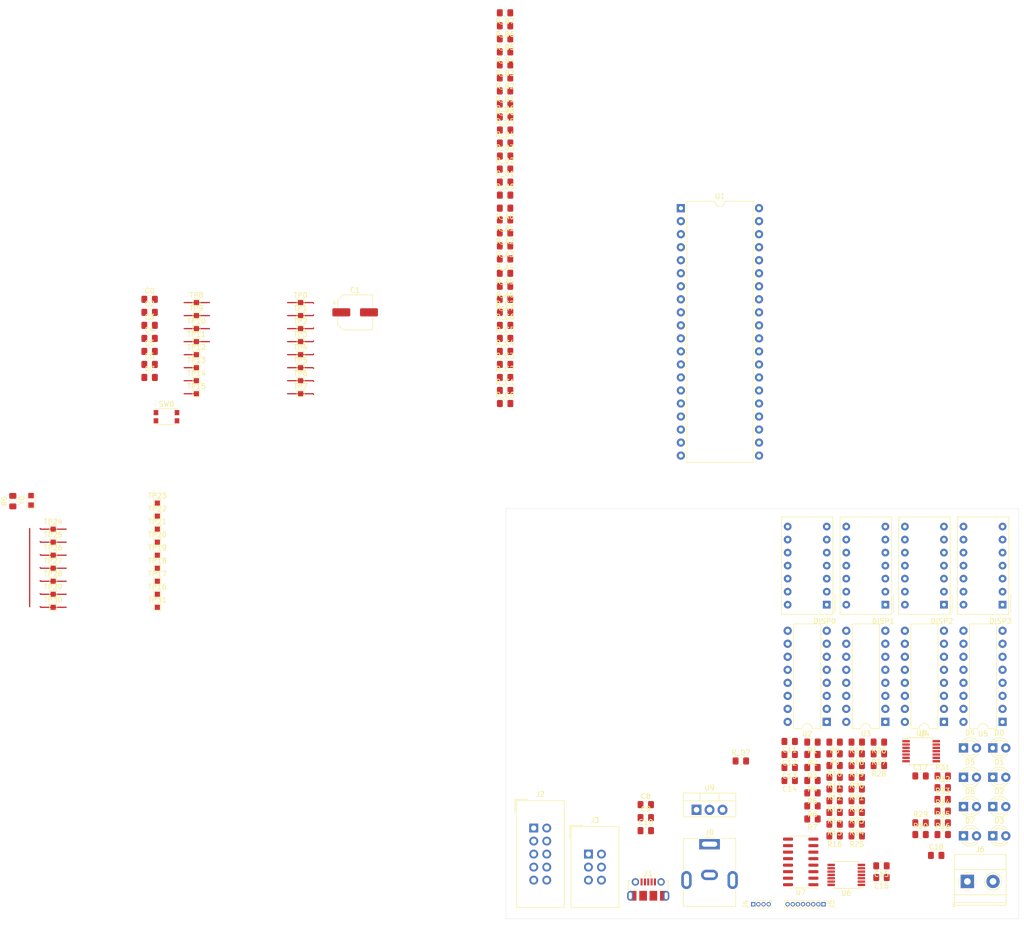
<source format=kicad_pcb>
(kicad_pcb (version 20171130) (host pcbnew "(5.1.4)-1")

  (general
    (thickness 1.6)
    (drawings 4)
    (tracks 59)
    (zones 0)
    (modules 150)
    (nets 149)
  )

  (page A4)
  (layers
    (0 F.Cu signal)
    (31 B.Cu signal)
    (32 B.Adhes user)
    (33 F.Adhes user)
    (34 B.Paste user)
    (35 F.Paste user)
    (36 B.SilkS user)
    (37 F.SilkS user)
    (38 B.Mask user)
    (39 F.Mask user)
    (40 Dwgs.User user)
    (41 Cmts.User user)
    (42 Eco1.User user)
    (43 Eco2.User user)
    (44 Edge.Cuts user)
    (45 Margin user)
    (46 B.CrtYd user)
    (47 F.CrtYd user)
    (48 B.Fab user)
    (49 F.Fab user)
  )

  (setup
    (last_trace_width 0.25)
    (trace_clearance 0.2)
    (zone_clearance 0.508)
    (zone_45_only no)
    (trace_min 0.2)
    (via_size 0.8)
    (via_drill 0.4)
    (via_min_size 0.4)
    (via_min_drill 0.3)
    (uvia_size 0.3)
    (uvia_drill 0.1)
    (uvias_allowed no)
    (uvia_min_size 0.2)
    (uvia_min_drill 0.1)
    (edge_width 0.05)
    (segment_width 0.2)
    (pcb_text_width 0.3)
    (pcb_text_size 1.5 1.5)
    (mod_edge_width 0.12)
    (mod_text_size 1 1)
    (mod_text_width 0.15)
    (pad_size 1 1)
    (pad_drill 0)
    (pad_to_mask_clearance 0.051)
    (solder_mask_min_width 0.25)
    (aux_axis_origin 0 0)
    (visible_elements 7FFFF7FF)
    (pcbplotparams
      (layerselection 0x010fc_ffffffff)
      (usegerberextensions false)
      (usegerberattributes false)
      (usegerberadvancedattributes false)
      (creategerberjobfile false)
      (excludeedgelayer true)
      (linewidth 0.100000)
      (plotframeref false)
      (viasonmask false)
      (mode 1)
      (useauxorigin false)
      (hpglpennumber 1)
      (hpglpenspeed 20)
      (hpglpendiameter 15.000000)
      (psnegative false)
      (psa4output false)
      (plotreference true)
      (plotvalue true)
      (plotinvisibletext false)
      (padsonsilk false)
      (subtractmaskfromsilk false)
      (outputformat 1)
      (mirror false)
      (drillshape 1)
      (scaleselection 1)
      (outputdirectory ""))
  )

  (net 0 "")
  (net 1 Vss)
  (net 2 "Net-(C0-Pad1)")
  (net 3 Vdd)
  (net 4 "Net-(C3-Pad1)")
  (net 5 "Net-(C4-Pad1)")
  (net 6 NRST)
  (net 7 "Net-(D0-Pad2)")
  (net 8 "Net-(D1-Pad2)")
  (net 9 "Net-(D2-Pad2)")
  (net 10 "Net-(D3-Pad2)")
  (net 11 "Net-(D4-Pad2)")
  (net 12 "Net-(D5-Pad2)")
  (net 13 "Net-(D6-Pad2)")
  (net 14 "Net-(D7-Pad2)")
  (net 15 "Net-(DISP0-Pad10)")
  (net 16 "Net-(DISP0-Pad7)")
  (net 17 "Net-(DISP0-Pad6)")
  (net 18 "Net-(DISP0-Pad4)")
  (net 19 "Net-(DISP0-Pad2)")
  (net 20 "Net-(DISP1-Pad10)")
  (net 21 "Net-(DISP1-Pad7)")
  (net 22 "Net-(DISP1-Pad6)")
  (net 23 "Net-(DISP1-Pad4)")
  (net 24 "Net-(DISP1-Pad2)")
  (net 25 "Net-(DISP2-Pad10)")
  (net 26 "Net-(DISP2-Pad7)")
  (net 27 "Net-(DISP2-Pad6)")
  (net 28 "Net-(DISP2-Pad4)")
  (net 29 "Net-(DISP2-Pad2)")
  (net 30 "Net-(DISP3-Pad10)")
  (net 31 "Net-(DISP3-Pad7)")
  (net 32 "Net-(DISP3-Pad6)")
  (net 33 "Net-(DISP3-Pad4)")
  (net 34 "Net-(DISP3-Pad2)")
  (net 35 "Net-(J0-PadMP)")
  (net 36 "Net-(J1-Pad6)")
  (net 37 "Net-(J1-Pad3)")
  (net 38 "Net-(J1-Pad4)")
  (net 39 "Net-(J1-Pad2)")
  (net 40 TDI)
  (net 41 TMS)
  (net 42 TDO)
  (net 43 TCK)
  (net 44 MOSI)
  (net 45 SCK)
  (net 46 MISO)
  (net 47 RXD)
  (net 48 TXD)
  (net 49 "Net-(J5-Pad8)")
  (net 50 "Net-(J5-Pad7)")
  (net 51 "Net-(J5-Pad6)")
  (net 52 "Net-(J5-Pad5)")
  (net 53 "Net-(J5-Pad4)")
  (net 54 "Net-(J5-Pad3)")
  (net 55 "Net-(J5-Pad2)")
  (net 56 "Net-(J5-Pad1)")
  (net 57 "Net-(R1-Pad2)")
  (net 58 "Net-(R2-Pad2)")
  (net 59 "Net-(R3-Pad2)")
  (net 60 "Net-(R4-Pad2)")
  (net 61 "Net-(R5-Pad2)")
  (net 62 "Net-(R6-Pad2)")
  (net 63 "Net-(R7-Pad2)")
  (net 64 "Net-(R8-Pad2)")
  (net 65 "Net-(R9-Pad2)")
  (net 66 "Net-(R10-Pad2)")
  (net 67 "Net-(R11-Pad2)")
  (net 68 "Net-(R12-Pad2)")
  (net 69 "Net-(R13-Pad2)")
  (net 70 "Net-(R14-Pad2)")
  (net 71 "Net-(R15-Pad2)")
  (net 72 "Net-(R16-Pad2)")
  (net 73 "Net-(R17-Pad2)")
  (net 74 "Net-(R18-Pad2)")
  (net 75 "Net-(R19-Pad2)")
  (net 76 "Net-(R20-Pad2)")
  (net 77 "Net-(R21-Pad2)")
  (net 78 "Net-(R22-Pad2)")
  (net 79 "Net-(R23-Pad2)")
  (net 80 "Net-(R24-Pad2)")
  (net 81 "Net-(R25-Pad2)")
  (net 82 "Net-(R26-Pad2)")
  (net 83 "Net-(R27-Pad2)")
  (net 84 "Net-(R28-Pad2)")
  (net 85 "Net-(R29-Pad1)")
  (net 86 "Net-(R30-Pad1)")
  (net 87 "Net-(R31-Pad1)")
  (net 88 "Net-(R32-Pad1)")
  (net 89 "Net-(R33-Pad1)")
  (net 90 "Net-(R34-Pad1)")
  (net 91 "Net-(R35-Pad1)")
  (net 92 "Net-(R36-Pad1)")
  (net 93 /Display/CHAR0_0)
  (net 94 /Display/CHAR0_1)
  (net 95 /Display/CHAR0_2)
  (net 96 /Display/CHAR0_3)
  (net 97 /Display/CHAR1_0)
  (net 98 /Display/CHAR1_1)
  (net 99 /Display/CHAR1_2)
  (net 100 /Display/CHAR1_3)
  (net 101 /Display/CHAR2_0)
  (net 102 /Display/CHAR2_1)
  (net 103 /Display/CHAR2_2)
  (net 104 /Display/CHAR2_3)
  (net 105 /Display/CHAR3_0)
  (net 106 "Net-(R_C0-Pad1)")
  (net 107 "Net-(R_C1-Pad1)")
  (net 108 "Net-(R_C6-Pad1)")
  (net 109 "Net-(R_C7-Pad1)")
  (net 110 LOAD)
  (net 111 ROWS)
  (net 112 COLUMNS)
  (net 113 CLK_BUTTONS)
  (net 114 STATUS)
  (net 115 CLK_STATUS)
  (net 116 "Net-(U6-Pad13)")
  (net 117 "Net-(U6-Pad12)")
  (net 118 "Net-(U6-Pad11)")
  (net 119 "Net-(U6-Pad10)")
  (net 120 "Net-(U7-Pad14)")
  (net 121 "Net-(U7-Pad12)")
  (net 122 "Net-(U7-Pad11)")
  (net 123 "Net-(U7-Pad10)")
  (net 124 "Net-(U7-Pad1)")
  (net 125 "Net-(DISP0-Pad1)")
  (net 126 "Net-(DISP0-Pad5)")
  (net 127 "Net-(DISP0-Pad8)")
  (net 128 "Net-(DISP0-Pad11)")
  (net 129 "Net-(DISP0-Pad12)")
  (net 130 "Net-(DISP0-Pad13)")
  (net 131 "Net-(DISP1-Pad13)")
  (net 132 "Net-(DISP1-Pad12)")
  (net 133 "Net-(DISP1-Pad11)")
  (net 134 "Net-(DISP1-Pad8)")
  (net 135 "Net-(DISP1-Pad5)")
  (net 136 "Net-(DISP1-Pad1)")
  (net 137 "Net-(DISP2-Pad1)")
  (net 138 "Net-(DISP2-Pad5)")
  (net 139 "Net-(DISP2-Pad8)")
  (net 140 "Net-(DISP2-Pad11)")
  (net 141 "Net-(DISP2-Pad12)")
  (net 142 "Net-(DISP2-Pad13)")
  (net 143 "Net-(DISP3-Pad13)")
  (net 144 "Net-(DISP3-Pad12)")
  (net 145 "Net-(DISP3-Pad11)")
  (net 146 "Net-(DISP3-Pad8)")
  (net 147 "Net-(DISP3-Pad5)")
  (net 148 "Net-(DISP3-Pad1)")

  (net_class Default "Dies ist die voreingestellte Netzklasse."
    (clearance 0.2)
    (trace_width 0.25)
    (via_dia 0.8)
    (via_drill 0.4)
    (uvia_dia 0.3)
    (uvia_drill 0.1)
    (add_net /Display/CHAR0_0)
    (add_net /Display/CHAR0_1)
    (add_net /Display/CHAR0_2)
    (add_net /Display/CHAR0_3)
    (add_net /Display/CHAR1_0)
    (add_net /Display/CHAR1_1)
    (add_net /Display/CHAR1_2)
    (add_net /Display/CHAR1_3)
    (add_net /Display/CHAR2_0)
    (add_net /Display/CHAR2_1)
    (add_net /Display/CHAR2_2)
    (add_net /Display/CHAR2_3)
    (add_net /Display/CHAR3_0)
    (add_net CLK_BUTTONS)
    (add_net CLK_STATUS)
    (add_net COLUMNS)
    (add_net LOAD)
    (add_net MISO)
    (add_net MOSI)
    (add_net NRST)
    (add_net "Net-(C0-Pad1)")
    (add_net "Net-(C3-Pad1)")
    (add_net "Net-(C4-Pad1)")
    (add_net "Net-(D0-Pad2)")
    (add_net "Net-(D1-Pad2)")
    (add_net "Net-(D2-Pad2)")
    (add_net "Net-(D3-Pad2)")
    (add_net "Net-(D4-Pad2)")
    (add_net "Net-(D5-Pad2)")
    (add_net "Net-(D6-Pad2)")
    (add_net "Net-(D7-Pad2)")
    (add_net "Net-(DISP0-Pad1)")
    (add_net "Net-(DISP0-Pad10)")
    (add_net "Net-(DISP0-Pad11)")
    (add_net "Net-(DISP0-Pad12)")
    (add_net "Net-(DISP0-Pad13)")
    (add_net "Net-(DISP0-Pad2)")
    (add_net "Net-(DISP0-Pad4)")
    (add_net "Net-(DISP0-Pad5)")
    (add_net "Net-(DISP0-Pad6)")
    (add_net "Net-(DISP0-Pad7)")
    (add_net "Net-(DISP0-Pad8)")
    (add_net "Net-(DISP1-Pad1)")
    (add_net "Net-(DISP1-Pad10)")
    (add_net "Net-(DISP1-Pad11)")
    (add_net "Net-(DISP1-Pad12)")
    (add_net "Net-(DISP1-Pad13)")
    (add_net "Net-(DISP1-Pad2)")
    (add_net "Net-(DISP1-Pad4)")
    (add_net "Net-(DISP1-Pad5)")
    (add_net "Net-(DISP1-Pad6)")
    (add_net "Net-(DISP1-Pad7)")
    (add_net "Net-(DISP1-Pad8)")
    (add_net "Net-(DISP2-Pad1)")
    (add_net "Net-(DISP2-Pad10)")
    (add_net "Net-(DISP2-Pad11)")
    (add_net "Net-(DISP2-Pad12)")
    (add_net "Net-(DISP2-Pad13)")
    (add_net "Net-(DISP2-Pad2)")
    (add_net "Net-(DISP2-Pad4)")
    (add_net "Net-(DISP2-Pad5)")
    (add_net "Net-(DISP2-Pad6)")
    (add_net "Net-(DISP2-Pad7)")
    (add_net "Net-(DISP2-Pad8)")
    (add_net "Net-(DISP3-Pad1)")
    (add_net "Net-(DISP3-Pad10)")
    (add_net "Net-(DISP3-Pad11)")
    (add_net "Net-(DISP3-Pad12)")
    (add_net "Net-(DISP3-Pad13)")
    (add_net "Net-(DISP3-Pad2)")
    (add_net "Net-(DISP3-Pad4)")
    (add_net "Net-(DISP3-Pad5)")
    (add_net "Net-(DISP3-Pad6)")
    (add_net "Net-(DISP3-Pad7)")
    (add_net "Net-(DISP3-Pad8)")
    (add_net "Net-(J0-PadMP)")
    (add_net "Net-(J1-Pad2)")
    (add_net "Net-(J1-Pad3)")
    (add_net "Net-(J1-Pad4)")
    (add_net "Net-(J1-Pad6)")
    (add_net "Net-(J5-Pad1)")
    (add_net "Net-(J5-Pad2)")
    (add_net "Net-(J5-Pad3)")
    (add_net "Net-(J5-Pad4)")
    (add_net "Net-(J5-Pad5)")
    (add_net "Net-(J5-Pad6)")
    (add_net "Net-(J5-Pad7)")
    (add_net "Net-(J5-Pad8)")
    (add_net "Net-(R1-Pad2)")
    (add_net "Net-(R10-Pad2)")
    (add_net "Net-(R11-Pad2)")
    (add_net "Net-(R12-Pad2)")
    (add_net "Net-(R13-Pad2)")
    (add_net "Net-(R14-Pad2)")
    (add_net "Net-(R15-Pad2)")
    (add_net "Net-(R16-Pad2)")
    (add_net "Net-(R17-Pad2)")
    (add_net "Net-(R18-Pad2)")
    (add_net "Net-(R19-Pad2)")
    (add_net "Net-(R2-Pad2)")
    (add_net "Net-(R20-Pad2)")
    (add_net "Net-(R21-Pad2)")
    (add_net "Net-(R22-Pad2)")
    (add_net "Net-(R23-Pad2)")
    (add_net "Net-(R24-Pad2)")
    (add_net "Net-(R25-Pad2)")
    (add_net "Net-(R26-Pad2)")
    (add_net "Net-(R27-Pad2)")
    (add_net "Net-(R28-Pad2)")
    (add_net "Net-(R29-Pad1)")
    (add_net "Net-(R3-Pad2)")
    (add_net "Net-(R30-Pad1)")
    (add_net "Net-(R31-Pad1)")
    (add_net "Net-(R32-Pad1)")
    (add_net "Net-(R33-Pad1)")
    (add_net "Net-(R34-Pad1)")
    (add_net "Net-(R35-Pad1)")
    (add_net "Net-(R36-Pad1)")
    (add_net "Net-(R4-Pad2)")
    (add_net "Net-(R5-Pad2)")
    (add_net "Net-(R6-Pad2)")
    (add_net "Net-(R7-Pad2)")
    (add_net "Net-(R8-Pad2)")
    (add_net "Net-(R9-Pad2)")
    (add_net "Net-(R_C0-Pad1)")
    (add_net "Net-(R_C1-Pad1)")
    (add_net "Net-(R_C6-Pad1)")
    (add_net "Net-(R_C7-Pad1)")
    (add_net "Net-(U6-Pad10)")
    (add_net "Net-(U6-Pad11)")
    (add_net "Net-(U6-Pad12)")
    (add_net "Net-(U6-Pad13)")
    (add_net "Net-(U7-Pad1)")
    (add_net "Net-(U7-Pad10)")
    (add_net "Net-(U7-Pad11)")
    (add_net "Net-(U7-Pad12)")
    (add_net "Net-(U7-Pad14)")
    (add_net ROWS)
    (add_net RXD)
    (add_net SCK)
    (add_net STATUS)
    (add_net TCK)
    (add_net TDI)
    (add_net TDO)
    (add_net TMS)
    (add_net TXD)
    (add_net Vdd)
    (add_net Vss)
  )

  (module Package_DIP:DIP-40_W15.24mm (layer F.Cu) (tedit 5A02E8C5) (tstamp 5DDBD5F0)
    (at 54.102 -38.608)
    (descr "40-lead though-hole mounted DIP package, row spacing 15.24 mm (600 mils)")
    (tags "THT DIP DIL PDIP 2.54mm 15.24mm 600mil")
    (path /5DB85A9E)
    (fp_text reference U1 (at 7.62 -2.33) (layer F.SilkS)
      (effects (font (size 1 1) (thickness 0.15)))
    )
    (fp_text value ATmega16A-PU (at 7.62 50.59) (layer F.Fab)
      (effects (font (size 1 1) (thickness 0.15)))
    )
    (fp_text user %R (at 7.62 24.13) (layer F.Fab)
      (effects (font (size 1 1) (thickness 0.15)))
    )
    (fp_line (start 16.3 -1.55) (end -1.05 -1.55) (layer F.CrtYd) (width 0.05))
    (fp_line (start 16.3 49.8) (end 16.3 -1.55) (layer F.CrtYd) (width 0.05))
    (fp_line (start -1.05 49.8) (end 16.3 49.8) (layer F.CrtYd) (width 0.05))
    (fp_line (start -1.05 -1.55) (end -1.05 49.8) (layer F.CrtYd) (width 0.05))
    (fp_line (start 14.08 -1.33) (end 8.62 -1.33) (layer F.SilkS) (width 0.12))
    (fp_line (start 14.08 49.59) (end 14.08 -1.33) (layer F.SilkS) (width 0.12))
    (fp_line (start 1.16 49.59) (end 14.08 49.59) (layer F.SilkS) (width 0.12))
    (fp_line (start 1.16 -1.33) (end 1.16 49.59) (layer F.SilkS) (width 0.12))
    (fp_line (start 6.62 -1.33) (end 1.16 -1.33) (layer F.SilkS) (width 0.12))
    (fp_line (start 0.255 -0.27) (end 1.255 -1.27) (layer F.Fab) (width 0.1))
    (fp_line (start 0.255 49.53) (end 0.255 -0.27) (layer F.Fab) (width 0.1))
    (fp_line (start 14.985 49.53) (end 0.255 49.53) (layer F.Fab) (width 0.1))
    (fp_line (start 14.985 -1.27) (end 14.985 49.53) (layer F.Fab) (width 0.1))
    (fp_line (start 1.255 -1.27) (end 14.985 -1.27) (layer F.Fab) (width 0.1))
    (fp_arc (start 7.62 -1.33) (end 6.62 -1.33) (angle -180) (layer F.SilkS) (width 0.12))
    (pad 40 thru_hole oval (at 15.24 0) (size 1.6 1.6) (drill 0.8) (layers *.Cu *.Mask)
      (net 93 /Display/CHAR0_0))
    (pad 20 thru_hole oval (at 0 48.26) (size 1.6 1.6) (drill 0.8) (layers *.Cu *.Mask)
      (net 114 STATUS))
    (pad 39 thru_hole oval (at 15.24 2.54) (size 1.6 1.6) (drill 0.8) (layers *.Cu *.Mask)
      (net 94 /Display/CHAR0_1))
    (pad 19 thru_hole oval (at 0 45.72) (size 1.6 1.6) (drill 0.8) (layers *.Cu *.Mask)
      (net 113 CLK_BUTTONS))
    (pad 38 thru_hole oval (at 15.24 5.08) (size 1.6 1.6) (drill 0.8) (layers *.Cu *.Mask)
      (net 95 /Display/CHAR0_2))
    (pad 18 thru_hole oval (at 0 43.18) (size 1.6 1.6) (drill 0.8) (layers *.Cu *.Mask)
      (net 112 COLUMNS))
    (pad 37 thru_hole oval (at 15.24 7.62) (size 1.6 1.6) (drill 0.8) (layers *.Cu *.Mask)
      (net 96 /Display/CHAR0_3))
    (pad 17 thru_hole oval (at 0 40.64) (size 1.6 1.6) (drill 0.8) (layers *.Cu *.Mask)
      (net 111 ROWS))
    (pad 36 thru_hole oval (at 15.24 10.16) (size 1.6 1.6) (drill 0.8) (layers *.Cu *.Mask)
      (net 97 /Display/CHAR1_0))
    (pad 16 thru_hole oval (at 0 38.1) (size 1.6 1.6) (drill 0.8) (layers *.Cu *.Mask)
      (net 110 LOAD))
    (pad 35 thru_hole oval (at 15.24 12.7) (size 1.6 1.6) (drill 0.8) (layers *.Cu *.Mask)
      (net 98 /Display/CHAR1_1))
    (pad 15 thru_hole oval (at 0 35.56) (size 1.6 1.6) (drill 0.8) (layers *.Cu *.Mask)
      (net 48 TXD))
    (pad 34 thru_hole oval (at 15.24 15.24) (size 1.6 1.6) (drill 0.8) (layers *.Cu *.Mask)
      (net 99 /Display/CHAR1_2))
    (pad 14 thru_hole oval (at 0 33.02) (size 1.6 1.6) (drill 0.8) (layers *.Cu *.Mask)
      (net 47 RXD))
    (pad 33 thru_hole oval (at 15.24 17.78) (size 1.6 1.6) (drill 0.8) (layers *.Cu *.Mask)
      (net 100 /Display/CHAR1_3))
    (pad 13 thru_hole oval (at 0 30.48) (size 1.6 1.6) (drill 0.8) (layers *.Cu *.Mask)
      (net 4 "Net-(C3-Pad1)"))
    (pad 32 thru_hole oval (at 15.24 20.32) (size 1.6 1.6) (drill 0.8) (layers *.Cu *.Mask)
      (net 1 Vss))
    (pad 12 thru_hole oval (at 0 27.94) (size 1.6 1.6) (drill 0.8) (layers *.Cu *.Mask)
      (net 5 "Net-(C4-Pad1)"))
    (pad 31 thru_hole oval (at 15.24 22.86) (size 1.6 1.6) (drill 0.8) (layers *.Cu *.Mask)
      (net 1 Vss))
    (pad 11 thru_hole oval (at 0 25.4) (size 1.6 1.6) (drill 0.8) (layers *.Cu *.Mask)
      (net 1 Vss))
    (pad 30 thru_hole oval (at 15.24 25.4) (size 1.6 1.6) (drill 0.8) (layers *.Cu *.Mask)
      (net 3 Vdd))
    (pad 10 thru_hole oval (at 0 22.86) (size 1.6 1.6) (drill 0.8) (layers *.Cu *.Mask)
      (net 3 Vdd))
    (pad 29 thru_hole oval (at 15.24 27.94) (size 1.6 1.6) (drill 0.8) (layers *.Cu *.Mask)
      (net 109 "Net-(R_C7-Pad1)"))
    (pad 9 thru_hole oval (at 0 20.32) (size 1.6 1.6) (drill 0.8) (layers *.Cu *.Mask)
      (net 6 NRST))
    (pad 28 thru_hole oval (at 15.24 30.48) (size 1.6 1.6) (drill 0.8) (layers *.Cu *.Mask)
      (net 108 "Net-(R_C6-Pad1)"))
    (pad 8 thru_hole oval (at 0 17.78) (size 1.6 1.6) (drill 0.8) (layers *.Cu *.Mask)
      (net 45 SCK))
    (pad 27 thru_hole oval (at 15.24 33.02) (size 1.6 1.6) (drill 0.8) (layers *.Cu *.Mask)
      (net 40 TDI))
    (pad 7 thru_hole oval (at 0 15.24) (size 1.6 1.6) (drill 0.8) (layers *.Cu *.Mask)
      (net 46 MISO))
    (pad 26 thru_hole oval (at 15.24 35.56) (size 1.6 1.6) (drill 0.8) (layers *.Cu *.Mask)
      (net 42 TDO))
    (pad 6 thru_hole oval (at 0 12.7) (size 1.6 1.6) (drill 0.8) (layers *.Cu *.Mask)
      (net 44 MOSI))
    (pad 25 thru_hole oval (at 15.24 38.1) (size 1.6 1.6) (drill 0.8) (layers *.Cu *.Mask)
      (net 41 TMS))
    (pad 5 thru_hole oval (at 0 10.16) (size 1.6 1.6) (drill 0.8) (layers *.Cu *.Mask)
      (net 105 /Display/CHAR3_0))
    (pad 24 thru_hole oval (at 15.24 40.64) (size 1.6 1.6) (drill 0.8) (layers *.Cu *.Mask)
      (net 43 TCK))
    (pad 4 thru_hole oval (at 0 7.62) (size 1.6 1.6) (drill 0.8) (layers *.Cu *.Mask)
      (net 104 /Display/CHAR2_3))
    (pad 23 thru_hole oval (at 15.24 43.18) (size 1.6 1.6) (drill 0.8) (layers *.Cu *.Mask)
      (net 107 "Net-(R_C1-Pad1)"))
    (pad 3 thru_hole oval (at 0 5.08) (size 1.6 1.6) (drill 0.8) (layers *.Cu *.Mask)
      (net 103 /Display/CHAR2_2))
    (pad 22 thru_hole oval (at 15.24 45.72) (size 1.6 1.6) (drill 0.8) (layers *.Cu *.Mask)
      (net 106 "Net-(R_C0-Pad1)"))
    (pad 2 thru_hole oval (at 0 2.54) (size 1.6 1.6) (drill 0.8) (layers *.Cu *.Mask)
      (net 102 /Display/CHAR2_1))
    (pad 21 thru_hole oval (at 15.24 48.26) (size 1.6 1.6) (drill 0.8) (layers *.Cu *.Mask)
      (net 115 CLK_STATUS))
    (pad 1 thru_hole rect (at 0 0) (size 1.6 1.6) (drill 0.8) (layers *.Cu *.Mask)
      (net 101 /Display/CHAR2_0))
    (model ${KISYS3DMOD}/Package_DIP.3dshapes/DIP-40_W15.24mm.wrl
      (at (xyz 0 0 0))
      (scale (xyz 1 1 1))
      (rotate (xyz 0 0 0))
    )
  )

  (module Resistor_SMD:R_0805_2012Metric_Pad1.15x1.40mm_HandSolder (layer F.Cu) (tedit 5B36C52B) (tstamp 5DDBD213)
    (at 19.803 -28.702 180)
    (descr "Resistor SMD 0805 (2012 Metric), square (rectangular) end terminal, IPC_7351 nominal with elongated pad for handsoldering. (Body size source: https://docs.google.com/spreadsheets/d/1BsfQQcO9C6DZCsRaXUlFlo91Tg2WpOkGARC1WS5S8t0/edit?usp=sharing), generated with kicad-footprint-generator")
    (tags "resistor handsolder")
    (path /5DE41C32)
    (attr smd)
    (fp_text reference R_A4 (at 0 -1.65) (layer F.SilkS)
      (effects (font (size 1 1) (thickness 0.15)))
    )
    (fp_text value R (at 0 1.65) (layer F.Fab)
      (effects (font (size 1 1) (thickness 0.15)))
    )
    (fp_text user %R (at 0 0) (layer F.Fab)
      (effects (font (size 0.5 0.5) (thickness 0.08)))
    )
    (fp_line (start 1.85 0.95) (end -1.85 0.95) (layer F.CrtYd) (width 0.05))
    (fp_line (start 1.85 -0.95) (end 1.85 0.95) (layer F.CrtYd) (width 0.05))
    (fp_line (start -1.85 -0.95) (end 1.85 -0.95) (layer F.CrtYd) (width 0.05))
    (fp_line (start -1.85 0.95) (end -1.85 -0.95) (layer F.CrtYd) (width 0.05))
    (fp_line (start -0.261252 0.71) (end 0.261252 0.71) (layer F.SilkS) (width 0.12))
    (fp_line (start -0.261252 -0.71) (end 0.261252 -0.71) (layer F.SilkS) (width 0.12))
    (fp_line (start 1 0.6) (end -1 0.6) (layer F.Fab) (width 0.1))
    (fp_line (start 1 -0.6) (end 1 0.6) (layer F.Fab) (width 0.1))
    (fp_line (start -1 -0.6) (end 1 -0.6) (layer F.Fab) (width 0.1))
    (fp_line (start -1 0.6) (end -1 -0.6) (layer F.Fab) (width 0.1))
    (pad 2 smd roundrect (at 1.025 0 180) (size 1.15 1.4) (layers F.Cu F.Paste F.Mask) (roundrect_rratio 0.217391)
      (net 97 /Display/CHAR1_0))
    (pad 1 smd roundrect (at -1.025 0 180) (size 1.15 1.4) (layers F.Cu F.Paste F.Mask) (roundrect_rratio 0.217391)
      (net 1 Vss))
    (model ${KISYS3DMOD}/Resistor_SMD.3dshapes/R_0805_2012Metric.wrl
      (at (xyz 0 0 0))
      (scale (xyz 1 1 1))
      (rotate (xyz 0 0 0))
    )
  )

  (module Resistor_SMD:R_0805_2012Metric_Pad1.15x1.40mm_HandSolder (layer F.Cu) (tedit 5B36C52B) (tstamp 5DDBD1CF)
    (at 19.812 -38.608 180)
    (descr "Resistor SMD 0805 (2012 Metric), square (rectangular) end terminal, IPC_7351 nominal with elongated pad for handsoldering. (Body size source: https://docs.google.com/spreadsheets/d/1BsfQQcO9C6DZCsRaXUlFlo91Tg2WpOkGARC1WS5S8t0/edit?usp=sharing), generated with kicad-footprint-generator")
    (tags "resistor handsolder")
    (path /5DE3F959)
    (attr smd)
    (fp_text reference R_A0 (at 0 -1.65) (layer F.SilkS)
      (effects (font (size 1 1) (thickness 0.15)))
    )
    (fp_text value R (at 0 1.65) (layer F.Fab)
      (effects (font (size 1 1) (thickness 0.15)))
    )
    (fp_text user %R (at 0 0) (layer F.Fab)
      (effects (font (size 0.5 0.5) (thickness 0.08)))
    )
    (fp_line (start 1.85 0.95) (end -1.85 0.95) (layer F.CrtYd) (width 0.05))
    (fp_line (start 1.85 -0.95) (end 1.85 0.95) (layer F.CrtYd) (width 0.05))
    (fp_line (start -1.85 -0.95) (end 1.85 -0.95) (layer F.CrtYd) (width 0.05))
    (fp_line (start -1.85 0.95) (end -1.85 -0.95) (layer F.CrtYd) (width 0.05))
    (fp_line (start -0.261252 0.71) (end 0.261252 0.71) (layer F.SilkS) (width 0.12))
    (fp_line (start -0.261252 -0.71) (end 0.261252 -0.71) (layer F.SilkS) (width 0.12))
    (fp_line (start 1 0.6) (end -1 0.6) (layer F.Fab) (width 0.1))
    (fp_line (start 1 -0.6) (end 1 0.6) (layer F.Fab) (width 0.1))
    (fp_line (start -1 -0.6) (end 1 -0.6) (layer F.Fab) (width 0.1))
    (fp_line (start -1 0.6) (end -1 -0.6) (layer F.Fab) (width 0.1))
    (pad 2 smd roundrect (at 1.025 0 180) (size 1.15 1.4) (layers F.Cu F.Paste F.Mask) (roundrect_rratio 0.217391)
      (net 93 /Display/CHAR0_0))
    (pad 1 smd roundrect (at -1.025 0 180) (size 1.15 1.4) (layers F.Cu F.Paste F.Mask) (roundrect_rratio 0.217391)
      (net 1 Vss))
    (model ${KISYS3DMOD}/Resistor_SMD.3dshapes/R_0805_2012Metric.wrl
      (at (xyz 0 0 0))
      (scale (xyz 1 1 1))
      (rotate (xyz 0 0 0))
    )
  )

  (module Crystal:Crystal_SMD_2012-2Pin_2.0x1.2mm_HandSoldering (layer F.Cu) (tedit 5A0FD1B2) (tstamp 5DDBD719)
    (at -72.644 18.379 90)
    (descr "SMD Crystal 2012/2 http://txccrystal.com/images/pdf/9ht11.pdf, hand-soldering, 2.0x1.2mm^2 package")
    (tags "SMD SMT crystal hand-soldering")
    (path /5DCCBC8A)
    (attr smd)
    (fp_text reference Y0 (at 0 -1.8 90) (layer F.SilkS)
      (effects (font (size 1 1) (thickness 0.15)))
    )
    (fp_text value Crystal (at 0 1.8 90) (layer F.Fab)
      (effects (font (size 1 1) (thickness 0.15)))
    )
    (fp_circle (center 0 0) (end 0.046667 0) (layer F.Adhes) (width 0.093333))
    (fp_circle (center 0 0) (end 0.106667 0) (layer F.Adhes) (width 0.066667))
    (fp_circle (center 0 0) (end 0.166667 0) (layer F.Adhes) (width 0.066667))
    (fp_circle (center 0 0) (end 0.2 0) (layer F.Adhes) (width 0.1))
    (fp_line (start 1.7 -0.9) (end -1.7 -0.9) (layer F.CrtYd) (width 0.05))
    (fp_line (start 1.7 0.9) (end 1.7 -0.9) (layer F.CrtYd) (width 0.05))
    (fp_line (start -1.7 0.9) (end 1.7 0.9) (layer F.CrtYd) (width 0.05))
    (fp_line (start -1.7 -0.9) (end -1.7 0.9) (layer F.CrtYd) (width 0.05))
    (fp_line (start -1.65 0.8) (end 1.2 0.8) (layer F.SilkS) (width 0.12))
    (fp_line (start -1.65 -0.8) (end -1.65 0.8) (layer F.SilkS) (width 0.12))
    (fp_line (start 1.2 -0.8) (end -1.65 -0.8) (layer F.SilkS) (width 0.12))
    (fp_line (start -1 0.1) (end -0.5 0.6) (layer F.Fab) (width 0.1))
    (fp_line (start 1 -0.6) (end -1 -0.6) (layer F.Fab) (width 0.1))
    (fp_line (start 1 0.6) (end 1 -0.6) (layer F.Fab) (width 0.1))
    (fp_line (start -1 0.6) (end 1 0.6) (layer F.Fab) (width 0.1))
    (fp_line (start -1 -0.6) (end -1 0.6) (layer F.Fab) (width 0.1))
    (fp_text user %R (at 0 0 90) (layer F.Fab)
      (effects (font (size 0.5 0.5) (thickness 0.075)))
    )
    (pad 2 smd rect (at 0.925 0 90) (size 1.05 1.1) (layers F.Cu F.Paste F.Mask)
      (net 5 "Net-(C4-Pad1)"))
    (pad 1 smd rect (at -0.925 0 90) (size 1.05 1.1) (layers F.Cu F.Paste F.Mask)
      (net 4 "Net-(C3-Pad1)"))
    (model ${KISYS3DMOD}/Crystal.3dshapes/Crystal_SMD_2012-2Pin_2.0x1.2mm_HandSoldering.wrl
      (at (xyz 0 0 0))
      (scale (xyz 1 1 1))
      (rotate (xyz 0 0 0))
    )
  )

  (module Package_TO_SOT_THT:TO-220-3_Vertical (layer F.Cu) (tedit 5AC8BA0D) (tstamp 5DDBD702)
    (at 57.15 78.74)
    (descr "TO-220-3, Vertical, RM 2.54mm, see https://www.vishay.com/docs/66542/to-220-1.pdf")
    (tags "TO-220-3 Vertical RM 2.54mm")
    (path /5DE337F2)
    (fp_text reference U9 (at 2.54 -4.27) (layer F.SilkS)
      (effects (font (size 1 1) (thickness 0.15)))
    )
    (fp_text value L7805 (at 2.54 2.5) (layer F.Fab)
      (effects (font (size 1 1) (thickness 0.15)))
    )
    (fp_text user %R (at 2.54 -4.27) (layer F.Fab)
      (effects (font (size 1 1) (thickness 0.15)))
    )
    (fp_line (start 7.79 -3.4) (end -2.71 -3.4) (layer F.CrtYd) (width 0.05))
    (fp_line (start 7.79 1.51) (end 7.79 -3.4) (layer F.CrtYd) (width 0.05))
    (fp_line (start -2.71 1.51) (end 7.79 1.51) (layer F.CrtYd) (width 0.05))
    (fp_line (start -2.71 -3.4) (end -2.71 1.51) (layer F.CrtYd) (width 0.05))
    (fp_line (start 4.391 -3.27) (end 4.391 -1.76) (layer F.SilkS) (width 0.12))
    (fp_line (start 0.69 -3.27) (end 0.69 -1.76) (layer F.SilkS) (width 0.12))
    (fp_line (start -2.58 -1.76) (end 7.66 -1.76) (layer F.SilkS) (width 0.12))
    (fp_line (start 7.66 -3.27) (end 7.66 1.371) (layer F.SilkS) (width 0.12))
    (fp_line (start -2.58 -3.27) (end -2.58 1.371) (layer F.SilkS) (width 0.12))
    (fp_line (start -2.58 1.371) (end 7.66 1.371) (layer F.SilkS) (width 0.12))
    (fp_line (start -2.58 -3.27) (end 7.66 -3.27) (layer F.SilkS) (width 0.12))
    (fp_line (start 4.39 -3.15) (end 4.39 -1.88) (layer F.Fab) (width 0.1))
    (fp_line (start 0.69 -3.15) (end 0.69 -1.88) (layer F.Fab) (width 0.1))
    (fp_line (start -2.46 -1.88) (end 7.54 -1.88) (layer F.Fab) (width 0.1))
    (fp_line (start 7.54 -3.15) (end -2.46 -3.15) (layer F.Fab) (width 0.1))
    (fp_line (start 7.54 1.25) (end 7.54 -3.15) (layer F.Fab) (width 0.1))
    (fp_line (start -2.46 1.25) (end 7.54 1.25) (layer F.Fab) (width 0.1))
    (fp_line (start -2.46 -3.15) (end -2.46 1.25) (layer F.Fab) (width 0.1))
    (pad 3 thru_hole oval (at 5.08 0) (size 1.905 2) (drill 1.1) (layers *.Cu *.Mask)
      (net 3 Vdd))
    (pad 2 thru_hole oval (at 2.54 0) (size 1.905 2) (drill 1.1) (layers *.Cu *.Mask)
      (net 1 Vss))
    (pad 1 thru_hole rect (at 0 0) (size 1.905 2) (drill 1.1) (layers *.Cu *.Mask)
      (net 2 "Net-(C0-Pad1)"))
    (model ${KISYS3DMOD}/Package_TO_SOT_THT.3dshapes/TO-220-3_Vertical.wrl
      (at (xyz 0 0 0))
      (scale (xyz 1 1 1))
      (rotate (xyz 0 0 0))
    )
  )

  (module Package_SO:TSSOP-14_4.4x5mm_P0.65mm (layer F.Cu) (tedit 5A02F25C) (tstamp 5DDBD6E8)
    (at 100.965 67.31)
    (descr "14-Lead Plastic Thin Shrink Small Outline (ST)-4.4 mm Body [TSSOP] (see Microchip Packaging Specification 00000049BS.pdf)")
    (tags "SSOP 0.65")
    (path /5DE30C4A/5DCAE7C2)
    (attr smd)
    (fp_text reference U8 (at 0 -3.55) (layer F.SilkS)
      (effects (font (size 1 1) (thickness 0.15)))
    )
    (fp_text value 74HC164 (at 0 3.55) (layer F.Fab)
      (effects (font (size 1 1) (thickness 0.15)))
    )
    (fp_text user %R (at 0 0) (layer F.Fab)
      (effects (font (size 0.8 0.8) (thickness 0.15)))
    )
    (fp_line (start -2.325 -2.5) (end -3.675 -2.5) (layer F.SilkS) (width 0.15))
    (fp_line (start -2.325 2.625) (end 2.325 2.625) (layer F.SilkS) (width 0.15))
    (fp_line (start -2.325 -2.625) (end 2.325 -2.625) (layer F.SilkS) (width 0.15))
    (fp_line (start -2.325 2.625) (end -2.325 2.4) (layer F.SilkS) (width 0.15))
    (fp_line (start 2.325 2.625) (end 2.325 2.4) (layer F.SilkS) (width 0.15))
    (fp_line (start 2.325 -2.625) (end 2.325 -2.4) (layer F.SilkS) (width 0.15))
    (fp_line (start -2.325 -2.625) (end -2.325 -2.5) (layer F.SilkS) (width 0.15))
    (fp_line (start -3.95 2.8) (end 3.95 2.8) (layer F.CrtYd) (width 0.05))
    (fp_line (start -3.95 -2.8) (end 3.95 -2.8) (layer F.CrtYd) (width 0.05))
    (fp_line (start 3.95 -2.8) (end 3.95 2.8) (layer F.CrtYd) (width 0.05))
    (fp_line (start -3.95 -2.8) (end -3.95 2.8) (layer F.CrtYd) (width 0.05))
    (fp_line (start -2.2 -1.5) (end -1.2 -2.5) (layer F.Fab) (width 0.15))
    (fp_line (start -2.2 2.5) (end -2.2 -1.5) (layer F.Fab) (width 0.15))
    (fp_line (start 2.2 2.5) (end -2.2 2.5) (layer F.Fab) (width 0.15))
    (fp_line (start 2.2 -2.5) (end 2.2 2.5) (layer F.Fab) (width 0.15))
    (fp_line (start -1.2 -2.5) (end 2.2 -2.5) (layer F.Fab) (width 0.15))
    (pad 14 smd rect (at 2.95 -1.95) (size 1.45 0.45) (layers F.Cu F.Paste F.Mask)
      (net 3 Vdd))
    (pad 13 smd rect (at 2.95 -1.3) (size 1.45 0.45) (layers F.Cu F.Paste F.Mask)
      (net 86 "Net-(R30-Pad1)"))
    (pad 12 smd rect (at 2.95 -0.65) (size 1.45 0.45) (layers F.Cu F.Paste F.Mask)
      (net 85 "Net-(R29-Pad1)"))
    (pad 11 smd rect (at 2.95 0) (size 1.45 0.45) (layers F.Cu F.Paste F.Mask)
      (net 87 "Net-(R31-Pad1)"))
    (pad 10 smd rect (at 2.95 0.65) (size 1.45 0.45) (layers F.Cu F.Paste F.Mask)
      (net 88 "Net-(R32-Pad1)"))
    (pad 9 smd rect (at 2.95 1.3) (size 1.45 0.45) (layers F.Cu F.Paste F.Mask)
      (net 3 Vdd))
    (pad 8 smd rect (at 2.95 1.95) (size 1.45 0.45) (layers F.Cu F.Paste F.Mask)
      (net 115 CLK_STATUS))
    (pad 7 smd rect (at -2.95 1.95) (size 1.45 0.45) (layers F.Cu F.Paste F.Mask)
      (net 1 Vss))
    (pad 6 smd rect (at -2.95 1.3) (size 1.45 0.45) (layers F.Cu F.Paste F.Mask)
      (net 89 "Net-(R33-Pad1)"))
    (pad 5 smd rect (at -2.95 0.65) (size 1.45 0.45) (layers F.Cu F.Paste F.Mask)
      (net 90 "Net-(R34-Pad1)"))
    (pad 4 smd rect (at -2.95 0) (size 1.45 0.45) (layers F.Cu F.Paste F.Mask)
      (net 91 "Net-(R35-Pad1)"))
    (pad 3 smd rect (at -2.95 -0.65) (size 1.45 0.45) (layers F.Cu F.Paste F.Mask)
      (net 92 "Net-(R36-Pad1)"))
    (pad 2 smd rect (at -2.95 -1.3) (size 1.45 0.45) (layers F.Cu F.Paste F.Mask)
      (net 114 STATUS))
    (pad 1 smd rect (at -2.95 -1.95) (size 1.45 0.45) (layers F.Cu F.Paste F.Mask)
      (net 114 STATUS))
    (model ${KISYS3DMOD}/Package_SO.3dshapes/TSSOP-14_4.4x5mm_P0.65mm.wrl
      (at (xyz 0 0 0))
      (scale (xyz 1 1 1))
      (rotate (xyz 0 0 0))
    )
  )

  (module Package_SO:SOIC-16_3.9x9.9mm_P1.27mm (layer F.Cu) (tedit 5C97300E) (tstamp 5DDBD6C5)
    (at 77.47 88.9 180)
    (descr "SOIC, 16 Pin (JEDEC MS-012AC, https://www.analog.com/media/en/package-pcb-resources/package/pkg_pdf/soic_narrow-r/r_16.pdf), generated with kicad-footprint-generator ipc_gullwing_generator.py")
    (tags "SOIC SO")
    (path /5DDEAC3F/5DCEF9EB)
    (attr smd)
    (fp_text reference U7 (at 0 -5.9) (layer F.SilkS)
      (effects (font (size 1 1) (thickness 0.15)))
    )
    (fp_text value 74LS166 (at 0 5.9) (layer F.Fab)
      (effects (font (size 1 1) (thickness 0.15)))
    )
    (fp_text user %R (at 0.635 2.54) (layer F.Fab)
      (effects (font (size 0.98 0.98) (thickness 0.15)))
    )
    (fp_line (start 3.7 -5.2) (end -3.7 -5.2) (layer F.CrtYd) (width 0.05))
    (fp_line (start 3.7 5.2) (end 3.7 -5.2) (layer F.CrtYd) (width 0.05))
    (fp_line (start -3.7 5.2) (end 3.7 5.2) (layer F.CrtYd) (width 0.05))
    (fp_line (start -3.7 -5.2) (end -3.7 5.2) (layer F.CrtYd) (width 0.05))
    (fp_line (start -1.95 -3.975) (end -0.975 -4.95) (layer F.Fab) (width 0.1))
    (fp_line (start -1.95 4.95) (end -1.95 -3.975) (layer F.Fab) (width 0.1))
    (fp_line (start 1.95 4.95) (end -1.95 4.95) (layer F.Fab) (width 0.1))
    (fp_line (start 1.95 -4.95) (end 1.95 4.95) (layer F.Fab) (width 0.1))
    (fp_line (start -0.975 -4.95) (end 1.95 -4.95) (layer F.Fab) (width 0.1))
    (fp_line (start 0 -5.06) (end -3.45 -5.06) (layer F.SilkS) (width 0.12))
    (fp_line (start 0 -5.06) (end 1.95 -5.06) (layer F.SilkS) (width 0.12))
    (fp_line (start 0 5.06) (end -1.95 5.06) (layer F.SilkS) (width 0.12))
    (fp_line (start 0 5.06) (end 1.95 5.06) (layer F.SilkS) (width 0.12))
    (pad 16 smd roundrect (at 2.475 -4.445 180) (size 1.95 0.6) (layers F.Cu F.Paste F.Mask) (roundrect_rratio 0.25)
      (net 3 Vdd))
    (pad 15 smd roundrect (at 2.475 -3.175 180) (size 1.95 0.6) (layers F.Cu F.Paste F.Mask) (roundrect_rratio 0.25)
      (net 110 LOAD))
    (pad 14 smd roundrect (at 2.475 -1.905 180) (size 1.95 0.6) (layers F.Cu F.Paste F.Mask) (roundrect_rratio 0.25)
      (net 120 "Net-(U7-Pad14)"))
    (pad 13 smd roundrect (at 2.475 -0.635 180) (size 1.95 0.6) (layers F.Cu F.Paste F.Mask) (roundrect_rratio 0.25)
      (net 112 COLUMNS))
    (pad 12 smd roundrect (at 2.475 0.635 180) (size 1.95 0.6) (layers F.Cu F.Paste F.Mask) (roundrect_rratio 0.25)
      (net 121 "Net-(U7-Pad12)"))
    (pad 11 smd roundrect (at 2.475 1.905 180) (size 1.95 0.6) (layers F.Cu F.Paste F.Mask) (roundrect_rratio 0.25)
      (net 122 "Net-(U7-Pad11)"))
    (pad 10 smd roundrect (at 2.475 3.175 180) (size 1.95 0.6) (layers F.Cu F.Paste F.Mask) (roundrect_rratio 0.25)
      (net 123 "Net-(U7-Pad10)"))
    (pad 9 smd roundrect (at 2.475 4.445 180) (size 1.95 0.6) (layers F.Cu F.Paste F.Mask) (roundrect_rratio 0.25)
      (net 1 Vss))
    (pad 8 smd roundrect (at -2.475 4.445 180) (size 1.95 0.6) (layers F.Cu F.Paste F.Mask) (roundrect_rratio 0.25)
      (net 1 Vss))
    (pad 7 smd roundrect (at -2.475 3.175 180) (size 1.95 0.6) (layers F.Cu F.Paste F.Mask) (roundrect_rratio 0.25)
      (net 113 CLK_BUTTONS))
    (pad 6 smd roundrect (at -2.475 1.905 180) (size 1.95 0.6) (layers F.Cu F.Paste F.Mask) (roundrect_rratio 0.25)
      (net 1 Vss))
    (pad 5 smd roundrect (at -2.475 0.635 180) (size 1.95 0.6) (layers F.Cu F.Paste F.Mask) (roundrect_rratio 0.25)
      (net 49 "Net-(J5-Pad8)"))
    (pad 4 smd roundrect (at -2.475 -0.635 180) (size 1.95 0.6) (layers F.Cu F.Paste F.Mask) (roundrect_rratio 0.25)
      (net 50 "Net-(J5-Pad7)"))
    (pad 3 smd roundrect (at -2.475 -1.905 180) (size 1.95 0.6) (layers F.Cu F.Paste F.Mask) (roundrect_rratio 0.25)
      (net 51 "Net-(J5-Pad6)"))
    (pad 2 smd roundrect (at -2.475 -3.175 180) (size 1.95 0.6) (layers F.Cu F.Paste F.Mask) (roundrect_rratio 0.25)
      (net 52 "Net-(J5-Pad5)"))
    (pad 1 smd roundrect (at -2.475 -4.445 180) (size 1.95 0.6) (layers F.Cu F.Paste F.Mask) (roundrect_rratio 0.25)
      (net 124 "Net-(U7-Pad1)"))
    (model ${KISYS3DMOD}/Package_SO.3dshapes/SOIC-16_3.9x9.9mm_P1.27mm.wrl
      (at (xyz 0 0 0))
      (scale (xyz 1 1 1))
      (rotate (xyz 0 0 0))
    )
  )

  (module Package_SO:TSSOP-14_4.4x5mm_P0.65mm (layer F.Cu) (tedit 5A02F25C) (tstamp 5DDBD6A3)
    (at 86.36 91.44 180)
    (descr "14-Lead Plastic Thin Shrink Small Outline (ST)-4.4 mm Body [TSSOP] (see Microchip Packaging Specification 00000049BS.pdf)")
    (tags "SSOP 0.65")
    (path /5DDEAC3F/5DCCE5D7)
    (attr smd)
    (fp_text reference U6 (at 0 -3.55) (layer F.SilkS)
      (effects (font (size 1 1) (thickness 0.15)))
    )
    (fp_text value 74HC164 (at 0 3.55) (layer F.Fab)
      (effects (font (size 1 1) (thickness 0.15)))
    )
    (fp_text user %R (at 0 0) (layer F.Fab)
      (effects (font (size 0.8 0.8) (thickness 0.15)))
    )
    (fp_line (start -2.325 -2.5) (end -3.675 -2.5) (layer F.SilkS) (width 0.15))
    (fp_line (start -2.325 2.625) (end 2.325 2.625) (layer F.SilkS) (width 0.15))
    (fp_line (start -2.325 -2.625) (end 2.325 -2.625) (layer F.SilkS) (width 0.15))
    (fp_line (start -2.325 2.625) (end -2.325 2.4) (layer F.SilkS) (width 0.15))
    (fp_line (start 2.325 2.625) (end 2.325 2.4) (layer F.SilkS) (width 0.15))
    (fp_line (start 2.325 -2.625) (end 2.325 -2.4) (layer F.SilkS) (width 0.15))
    (fp_line (start -2.325 -2.625) (end -2.325 -2.5) (layer F.SilkS) (width 0.15))
    (fp_line (start -3.95 2.8) (end 3.95 2.8) (layer F.CrtYd) (width 0.05))
    (fp_line (start -3.95 -2.8) (end 3.95 -2.8) (layer F.CrtYd) (width 0.05))
    (fp_line (start 3.95 -2.8) (end 3.95 2.8) (layer F.CrtYd) (width 0.05))
    (fp_line (start -3.95 -2.8) (end -3.95 2.8) (layer F.CrtYd) (width 0.05))
    (fp_line (start -2.2 -1.5) (end -1.2 -2.5) (layer F.Fab) (width 0.15))
    (fp_line (start -2.2 2.5) (end -2.2 -1.5) (layer F.Fab) (width 0.15))
    (fp_line (start 2.2 2.5) (end -2.2 2.5) (layer F.Fab) (width 0.15))
    (fp_line (start 2.2 -2.5) (end 2.2 2.5) (layer F.Fab) (width 0.15))
    (fp_line (start -1.2 -2.5) (end 2.2 -2.5) (layer F.Fab) (width 0.15))
    (pad 14 smd rect (at 2.95 -1.95 180) (size 1.45 0.45) (layers F.Cu F.Paste F.Mask)
      (net 3 Vdd))
    (pad 13 smd rect (at 2.95 -1.3 180) (size 1.45 0.45) (layers F.Cu F.Paste F.Mask)
      (net 116 "Net-(U6-Pad13)"))
    (pad 12 smd rect (at 2.95 -0.65 180) (size 1.45 0.45) (layers F.Cu F.Paste F.Mask)
      (net 117 "Net-(U6-Pad12)"))
    (pad 11 smd rect (at 2.95 0 180) (size 1.45 0.45) (layers F.Cu F.Paste F.Mask)
      (net 118 "Net-(U6-Pad11)"))
    (pad 10 smd rect (at 2.95 0.65 180) (size 1.45 0.45) (layers F.Cu F.Paste F.Mask)
      (net 119 "Net-(U6-Pad10)"))
    (pad 9 smd rect (at 2.95 1.3 180) (size 1.45 0.45) (layers F.Cu F.Paste F.Mask)
      (net 3 Vdd))
    (pad 8 smd rect (at 2.95 1.95 180) (size 1.45 0.45) (layers F.Cu F.Paste F.Mask)
      (net 113 CLK_BUTTONS))
    (pad 7 smd rect (at -2.95 1.95 180) (size 1.45 0.45) (layers F.Cu F.Paste F.Mask)
      (net 1 Vss))
    (pad 6 smd rect (at -2.95 1.3 180) (size 1.45 0.45) (layers F.Cu F.Paste F.Mask)
      (net 53 "Net-(J5-Pad4)"))
    (pad 5 smd rect (at -2.95 0.65 180) (size 1.45 0.45) (layers F.Cu F.Paste F.Mask)
      (net 54 "Net-(J5-Pad3)"))
    (pad 4 smd rect (at -2.95 0 180) (size 1.45 0.45) (layers F.Cu F.Paste F.Mask)
      (net 55 "Net-(J5-Pad2)"))
    (pad 3 smd rect (at -2.95 -0.65 180) (size 1.45 0.45) (layers F.Cu F.Paste F.Mask)
      (net 56 "Net-(J5-Pad1)"))
    (pad 2 smd rect (at -2.95 -1.3 180) (size 1.45 0.45) (layers F.Cu F.Paste F.Mask)
      (net 111 ROWS))
    (pad 1 smd rect (at -2.95 -1.95 180) (size 1.45 0.45) (layers F.Cu F.Paste F.Mask)
      (net 111 ROWS))
    (model ${KISYS3DMOD}/Package_SO.3dshapes/TSSOP-14_4.4x5mm_P0.65mm.wrl
      (at (xyz 0 0 0))
      (scale (xyz 1 1 1))
      (rotate (xyz 0 0 0))
    )
  )

  (module Package_DIP:DIP-16_W7.62mm (layer F.Cu) (tedit 5A02E8C5) (tstamp 5DDC2218)
    (at 116.84 61.595 180)
    (descr "16-lead though-hole mounted DIP package, row spacing 7.62 mm (300 mils)")
    (tags "THT DIP DIL PDIP 2.54mm 7.62mm 300mil")
    (path /5DD2ECA3/5E335BBF)
    (fp_text reference U5 (at 3.81 -2.33) (layer F.SilkS)
      (effects (font (size 1 1) (thickness 0.15)))
    )
    (fp_text value 4511 (at 3.81 20.11) (layer F.Fab)
      (effects (font (size 1 1) (thickness 0.15)))
    )
    (fp_text user %R (at 3.81 8.89) (layer F.Fab)
      (effects (font (size 1 1) (thickness 0.15)))
    )
    (fp_line (start 8.7 -1.55) (end -1.1 -1.55) (layer F.CrtYd) (width 0.05))
    (fp_line (start 8.7 19.3) (end 8.7 -1.55) (layer F.CrtYd) (width 0.05))
    (fp_line (start -1.1 19.3) (end 8.7 19.3) (layer F.CrtYd) (width 0.05))
    (fp_line (start -1.1 -1.55) (end -1.1 19.3) (layer F.CrtYd) (width 0.05))
    (fp_line (start 6.46 -1.33) (end 4.81 -1.33) (layer F.SilkS) (width 0.12))
    (fp_line (start 6.46 19.11) (end 6.46 -1.33) (layer F.SilkS) (width 0.12))
    (fp_line (start 1.16 19.11) (end 6.46 19.11) (layer F.SilkS) (width 0.12))
    (fp_line (start 1.16 -1.33) (end 1.16 19.11) (layer F.SilkS) (width 0.12))
    (fp_line (start 2.81 -1.33) (end 1.16 -1.33) (layer F.SilkS) (width 0.12))
    (fp_line (start 0.635 -0.27) (end 1.635 -1.27) (layer F.Fab) (width 0.1))
    (fp_line (start 0.635 19.05) (end 0.635 -0.27) (layer F.Fab) (width 0.1))
    (fp_line (start 6.985 19.05) (end 0.635 19.05) (layer F.Fab) (width 0.1))
    (fp_line (start 6.985 -1.27) (end 6.985 19.05) (layer F.Fab) (width 0.1))
    (fp_line (start 1.635 -1.27) (end 6.985 -1.27) (layer F.Fab) (width 0.1))
    (fp_arc (start 3.81 -1.33) (end 2.81 -1.33) (angle -180) (layer F.SilkS) (width 0.12))
    (pad 16 thru_hole oval (at 7.62 0 180) (size 1.6 1.6) (drill 0.8) (layers *.Cu *.Mask)
      (net 3 Vdd))
    (pad 8 thru_hole oval (at 0 17.78 180) (size 1.6 1.6) (drill 0.8) (layers *.Cu *.Mask)
      (net 1 Vss))
    (pad 15 thru_hole oval (at 7.62 2.54 180) (size 1.6 1.6) (drill 0.8) (layers *.Cu *.Mask)
      (net 83 "Net-(R27-Pad2)"))
    (pad 7 thru_hole oval (at 0 15.24 180) (size 1.6 1.6) (drill 0.8) (layers *.Cu *.Mask)
      (net 105 /Display/CHAR3_0))
    (pad 14 thru_hole oval (at 7.62 5.08 180) (size 1.6 1.6) (drill 0.8) (layers *.Cu *.Mask)
      (net 84 "Net-(R28-Pad2)"))
    (pad 6 thru_hole oval (at 0 12.7 180) (size 1.6 1.6) (drill 0.8) (layers *.Cu *.Mask)
      (net 45 SCK))
    (pad 13 thru_hole oval (at 7.62 7.62 180) (size 1.6 1.6) (drill 0.8) (layers *.Cu *.Mask)
      (net 78 "Net-(R22-Pad2)"))
    (pad 5 thru_hole oval (at 0 10.16 180) (size 1.6 1.6) (drill 0.8) (layers *.Cu *.Mask)
      (net 1 Vss))
    (pad 12 thru_hole oval (at 7.62 10.16 180) (size 1.6 1.6) (drill 0.8) (layers *.Cu *.Mask)
      (net 79 "Net-(R23-Pad2)"))
    (pad 4 thru_hole oval (at 0 7.62 180) (size 1.6 1.6) (drill 0.8) (layers *.Cu *.Mask)
      (net 3 Vdd))
    (pad 11 thru_hole oval (at 7.62 12.7 180) (size 1.6 1.6) (drill 0.8) (layers *.Cu *.Mask)
      (net 80 "Net-(R24-Pad2)"))
    (pad 3 thru_hole oval (at 0 5.08 180) (size 1.6 1.6) (drill 0.8) (layers *.Cu *.Mask)
      (net 3 Vdd))
    (pad 10 thru_hole oval (at 7.62 15.24 180) (size 1.6 1.6) (drill 0.8) (layers *.Cu *.Mask)
      (net 81 "Net-(R25-Pad2)"))
    (pad 2 thru_hole oval (at 0 2.54 180) (size 1.6 1.6) (drill 0.8) (layers *.Cu *.Mask)
      (net 46 MISO))
    (pad 9 thru_hole oval (at 7.62 17.78 180) (size 1.6 1.6) (drill 0.8) (layers *.Cu *.Mask)
      (net 82 "Net-(R26-Pad2)"))
    (pad 1 thru_hole rect (at 0 0 180) (size 1.6 1.6) (drill 0.8) (layers *.Cu *.Mask)
      (net 44 MOSI))
    (model ${KISYS3DMOD}/Package_DIP.3dshapes/DIP-16_W7.62mm.wrl
      (at (xyz 0 0 0))
      (scale (xyz 1 1 1))
      (rotate (xyz 0 0 0))
    )
  )

  (module Package_DIP:DIP-16_W7.62mm (layer F.Cu) (tedit 5A02E8C5) (tstamp 5DDBD65C)
    (at 105.41 61.595 180)
    (descr "16-lead though-hole mounted DIP package, row spacing 7.62 mm (300 mils)")
    (tags "THT DIP DIL PDIP 2.54mm 7.62mm 300mil")
    (path /5DD2ECA3/5E3374CE)
    (fp_text reference U4 (at 3.81 -2.33) (layer F.SilkS)
      (effects (font (size 1 1) (thickness 0.15)))
    )
    (fp_text value 4511 (at 3.81 20.11) (layer F.Fab)
      (effects (font (size 1 1) (thickness 0.15)))
    )
    (fp_text user %R (at 3.81 8.89) (layer F.Fab)
      (effects (font (size 1 1) (thickness 0.15)))
    )
    (fp_line (start 8.7 -1.55) (end -1.1 -1.55) (layer F.CrtYd) (width 0.05))
    (fp_line (start 8.7 19.3) (end 8.7 -1.55) (layer F.CrtYd) (width 0.05))
    (fp_line (start -1.1 19.3) (end 8.7 19.3) (layer F.CrtYd) (width 0.05))
    (fp_line (start -1.1 -1.55) (end -1.1 19.3) (layer F.CrtYd) (width 0.05))
    (fp_line (start 6.46 -1.33) (end 4.81 -1.33) (layer F.SilkS) (width 0.12))
    (fp_line (start 6.46 19.11) (end 6.46 -1.33) (layer F.SilkS) (width 0.12))
    (fp_line (start 1.16 19.11) (end 6.46 19.11) (layer F.SilkS) (width 0.12))
    (fp_line (start 1.16 -1.33) (end 1.16 19.11) (layer F.SilkS) (width 0.12))
    (fp_line (start 2.81 -1.33) (end 1.16 -1.33) (layer F.SilkS) (width 0.12))
    (fp_line (start 0.635 -0.27) (end 1.635 -1.27) (layer F.Fab) (width 0.1))
    (fp_line (start 0.635 19.05) (end 0.635 -0.27) (layer F.Fab) (width 0.1))
    (fp_line (start 6.985 19.05) (end 0.635 19.05) (layer F.Fab) (width 0.1))
    (fp_line (start 6.985 -1.27) (end 6.985 19.05) (layer F.Fab) (width 0.1))
    (fp_line (start 1.635 -1.27) (end 6.985 -1.27) (layer F.Fab) (width 0.1))
    (fp_arc (start 3.81 -1.33) (end 2.81 -1.33) (angle -180) (layer F.SilkS) (width 0.12))
    (pad 16 thru_hole oval (at 7.62 0 180) (size 1.6 1.6) (drill 0.8) (layers *.Cu *.Mask)
      (net 3 Vdd))
    (pad 8 thru_hole oval (at 0 17.78 180) (size 1.6 1.6) (drill 0.8) (layers *.Cu *.Mask)
      (net 1 Vss))
    (pad 15 thru_hole oval (at 7.62 2.54 180) (size 1.6 1.6) (drill 0.8) (layers *.Cu *.Mask)
      (net 76 "Net-(R20-Pad2)"))
    (pad 7 thru_hole oval (at 0 15.24 180) (size 1.6 1.6) (drill 0.8) (layers *.Cu *.Mask)
      (net 101 /Display/CHAR2_0))
    (pad 14 thru_hole oval (at 7.62 5.08 180) (size 1.6 1.6) (drill 0.8) (layers *.Cu *.Mask)
      (net 77 "Net-(R21-Pad2)"))
    (pad 6 thru_hole oval (at 0 12.7 180) (size 1.6 1.6) (drill 0.8) (layers *.Cu *.Mask)
      (net 104 /Display/CHAR2_3))
    (pad 13 thru_hole oval (at 7.62 7.62 180) (size 1.6 1.6) (drill 0.8) (layers *.Cu *.Mask)
      (net 71 "Net-(R15-Pad2)"))
    (pad 5 thru_hole oval (at 0 10.16 180) (size 1.6 1.6) (drill 0.8) (layers *.Cu *.Mask)
      (net 1 Vss))
    (pad 12 thru_hole oval (at 7.62 10.16 180) (size 1.6 1.6) (drill 0.8) (layers *.Cu *.Mask)
      (net 72 "Net-(R16-Pad2)"))
    (pad 4 thru_hole oval (at 0 7.62 180) (size 1.6 1.6) (drill 0.8) (layers *.Cu *.Mask)
      (net 3 Vdd))
    (pad 11 thru_hole oval (at 7.62 12.7 180) (size 1.6 1.6) (drill 0.8) (layers *.Cu *.Mask)
      (net 73 "Net-(R17-Pad2)"))
    (pad 3 thru_hole oval (at 0 5.08 180) (size 1.6 1.6) (drill 0.8) (layers *.Cu *.Mask)
      (net 3 Vdd))
    (pad 10 thru_hole oval (at 7.62 15.24 180) (size 1.6 1.6) (drill 0.8) (layers *.Cu *.Mask)
      (net 74 "Net-(R18-Pad2)"))
    (pad 2 thru_hole oval (at 0 2.54 180) (size 1.6 1.6) (drill 0.8) (layers *.Cu *.Mask)
      (net 103 /Display/CHAR2_2))
    (pad 9 thru_hole oval (at 7.62 17.78 180) (size 1.6 1.6) (drill 0.8) (layers *.Cu *.Mask)
      (net 75 "Net-(R19-Pad2)"))
    (pad 1 thru_hole rect (at 0 0 180) (size 1.6 1.6) (drill 0.8) (layers *.Cu *.Mask)
      (net 102 /Display/CHAR2_1))
    (model ${KISYS3DMOD}/Package_DIP.3dshapes/DIP-16_W7.62mm.wrl
      (at (xyz 0 0 0))
      (scale (xyz 1 1 1))
      (rotate (xyz 0 0 0))
    )
  )

  (module Package_DIP:DIP-16_W7.62mm (layer F.Cu) (tedit 5A02E8C5) (tstamp 5DDBD638)
    (at 93.98 61.595 180)
    (descr "16-lead though-hole mounted DIP package, row spacing 7.62 mm (300 mils)")
    (tags "THT DIP DIL PDIP 2.54mm 7.62mm 300mil")
    (path /5DD2ECA3/5E338774)
    (fp_text reference U3 (at 3.81 -2.33) (layer F.SilkS)
      (effects (font (size 1 1) (thickness 0.15)))
    )
    (fp_text value 4511 (at 3.81 20.11) (layer F.Fab)
      (effects (font (size 1 1) (thickness 0.15)))
    )
    (fp_text user %R (at 3.81 8.89) (layer F.Fab)
      (effects (font (size 1 1) (thickness 0.15)))
    )
    (fp_line (start 8.7 -1.55) (end -1.1 -1.55) (layer F.CrtYd) (width 0.05))
    (fp_line (start 8.7 19.3) (end 8.7 -1.55) (layer F.CrtYd) (width 0.05))
    (fp_line (start -1.1 19.3) (end 8.7 19.3) (layer F.CrtYd) (width 0.05))
    (fp_line (start -1.1 -1.55) (end -1.1 19.3) (layer F.CrtYd) (width 0.05))
    (fp_line (start 6.46 -1.33) (end 4.81 -1.33) (layer F.SilkS) (width 0.12))
    (fp_line (start 6.46 19.11) (end 6.46 -1.33) (layer F.SilkS) (width 0.12))
    (fp_line (start 1.16 19.11) (end 6.46 19.11) (layer F.SilkS) (width 0.12))
    (fp_line (start 1.16 -1.33) (end 1.16 19.11) (layer F.SilkS) (width 0.12))
    (fp_line (start 2.81 -1.33) (end 1.16 -1.33) (layer F.SilkS) (width 0.12))
    (fp_line (start 0.635 -0.27) (end 1.635 -1.27) (layer F.Fab) (width 0.1))
    (fp_line (start 0.635 19.05) (end 0.635 -0.27) (layer F.Fab) (width 0.1))
    (fp_line (start 6.985 19.05) (end 0.635 19.05) (layer F.Fab) (width 0.1))
    (fp_line (start 6.985 -1.27) (end 6.985 19.05) (layer F.Fab) (width 0.1))
    (fp_line (start 1.635 -1.27) (end 6.985 -1.27) (layer F.Fab) (width 0.1))
    (fp_arc (start 3.81 -1.33) (end 2.81 -1.33) (angle -180) (layer F.SilkS) (width 0.12))
    (pad 16 thru_hole oval (at 7.62 0 180) (size 1.6 1.6) (drill 0.8) (layers *.Cu *.Mask)
      (net 3 Vdd))
    (pad 8 thru_hole oval (at 0 17.78 180) (size 1.6 1.6) (drill 0.8) (layers *.Cu *.Mask)
      (net 1 Vss))
    (pad 15 thru_hole oval (at 7.62 2.54 180) (size 1.6 1.6) (drill 0.8) (layers *.Cu *.Mask)
      (net 69 "Net-(R13-Pad2)"))
    (pad 7 thru_hole oval (at 0 15.24 180) (size 1.6 1.6) (drill 0.8) (layers *.Cu *.Mask)
      (net 97 /Display/CHAR1_0))
    (pad 14 thru_hole oval (at 7.62 5.08 180) (size 1.6 1.6) (drill 0.8) (layers *.Cu *.Mask)
      (net 70 "Net-(R14-Pad2)"))
    (pad 6 thru_hole oval (at 0 12.7 180) (size 1.6 1.6) (drill 0.8) (layers *.Cu *.Mask)
      (net 100 /Display/CHAR1_3))
    (pad 13 thru_hole oval (at 7.62 7.62 180) (size 1.6 1.6) (drill 0.8) (layers *.Cu *.Mask)
      (net 64 "Net-(R8-Pad2)"))
    (pad 5 thru_hole oval (at 0 10.16 180) (size 1.6 1.6) (drill 0.8) (layers *.Cu *.Mask)
      (net 1 Vss))
    (pad 12 thru_hole oval (at 7.62 10.16 180) (size 1.6 1.6) (drill 0.8) (layers *.Cu *.Mask)
      (net 65 "Net-(R9-Pad2)"))
    (pad 4 thru_hole oval (at 0 7.62 180) (size 1.6 1.6) (drill 0.8) (layers *.Cu *.Mask)
      (net 3 Vdd))
    (pad 11 thru_hole oval (at 7.62 12.7 180) (size 1.6 1.6) (drill 0.8) (layers *.Cu *.Mask)
      (net 66 "Net-(R10-Pad2)"))
    (pad 3 thru_hole oval (at 0 5.08 180) (size 1.6 1.6) (drill 0.8) (layers *.Cu *.Mask)
      (net 3 Vdd))
    (pad 10 thru_hole oval (at 7.62 15.24 180) (size 1.6 1.6) (drill 0.8) (layers *.Cu *.Mask)
      (net 67 "Net-(R11-Pad2)"))
    (pad 2 thru_hole oval (at 0 2.54 180) (size 1.6 1.6) (drill 0.8) (layers *.Cu *.Mask)
      (net 99 /Display/CHAR1_2))
    (pad 9 thru_hole oval (at 7.62 17.78 180) (size 1.6 1.6) (drill 0.8) (layers *.Cu *.Mask)
      (net 68 "Net-(R12-Pad2)"))
    (pad 1 thru_hole rect (at 0 0 180) (size 1.6 1.6) (drill 0.8) (layers *.Cu *.Mask)
      (net 98 /Display/CHAR1_1))
    (model ${KISYS3DMOD}/Package_DIP.3dshapes/DIP-16_W7.62mm.wrl
      (at (xyz 0 0 0))
      (scale (xyz 1 1 1))
      (rotate (xyz 0 0 0))
    )
  )

  (module Package_DIP:DIP-16_W7.62mm (layer F.Cu) (tedit 5A02E8C5) (tstamp 5DDBD614)
    (at 82.55 61.595 180)
    (descr "16-lead though-hole mounted DIP package, row spacing 7.62 mm (300 mils)")
    (tags "THT DIP DIL PDIP 2.54mm 7.62mm 300mil")
    (path /5DD2ECA3/5E337F28)
    (fp_text reference U2 (at 3.81 -2.33) (layer F.SilkS)
      (effects (font (size 1 1) (thickness 0.15)))
    )
    (fp_text value 4511 (at 3.81 20.11) (layer F.Fab)
      (effects (font (size 1 1) (thickness 0.15)))
    )
    (fp_text user %R (at 3.81 8.89) (layer F.Fab)
      (effects (font (size 1 1) (thickness 0.15)))
    )
    (fp_line (start 8.7 -1.55) (end -1.1 -1.55) (layer F.CrtYd) (width 0.05))
    (fp_line (start 8.7 19.3) (end 8.7 -1.55) (layer F.CrtYd) (width 0.05))
    (fp_line (start -1.1 19.3) (end 8.7 19.3) (layer F.CrtYd) (width 0.05))
    (fp_line (start -1.1 -1.55) (end -1.1 19.3) (layer F.CrtYd) (width 0.05))
    (fp_line (start 6.46 -1.33) (end 4.81 -1.33) (layer F.SilkS) (width 0.12))
    (fp_line (start 6.46 19.11) (end 6.46 -1.33) (layer F.SilkS) (width 0.12))
    (fp_line (start 1.16 19.11) (end 6.46 19.11) (layer F.SilkS) (width 0.12))
    (fp_line (start 1.16 -1.33) (end 1.16 19.11) (layer F.SilkS) (width 0.12))
    (fp_line (start 2.81 -1.33) (end 1.16 -1.33) (layer F.SilkS) (width 0.12))
    (fp_line (start 0.635 -0.27) (end 1.635 -1.27) (layer F.Fab) (width 0.1))
    (fp_line (start 0.635 19.05) (end 0.635 -0.27) (layer F.Fab) (width 0.1))
    (fp_line (start 6.985 19.05) (end 0.635 19.05) (layer F.Fab) (width 0.1))
    (fp_line (start 6.985 -1.27) (end 6.985 19.05) (layer F.Fab) (width 0.1))
    (fp_line (start 1.635 -1.27) (end 6.985 -1.27) (layer F.Fab) (width 0.1))
    (fp_arc (start 3.81 -1.33) (end 2.81 -1.33) (angle -180) (layer F.SilkS) (width 0.12))
    (pad 16 thru_hole oval (at 7.62 0 180) (size 1.6 1.6) (drill 0.8) (layers *.Cu *.Mask)
      (net 3 Vdd))
    (pad 8 thru_hole oval (at 0 17.78 180) (size 1.6 1.6) (drill 0.8) (layers *.Cu *.Mask)
      (net 1 Vss))
    (pad 15 thru_hole oval (at 7.62 2.54 180) (size 1.6 1.6) (drill 0.8) (layers *.Cu *.Mask)
      (net 62 "Net-(R6-Pad2)"))
    (pad 7 thru_hole oval (at 0 15.24 180) (size 1.6 1.6) (drill 0.8) (layers *.Cu *.Mask)
      (net 93 /Display/CHAR0_0))
    (pad 14 thru_hole oval (at 7.62 5.08 180) (size 1.6 1.6) (drill 0.8) (layers *.Cu *.Mask)
      (net 63 "Net-(R7-Pad2)"))
    (pad 6 thru_hole oval (at 0 12.7 180) (size 1.6 1.6) (drill 0.8) (layers *.Cu *.Mask)
      (net 96 /Display/CHAR0_3))
    (pad 13 thru_hole oval (at 7.62 7.62 180) (size 1.6 1.6) (drill 0.8) (layers *.Cu *.Mask)
      (net 57 "Net-(R1-Pad2)"))
    (pad 5 thru_hole oval (at 0 10.16 180) (size 1.6 1.6) (drill 0.8) (layers *.Cu *.Mask)
      (net 1 Vss))
    (pad 12 thru_hole oval (at 7.62 10.16 180) (size 1.6 1.6) (drill 0.8) (layers *.Cu *.Mask)
      (net 58 "Net-(R2-Pad2)"))
    (pad 4 thru_hole oval (at 0 7.62 180) (size 1.6 1.6) (drill 0.8) (layers *.Cu *.Mask)
      (net 3 Vdd))
    (pad 11 thru_hole oval (at 7.62 12.7 180) (size 1.6 1.6) (drill 0.8) (layers *.Cu *.Mask)
      (net 59 "Net-(R3-Pad2)"))
    (pad 3 thru_hole oval (at 0 5.08 180) (size 1.6 1.6) (drill 0.8) (layers *.Cu *.Mask)
      (net 3 Vdd))
    (pad 10 thru_hole oval (at 7.62 15.24 180) (size 1.6 1.6) (drill 0.8) (layers *.Cu *.Mask)
      (net 60 "Net-(R4-Pad2)"))
    (pad 2 thru_hole oval (at 0 2.54 180) (size 1.6 1.6) (drill 0.8) (layers *.Cu *.Mask)
      (net 95 /Display/CHAR0_2))
    (pad 9 thru_hole oval (at 7.62 17.78 180) (size 1.6 1.6) (drill 0.8) (layers *.Cu *.Mask)
      (net 61 "Net-(R5-Pad2)"))
    (pad 1 thru_hole rect (at 0 0 180) (size 1.6 1.6) (drill 0.8) (layers *.Cu *.Mask)
      (net 94 /Display/CHAR0_1))
    (model ${KISYS3DMOD}/Package_DIP.3dshapes/DIP-16_W7.62mm.wrl
      (at (xyz 0 0 0))
      (scale (xyz 1 1 1))
      (rotate (xyz 0 0 0))
    )
  )

  (module TestPoint:TestPoint_Pad_1.0x1.0mm (layer F.Cu) (tedit 5A0F774F) (tstamp 5DDBD5B4)
    (at -48.006 39.243)
    (descr "SMD rectangular pad as test Point, square 1.0mm side length")
    (tags "test point SMD pad rectangle square")
    (path /5E4AD323)
    (attr virtual)
    (fp_text reference TP31 (at 0 -1.448) (layer F.SilkS)
      (effects (font (size 1 1) (thickness 0.15)))
    )
    (fp_text value TestPoint (at 0 1.55) (layer F.Fab)
      (effects (font (size 1 1) (thickness 0.15)))
    )
    (fp_line (start 1 1) (end -1 1) (layer F.CrtYd) (width 0.05))
    (fp_line (start 1 1) (end 1 -1) (layer F.CrtYd) (width 0.05))
    (fp_line (start -1 -1) (end -1 1) (layer F.CrtYd) (width 0.05))
    (fp_line (start -1 -1) (end 1 -1) (layer F.CrtYd) (width 0.05))
    (fp_line (start -0.7 0.7) (end -0.7 -0.7) (layer F.SilkS) (width 0.12))
    (fp_line (start 0.7 0.7) (end -0.7 0.7) (layer F.SilkS) (width 0.12))
    (fp_line (start 0.7 -0.7) (end 0.7 0.7) (layer F.SilkS) (width 0.12))
    (fp_line (start -0.7 -0.7) (end 0.7 -0.7) (layer F.SilkS) (width 0.12))
    (fp_text user %R (at 0 -1.45) (layer F.Fab)
      (effects (font (size 1 1) (thickness 0.15)))
    )
    (pad 1 smd rect (at 0 0) (size 1 1) (layers F.Cu F.Mask)
      (net 115 CLK_STATUS))
  )

  (module TestPoint:TestPoint_Pad_1.0x1.0mm (layer F.Cu) (tedit 5A0F774F) (tstamp 5DDBD5A6)
    (at -68.326 39.243)
    (descr "SMD rectangular pad as test Point, square 1.0mm side length")
    (tags "test point SMD pad rectangle square")
    (path /5E4AD1F0)
    (attr virtual)
    (fp_text reference TP30 (at 0 -1.448) (layer F.SilkS)
      (effects (font (size 1 1) (thickness 0.15)))
    )
    (fp_text value TestPoint (at 0 1.55) (layer F.Fab)
      (effects (font (size 1 1) (thickness 0.15)))
    )
    (fp_line (start 1 1) (end -1 1) (layer F.CrtYd) (width 0.05))
    (fp_line (start 1 1) (end 1 -1) (layer F.CrtYd) (width 0.05))
    (fp_line (start -1 -1) (end -1 1) (layer F.CrtYd) (width 0.05))
    (fp_line (start -1 -1) (end 1 -1) (layer F.CrtYd) (width 0.05))
    (fp_line (start -0.7 0.7) (end -0.7 -0.7) (layer F.SilkS) (width 0.12))
    (fp_line (start 0.7 0.7) (end -0.7 0.7) (layer F.SilkS) (width 0.12))
    (fp_line (start 0.7 -0.7) (end 0.7 0.7) (layer F.SilkS) (width 0.12))
    (fp_line (start -0.7 -0.7) (end 0.7 -0.7) (layer F.SilkS) (width 0.12))
    (fp_text user %R (at 0 -1.45) (layer F.Fab)
      (effects (font (size 1 1) (thickness 0.15)))
    )
    (pad 1 smd rect (at 0 0) (size 1 1) (layers F.Cu F.Mask)
      (net 114 STATUS))
  )

  (module TestPoint:TestPoint_Pad_1.0x1.0mm (layer F.Cu) (tedit 5A0F774F) (tstamp 5DDBD598)
    (at -68.326 36.703)
    (descr "SMD rectangular pad as test Point, square 1.0mm side length")
    (tags "test point SMD pad rectangle square")
    (path /5E4AD0CF)
    (attr virtual)
    (fp_text reference TP29 (at 0 -1.448) (layer F.SilkS)
      (effects (font (size 1 1) (thickness 0.15)))
    )
    (fp_text value TestPoint (at 0 1.55) (layer F.Fab)
      (effects (font (size 1 1) (thickness 0.15)))
    )
    (fp_line (start 1 1) (end -1 1) (layer F.CrtYd) (width 0.05))
    (fp_line (start 1 1) (end 1 -1) (layer F.CrtYd) (width 0.05))
    (fp_line (start -1 -1) (end -1 1) (layer F.CrtYd) (width 0.05))
    (fp_line (start -1 -1) (end 1 -1) (layer F.CrtYd) (width 0.05))
    (fp_line (start -0.7 0.7) (end -0.7 -0.7) (layer F.SilkS) (width 0.12))
    (fp_line (start 0.7 0.7) (end -0.7 0.7) (layer F.SilkS) (width 0.12))
    (fp_line (start 0.7 -0.7) (end 0.7 0.7) (layer F.SilkS) (width 0.12))
    (fp_line (start -0.7 -0.7) (end 0.7 -0.7) (layer F.SilkS) (width 0.12))
    (fp_text user %R (at 0 -1.45) (layer F.Fab)
      (effects (font (size 1 1) (thickness 0.15)))
    )
    (pad 1 smd rect (at 0 0) (size 1 1) (layers F.Cu F.Mask)
      (net 113 CLK_BUTTONS))
  )

  (module TestPoint:TestPoint_Pad_1.0x1.0mm (layer F.Cu) (tedit 5A0F774F) (tstamp 5DDBD58A)
    (at -68.326 34.163)
    (descr "SMD rectangular pad as test Point, square 1.0mm side length")
    (tags "test point SMD pad rectangle square")
    (path /5E4ACF89)
    (attr virtual)
    (fp_text reference TP28 (at 0 -1.448) (layer F.SilkS)
      (effects (font (size 1 1) (thickness 0.15)))
    )
    (fp_text value TestPoint (at 0 1.55) (layer F.Fab)
      (effects (font (size 1 1) (thickness 0.15)))
    )
    (fp_line (start 1 1) (end -1 1) (layer F.CrtYd) (width 0.05))
    (fp_line (start 1 1) (end 1 -1) (layer F.CrtYd) (width 0.05))
    (fp_line (start -1 -1) (end -1 1) (layer F.CrtYd) (width 0.05))
    (fp_line (start -1 -1) (end 1 -1) (layer F.CrtYd) (width 0.05))
    (fp_line (start -0.7 0.7) (end -0.7 -0.7) (layer F.SilkS) (width 0.12))
    (fp_line (start 0.7 0.7) (end -0.7 0.7) (layer F.SilkS) (width 0.12))
    (fp_line (start 0.7 -0.7) (end 0.7 0.7) (layer F.SilkS) (width 0.12))
    (fp_line (start -0.7 -0.7) (end 0.7 -0.7) (layer F.SilkS) (width 0.12))
    (fp_text user %R (at 0 -1.45) (layer F.Fab)
      (effects (font (size 1 1) (thickness 0.15)))
    )
    (pad 1 smd rect (at 0 0) (size 1 1) (layers F.Cu F.Mask)
      (net 112 COLUMNS))
  )

  (module TestPoint:TestPoint_Pad_1.0x1.0mm (layer F.Cu) (tedit 5A0F774F) (tstamp 5DDBD57C)
    (at -68.326 31.623)
    (descr "SMD rectangular pad as test Point, square 1.0mm side length")
    (tags "test point SMD pad rectangle square")
    (path /5E4ACE59)
    (attr virtual)
    (fp_text reference TP27 (at 0 -1.448) (layer F.SilkS)
      (effects (font (size 1 1) (thickness 0.15)))
    )
    (fp_text value TestPoint (at 0 1.55) (layer F.Fab)
      (effects (font (size 1 1) (thickness 0.15)))
    )
    (fp_line (start 1 1) (end -1 1) (layer F.CrtYd) (width 0.05))
    (fp_line (start 1 1) (end 1 -1) (layer F.CrtYd) (width 0.05))
    (fp_line (start -1 -1) (end -1 1) (layer F.CrtYd) (width 0.05))
    (fp_line (start -1 -1) (end 1 -1) (layer F.CrtYd) (width 0.05))
    (fp_line (start -0.7 0.7) (end -0.7 -0.7) (layer F.SilkS) (width 0.12))
    (fp_line (start 0.7 0.7) (end -0.7 0.7) (layer F.SilkS) (width 0.12))
    (fp_line (start 0.7 -0.7) (end 0.7 0.7) (layer F.SilkS) (width 0.12))
    (fp_line (start -0.7 -0.7) (end 0.7 -0.7) (layer F.SilkS) (width 0.12))
    (fp_text user %R (at 0 -1.45) (layer F.Fab)
      (effects (font (size 1 1) (thickness 0.15)))
    )
    (pad 1 smd rect (at 0 0) (size 1 1) (layers F.Cu F.Mask)
      (net 111 ROWS))
  )

  (module TestPoint:TestPoint_Pad_1.0x1.0mm (layer F.Cu) (tedit 5A0F774F) (tstamp 5DDBD56E)
    (at -68.326 29.083)
    (descr "SMD rectangular pad as test Point, square 1.0mm side length")
    (tags "test point SMD pad rectangle square")
    (path /5E4ACD3D)
    (attr virtual)
    (fp_text reference TP26 (at 0 -1.448) (layer F.SilkS)
      (effects (font (size 1 1) (thickness 0.15)))
    )
    (fp_text value TestPoint (at 0 1.55) (layer F.Fab)
      (effects (font (size 1 1) (thickness 0.15)))
    )
    (fp_line (start 1 1) (end -1 1) (layer F.CrtYd) (width 0.05))
    (fp_line (start 1 1) (end 1 -1) (layer F.CrtYd) (width 0.05))
    (fp_line (start -1 -1) (end -1 1) (layer F.CrtYd) (width 0.05))
    (fp_line (start -1 -1) (end 1 -1) (layer F.CrtYd) (width 0.05))
    (fp_line (start -0.7 0.7) (end -0.7 -0.7) (layer F.SilkS) (width 0.12))
    (fp_line (start 0.7 0.7) (end -0.7 0.7) (layer F.SilkS) (width 0.12))
    (fp_line (start 0.7 -0.7) (end 0.7 0.7) (layer F.SilkS) (width 0.12))
    (fp_line (start -0.7 -0.7) (end 0.7 -0.7) (layer F.SilkS) (width 0.12))
    (fp_text user %R (at 0 -1.45) (layer F.Fab)
      (effects (font (size 1 1) (thickness 0.15)))
    )
    (pad 1 smd rect (at 0 0) (size 1 1) (layers F.Cu F.Mask)
      (net 110 LOAD))
  )

  (module TestPoint:TestPoint_Pad_1.0x1.0mm (layer F.Cu) (tedit 5A0F774F) (tstamp 5DDBD560)
    (at -68.326 26.543)
    (descr "SMD rectangular pad as test Point, square 1.0mm side length")
    (tags "test point SMD pad rectangle square")
    (path /5E4ACC09)
    (attr virtual)
    (fp_text reference TP25 (at 0 -1.448) (layer F.SilkS)
      (effects (font (size 1 1) (thickness 0.15)))
    )
    (fp_text value TestPoint (at 0 1.55) (layer F.Fab)
      (effects (font (size 1 1) (thickness 0.15)))
    )
    (fp_line (start 1 1) (end -1 1) (layer F.CrtYd) (width 0.05))
    (fp_line (start 1 1) (end 1 -1) (layer F.CrtYd) (width 0.05))
    (fp_line (start -1 -1) (end -1 1) (layer F.CrtYd) (width 0.05))
    (fp_line (start -1 -1) (end 1 -1) (layer F.CrtYd) (width 0.05))
    (fp_line (start -0.7 0.7) (end -0.7 -0.7) (layer F.SilkS) (width 0.12))
    (fp_line (start 0.7 0.7) (end -0.7 0.7) (layer F.SilkS) (width 0.12))
    (fp_line (start 0.7 -0.7) (end 0.7 0.7) (layer F.SilkS) (width 0.12))
    (fp_line (start -0.7 -0.7) (end 0.7 -0.7) (layer F.SilkS) (width 0.12))
    (fp_text user %R (at 0 -1.45) (layer F.Fab)
      (effects (font (size 1 1) (thickness 0.15)))
    )
    (pad 1 smd rect (at 0 0) (size 1 1) (layers F.Cu F.Mask)
      (net 48 TXD))
  )

  (module TestPoint:TestPoint_Pad_1.0x1.0mm (layer F.Cu) (tedit 5A0F774F) (tstamp 5DDBD552)
    (at -68.326 24.003)
    (descr "SMD rectangular pad as test Point, square 1.0mm side length")
    (tags "test point SMD pad rectangle square")
    (path /5E4ACA23)
    (attr virtual)
    (fp_text reference TP24 (at 0 -1.448) (layer F.SilkS)
      (effects (font (size 1 1) (thickness 0.15)))
    )
    (fp_text value TestPoint (at 0 1.55) (layer F.Fab)
      (effects (font (size 1 1) (thickness 0.15)))
    )
    (fp_line (start 1 1) (end -1 1) (layer F.CrtYd) (width 0.05))
    (fp_line (start 1 1) (end 1 -1) (layer F.CrtYd) (width 0.05))
    (fp_line (start -1 -1) (end -1 1) (layer F.CrtYd) (width 0.05))
    (fp_line (start -1 -1) (end 1 -1) (layer F.CrtYd) (width 0.05))
    (fp_line (start -0.7 0.7) (end -0.7 -0.7) (layer F.SilkS) (width 0.12))
    (fp_line (start 0.7 0.7) (end -0.7 0.7) (layer F.SilkS) (width 0.12))
    (fp_line (start 0.7 -0.7) (end 0.7 0.7) (layer F.SilkS) (width 0.12))
    (fp_line (start -0.7 -0.7) (end 0.7 -0.7) (layer F.SilkS) (width 0.12))
    (fp_text user %R (at 0 -1.45) (layer F.Fab)
      (effects (font (size 1 1) (thickness 0.15)))
    )
    (pad 1 smd rect (at 0 0) (size 1 1) (layers F.Cu F.Mask)
      (net 47 RXD))
  )

  (module TestPoint:TestPoint_Pad_1.0x1.0mm (layer F.Cu) (tedit 5A0F774F) (tstamp 5DDBD544)
    (at -48.006 18.923)
    (descr "SMD rectangular pad as test Point, square 1.0mm side length")
    (tags "test point SMD pad rectangle square")
    (path /5E4AC90C)
    (attr virtual)
    (fp_text reference TP23 (at 0 -1.448) (layer F.SilkS)
      (effects (font (size 1 1) (thickness 0.15)))
    )
    (fp_text value TestPoint (at 0 1.55) (layer F.Fab)
      (effects (font (size 1 1) (thickness 0.15)))
    )
    (fp_line (start 1 1) (end -1 1) (layer F.CrtYd) (width 0.05))
    (fp_line (start 1 1) (end 1 -1) (layer F.CrtYd) (width 0.05))
    (fp_line (start -1 -1) (end -1 1) (layer F.CrtYd) (width 0.05))
    (fp_line (start -1 -1) (end 1 -1) (layer F.CrtYd) (width 0.05))
    (fp_line (start -0.7 0.7) (end -0.7 -0.7) (layer F.SilkS) (width 0.12))
    (fp_line (start 0.7 0.7) (end -0.7 0.7) (layer F.SilkS) (width 0.12))
    (fp_line (start 0.7 -0.7) (end 0.7 0.7) (layer F.SilkS) (width 0.12))
    (fp_line (start -0.7 -0.7) (end 0.7 -0.7) (layer F.SilkS) (width 0.12))
    (fp_text user %R (at 0 -1.45) (layer F.Fab)
      (effects (font (size 1 1) (thickness 0.15)))
    )
    (pad 1 smd rect (at 0 0) (size 1 1) (layers F.Cu F.Mask)
      (net 109 "Net-(R_C7-Pad1)"))
  )

  (module TestPoint:TestPoint_Pad_1.0x1.0mm (layer F.Cu) (tedit 5A0F774F) (tstamp 5DDBD536)
    (at -48.006 21.463)
    (descr "SMD rectangular pad as test Point, square 1.0mm side length")
    (tags "test point SMD pad rectangle square")
    (path /5E4AC7FA)
    (attr virtual)
    (fp_text reference TP22 (at 0 -1.448) (layer F.SilkS)
      (effects (font (size 1 1) (thickness 0.15)))
    )
    (fp_text value TestPoint (at 0 1.55) (layer F.Fab)
      (effects (font (size 1 1) (thickness 0.15)))
    )
    (fp_line (start 1 1) (end -1 1) (layer F.CrtYd) (width 0.05))
    (fp_line (start 1 1) (end 1 -1) (layer F.CrtYd) (width 0.05))
    (fp_line (start -1 -1) (end -1 1) (layer F.CrtYd) (width 0.05))
    (fp_line (start -1 -1) (end 1 -1) (layer F.CrtYd) (width 0.05))
    (fp_line (start -0.7 0.7) (end -0.7 -0.7) (layer F.SilkS) (width 0.12))
    (fp_line (start 0.7 0.7) (end -0.7 0.7) (layer F.SilkS) (width 0.12))
    (fp_line (start 0.7 -0.7) (end 0.7 0.7) (layer F.SilkS) (width 0.12))
    (fp_line (start -0.7 -0.7) (end 0.7 -0.7) (layer F.SilkS) (width 0.12))
    (fp_text user %R (at 0 -1.45) (layer F.Fab)
      (effects (font (size 1 1) (thickness 0.15)))
    )
    (pad 1 smd rect (at 0 0) (size 1 1) (layers F.Cu F.Mask)
      (net 108 "Net-(R_C6-Pad1)"))
  )

  (module TestPoint:TestPoint_Pad_1.0x1.0mm (layer F.Cu) (tedit 5A0F774F) (tstamp 5DDBD528)
    (at -48.006 24.003)
    (descr "SMD rectangular pad as test Point, square 1.0mm side length")
    (tags "test point SMD pad rectangle square")
    (path /5E4AC6D0)
    (attr virtual)
    (fp_text reference TP21 (at 0 -1.448) (layer F.SilkS)
      (effects (font (size 1 1) (thickness 0.15)))
    )
    (fp_text value TestPoint (at 0 1.55) (layer F.Fab)
      (effects (font (size 1 1) (thickness 0.15)))
    )
    (fp_line (start 1 1) (end -1 1) (layer F.CrtYd) (width 0.05))
    (fp_line (start 1 1) (end 1 -1) (layer F.CrtYd) (width 0.05))
    (fp_line (start -1 -1) (end -1 1) (layer F.CrtYd) (width 0.05))
    (fp_line (start -1 -1) (end 1 -1) (layer F.CrtYd) (width 0.05))
    (fp_line (start -0.7 0.7) (end -0.7 -0.7) (layer F.SilkS) (width 0.12))
    (fp_line (start 0.7 0.7) (end -0.7 0.7) (layer F.SilkS) (width 0.12))
    (fp_line (start 0.7 -0.7) (end 0.7 0.7) (layer F.SilkS) (width 0.12))
    (fp_line (start -0.7 -0.7) (end 0.7 -0.7) (layer F.SilkS) (width 0.12))
    (fp_text user %R (at 0 -1.45) (layer F.Fab)
      (effects (font (size 1 1) (thickness 0.15)))
    )
    (pad 1 smd rect (at 0 0) (size 1 1) (layers F.Cu F.Mask)
      (net 40 TDI))
  )

  (module TestPoint:TestPoint_Pad_1.0x1.0mm (layer F.Cu) (tedit 5A0F774F) (tstamp 5DDBD51A)
    (at -48.006 26.543)
    (descr "SMD rectangular pad as test Point, square 1.0mm side length")
    (tags "test point SMD pad rectangle square")
    (path /5E4AC5A6)
    (attr virtual)
    (fp_text reference TP20 (at 0 -1.448) (layer F.SilkS)
      (effects (font (size 1 1) (thickness 0.15)))
    )
    (fp_text value TestPoint (at 0 1.55) (layer F.Fab)
      (effects (font (size 1 1) (thickness 0.15)))
    )
    (fp_line (start 1 1) (end -1 1) (layer F.CrtYd) (width 0.05))
    (fp_line (start 1 1) (end 1 -1) (layer F.CrtYd) (width 0.05))
    (fp_line (start -1 -1) (end -1 1) (layer F.CrtYd) (width 0.05))
    (fp_line (start -1 -1) (end 1 -1) (layer F.CrtYd) (width 0.05))
    (fp_line (start -0.7 0.7) (end -0.7 -0.7) (layer F.SilkS) (width 0.12))
    (fp_line (start 0.7 0.7) (end -0.7 0.7) (layer F.SilkS) (width 0.12))
    (fp_line (start 0.7 -0.7) (end 0.7 0.7) (layer F.SilkS) (width 0.12))
    (fp_line (start -0.7 -0.7) (end 0.7 -0.7) (layer F.SilkS) (width 0.12))
    (fp_text user %R (at 0 -1.45) (layer F.Fab)
      (effects (font (size 1 1) (thickness 0.15)))
    )
    (pad 1 smd rect (at 0 0) (size 1 1) (layers F.Cu F.Mask)
      (net 42 TDO))
  )

  (module TestPoint:TestPoint_Pad_1.0x1.0mm (layer F.Cu) (tedit 5A0F774F) (tstamp 5DDBD50C)
    (at -48.006 29.083)
    (descr "SMD rectangular pad as test Point, square 1.0mm side length")
    (tags "test point SMD pad rectangle square")
    (path /5E4AC485)
    (attr virtual)
    (fp_text reference TP19 (at 0 -1.448) (layer F.SilkS)
      (effects (font (size 1 1) (thickness 0.15)))
    )
    (fp_text value TestPoint (at 0 1.55) (layer F.Fab)
      (effects (font (size 1 1) (thickness 0.15)))
    )
    (fp_line (start 1 1) (end -1 1) (layer F.CrtYd) (width 0.05))
    (fp_line (start 1 1) (end 1 -1) (layer F.CrtYd) (width 0.05))
    (fp_line (start -1 -1) (end -1 1) (layer F.CrtYd) (width 0.05))
    (fp_line (start -1 -1) (end 1 -1) (layer F.CrtYd) (width 0.05))
    (fp_line (start -0.7 0.7) (end -0.7 -0.7) (layer F.SilkS) (width 0.12))
    (fp_line (start 0.7 0.7) (end -0.7 0.7) (layer F.SilkS) (width 0.12))
    (fp_line (start 0.7 -0.7) (end 0.7 0.7) (layer F.SilkS) (width 0.12))
    (fp_line (start -0.7 -0.7) (end 0.7 -0.7) (layer F.SilkS) (width 0.12))
    (fp_text user %R (at 0 -1.45) (layer F.Fab)
      (effects (font (size 1 1) (thickness 0.15)))
    )
    (pad 1 smd rect (at 0 0) (size 1 1) (layers F.Cu F.Mask)
      (net 41 TMS))
  )

  (module TestPoint:TestPoint_Pad_1.0x1.0mm (layer F.Cu) (tedit 5A0F774F) (tstamp 5DDBD4FE)
    (at -48.006 31.623)
    (descr "SMD rectangular pad as test Point, square 1.0mm side length")
    (tags "test point SMD pad rectangle square")
    (path /5E4AC36E)
    (attr virtual)
    (fp_text reference TP18 (at 0 -1.448) (layer F.SilkS)
      (effects (font (size 1 1) (thickness 0.15)))
    )
    (fp_text value TestPoint (at 0 1.55) (layer F.Fab)
      (effects (font (size 1 1) (thickness 0.15)))
    )
    (fp_line (start 1 1) (end -1 1) (layer F.CrtYd) (width 0.05))
    (fp_line (start 1 1) (end 1 -1) (layer F.CrtYd) (width 0.05))
    (fp_line (start -1 -1) (end -1 1) (layer F.CrtYd) (width 0.05))
    (fp_line (start -1 -1) (end 1 -1) (layer F.CrtYd) (width 0.05))
    (fp_line (start -0.7 0.7) (end -0.7 -0.7) (layer F.SilkS) (width 0.12))
    (fp_line (start 0.7 0.7) (end -0.7 0.7) (layer F.SilkS) (width 0.12))
    (fp_line (start 0.7 -0.7) (end 0.7 0.7) (layer F.SilkS) (width 0.12))
    (fp_line (start -0.7 -0.7) (end 0.7 -0.7) (layer F.SilkS) (width 0.12))
    (fp_text user %R (at 0 -1.45) (layer F.Fab)
      (effects (font (size 1 1) (thickness 0.15)))
    )
    (pad 1 smd rect (at 0 0) (size 1 1) (layers F.Cu F.Mask)
      (net 43 TCK))
  )

  (module TestPoint:TestPoint_Pad_1.0x1.0mm (layer F.Cu) (tedit 5A0F774F) (tstamp 5DDBD4F0)
    (at -48.006 34.163)
    (descr "SMD rectangular pad as test Point, square 1.0mm side length")
    (tags "test point SMD pad rectangle square")
    (path /5E4AC22B)
    (attr virtual)
    (fp_text reference TP17 (at 0 -1.448) (layer F.SilkS)
      (effects (font (size 1 1) (thickness 0.15)))
    )
    (fp_text value TestPoint (at 0 1.55) (layer F.Fab)
      (effects (font (size 1 1) (thickness 0.15)))
    )
    (fp_line (start 1 1) (end -1 1) (layer F.CrtYd) (width 0.05))
    (fp_line (start 1 1) (end 1 -1) (layer F.CrtYd) (width 0.05))
    (fp_line (start -1 -1) (end -1 1) (layer F.CrtYd) (width 0.05))
    (fp_line (start -1 -1) (end 1 -1) (layer F.CrtYd) (width 0.05))
    (fp_line (start -0.7 0.7) (end -0.7 -0.7) (layer F.SilkS) (width 0.12))
    (fp_line (start 0.7 0.7) (end -0.7 0.7) (layer F.SilkS) (width 0.12))
    (fp_line (start 0.7 -0.7) (end 0.7 0.7) (layer F.SilkS) (width 0.12))
    (fp_line (start -0.7 -0.7) (end 0.7 -0.7) (layer F.SilkS) (width 0.12))
    (fp_text user %R (at 0 -1.45) (layer F.Fab)
      (effects (font (size 1 1) (thickness 0.15)))
    )
    (pad 1 smd rect (at 0 0) (size 1 1) (layers F.Cu F.Mask)
      (net 107 "Net-(R_C1-Pad1)"))
  )

  (module TestPoint:TestPoint_Pad_1.0x1.0mm (layer F.Cu) (tedit 5A0F774F) (tstamp 5DDBD4E2)
    (at -48.006 36.703)
    (descr "SMD rectangular pad as test Point, square 1.0mm side length")
    (tags "test point SMD pad rectangle square")
    (path /5E4AC066)
    (attr virtual)
    (fp_text reference TP16 (at 0 -1.448) (layer F.SilkS)
      (effects (font (size 1 1) (thickness 0.15)))
    )
    (fp_text value TestPoint (at 0 1.55) (layer F.Fab)
      (effects (font (size 1 1) (thickness 0.15)))
    )
    (fp_line (start 1 1) (end -1 1) (layer F.CrtYd) (width 0.05))
    (fp_line (start 1 1) (end 1 -1) (layer F.CrtYd) (width 0.05))
    (fp_line (start -1 -1) (end -1 1) (layer F.CrtYd) (width 0.05))
    (fp_line (start -1 -1) (end 1 -1) (layer F.CrtYd) (width 0.05))
    (fp_line (start -0.7 0.7) (end -0.7 -0.7) (layer F.SilkS) (width 0.12))
    (fp_line (start 0.7 0.7) (end -0.7 0.7) (layer F.SilkS) (width 0.12))
    (fp_line (start 0.7 -0.7) (end 0.7 0.7) (layer F.SilkS) (width 0.12))
    (fp_line (start -0.7 -0.7) (end 0.7 -0.7) (layer F.SilkS) (width 0.12))
    (fp_text user %R (at 0 -1.45) (layer F.Fab)
      (effects (font (size 1 1) (thickness 0.15)))
    )
    (pad 1 smd rect (at 0 0) (size 1 1) (layers F.Cu F.Mask)
      (net 106 "Net-(R_C0-Pad1)"))
  )

  (module TestPoint:TestPoint_Pad_1.0x1.0mm (layer F.Cu) (tedit 5A0F774F) (tstamp 5DDBD4D4)
    (at -40.386 -2.413)
    (descr "SMD rectangular pad as test Point, square 1.0mm side length")
    (tags "test point SMD pad rectangle square")
    (path /5E4ABF2E)
    (attr virtual)
    (fp_text reference TP15 (at 0 -1.448) (layer F.SilkS)
      (effects (font (size 1 1) (thickness 0.15)))
    )
    (fp_text value TestPoint (at 0 1.55) (layer F.Fab)
      (effects (font (size 1 1) (thickness 0.15)))
    )
    (fp_line (start 1 1) (end -1 1) (layer F.CrtYd) (width 0.05))
    (fp_line (start 1 1) (end 1 -1) (layer F.CrtYd) (width 0.05))
    (fp_line (start -1 -1) (end -1 1) (layer F.CrtYd) (width 0.05))
    (fp_line (start -1 -1) (end 1 -1) (layer F.CrtYd) (width 0.05))
    (fp_line (start -0.7 0.7) (end -0.7 -0.7) (layer F.SilkS) (width 0.12))
    (fp_line (start 0.7 0.7) (end -0.7 0.7) (layer F.SilkS) (width 0.12))
    (fp_line (start 0.7 -0.7) (end 0.7 0.7) (layer F.SilkS) (width 0.12))
    (fp_line (start -0.7 -0.7) (end 0.7 -0.7) (layer F.SilkS) (width 0.12))
    (fp_text user %R (at 0 -1.45) (layer F.Fab)
      (effects (font (size 1 1) (thickness 0.15)))
    )
    (pad 1 smd rect (at 0 0) (size 1 1) (layers F.Cu F.Mask)
      (net 45 SCK))
  )

  (module TestPoint:TestPoint_Pad_1.0x1.0mm (layer F.Cu) (tedit 5A0F774F) (tstamp 5DDBD4C6)
    (at -40.386 -4.953)
    (descr "SMD rectangular pad as test Point, square 1.0mm side length")
    (tags "test point SMD pad rectangle square")
    (path /5E4ABDE7)
    (attr virtual)
    (fp_text reference TP14 (at 0 -1.448) (layer F.SilkS)
      (effects (font (size 1 1) (thickness 0.15)))
    )
    (fp_text value TestPoint (at 0 1.55) (layer F.Fab)
      (effects (font (size 1 1) (thickness 0.15)))
    )
    (fp_line (start 1 1) (end -1 1) (layer F.CrtYd) (width 0.05))
    (fp_line (start 1 1) (end 1 -1) (layer F.CrtYd) (width 0.05))
    (fp_line (start -1 -1) (end -1 1) (layer F.CrtYd) (width 0.05))
    (fp_line (start -1 -1) (end 1 -1) (layer F.CrtYd) (width 0.05))
    (fp_line (start -0.7 0.7) (end -0.7 -0.7) (layer F.SilkS) (width 0.12))
    (fp_line (start 0.7 0.7) (end -0.7 0.7) (layer F.SilkS) (width 0.12))
    (fp_line (start 0.7 -0.7) (end 0.7 0.7) (layer F.SilkS) (width 0.12))
    (fp_line (start -0.7 -0.7) (end 0.7 -0.7) (layer F.SilkS) (width 0.12))
    (fp_text user %R (at 0 -1.45) (layer F.Fab)
      (effects (font (size 1 1) (thickness 0.15)))
    )
    (pad 1 smd rect (at 0 0) (size 1 1) (layers F.Cu F.Mask)
      (net 46 MISO))
  )

  (module TestPoint:TestPoint_Pad_1.0x1.0mm (layer F.Cu) (tedit 5A0F774F) (tstamp 5DDBD4B8)
    (at -40.386 -7.493)
    (descr "SMD rectangular pad as test Point, square 1.0mm side length")
    (tags "test point SMD pad rectangle square")
    (path /5E4ABCF1)
    (attr virtual)
    (fp_text reference TP13 (at 0 -1.448) (layer F.SilkS)
      (effects (font (size 1 1) (thickness 0.15)))
    )
    (fp_text value TestPoint (at 0 1.55) (layer F.Fab)
      (effects (font (size 1 1) (thickness 0.15)))
    )
    (fp_line (start 1 1) (end -1 1) (layer F.CrtYd) (width 0.05))
    (fp_line (start 1 1) (end 1 -1) (layer F.CrtYd) (width 0.05))
    (fp_line (start -1 -1) (end -1 1) (layer F.CrtYd) (width 0.05))
    (fp_line (start -1 -1) (end 1 -1) (layer F.CrtYd) (width 0.05))
    (fp_line (start -0.7 0.7) (end -0.7 -0.7) (layer F.SilkS) (width 0.12))
    (fp_line (start 0.7 0.7) (end -0.7 0.7) (layer F.SilkS) (width 0.12))
    (fp_line (start 0.7 -0.7) (end 0.7 0.7) (layer F.SilkS) (width 0.12))
    (fp_line (start -0.7 -0.7) (end 0.7 -0.7) (layer F.SilkS) (width 0.12))
    (fp_text user %R (at 0 -1.45) (layer F.Fab)
      (effects (font (size 1 1) (thickness 0.15)))
    )
    (pad 1 smd rect (at 0 0) (size 1 1) (layers F.Cu F.Mask)
      (net 44 MOSI))
  )

  (module TestPoint:TestPoint_Pad_1.0x1.0mm (layer F.Cu) (tedit 5A0F774F) (tstamp 5DDBD4AA)
    (at -40.386 -10.033)
    (descr "SMD rectangular pad as test Point, square 1.0mm side length")
    (tags "test point SMD pad rectangle square")
    (path /5E4ABB97)
    (attr virtual)
    (fp_text reference TP12 (at 0 -1.448) (layer F.SilkS)
      (effects (font (size 1 1) (thickness 0.15)))
    )
    (fp_text value TestPoint (at 0 1.55) (layer F.Fab)
      (effects (font (size 1 1) (thickness 0.15)))
    )
    (fp_line (start 1 1) (end -1 1) (layer F.CrtYd) (width 0.05))
    (fp_line (start 1 1) (end 1 -1) (layer F.CrtYd) (width 0.05))
    (fp_line (start -1 -1) (end -1 1) (layer F.CrtYd) (width 0.05))
    (fp_line (start -1 -1) (end 1 -1) (layer F.CrtYd) (width 0.05))
    (fp_line (start -0.7 0.7) (end -0.7 -0.7) (layer F.SilkS) (width 0.12))
    (fp_line (start 0.7 0.7) (end -0.7 0.7) (layer F.SilkS) (width 0.12))
    (fp_line (start 0.7 -0.7) (end 0.7 0.7) (layer F.SilkS) (width 0.12))
    (fp_line (start -0.7 -0.7) (end 0.7 -0.7) (layer F.SilkS) (width 0.12))
    (fp_text user %R (at 0 -1.45) (layer F.Fab)
      (effects (font (size 1 1) (thickness 0.15)))
    )
    (pad 1 smd rect (at 0 0) (size 1 1) (layers F.Cu F.Mask)
      (net 105 /Display/CHAR3_0))
  )

  (module TestPoint:TestPoint_Pad_1.0x1.0mm (layer F.Cu) (tedit 5A0F774F) (tstamp 5DDBD49C)
    (at -40.386 -12.573)
    (descr "SMD rectangular pad as test Point, square 1.0mm side length")
    (tags "test point SMD pad rectangle square")
    (path /5E4AB9F1)
    (attr virtual)
    (fp_text reference TP11 (at 0 -1.448) (layer F.SilkS)
      (effects (font (size 1 1) (thickness 0.15)))
    )
    (fp_text value TestPoint (at 0 1.55) (layer F.Fab)
      (effects (font (size 1 1) (thickness 0.15)))
    )
    (fp_line (start 1 1) (end -1 1) (layer F.CrtYd) (width 0.05))
    (fp_line (start 1 1) (end 1 -1) (layer F.CrtYd) (width 0.05))
    (fp_line (start -1 -1) (end -1 1) (layer F.CrtYd) (width 0.05))
    (fp_line (start -1 -1) (end 1 -1) (layer F.CrtYd) (width 0.05))
    (fp_line (start -0.7 0.7) (end -0.7 -0.7) (layer F.SilkS) (width 0.12))
    (fp_line (start 0.7 0.7) (end -0.7 0.7) (layer F.SilkS) (width 0.12))
    (fp_line (start 0.7 -0.7) (end 0.7 0.7) (layer F.SilkS) (width 0.12))
    (fp_line (start -0.7 -0.7) (end 0.7 -0.7) (layer F.SilkS) (width 0.12))
    (fp_text user %R (at 0 -1.45) (layer F.Fab)
      (effects (font (size 1 1) (thickness 0.15)))
    )
    (pad 1 smd rect (at 0 0) (size 1 1) (layers F.Cu F.Mask)
      (net 104 /Display/CHAR2_3))
  )

  (module TestPoint:TestPoint_Pad_1.0x1.0mm (layer F.Cu) (tedit 5A0F774F) (tstamp 5DDBD48E)
    (at -40.386 -15.113)
    (descr "SMD rectangular pad as test Point, square 1.0mm side length")
    (tags "test point SMD pad rectangle square")
    (path /5E4AB879)
    (attr virtual)
    (fp_text reference TP10 (at 0 -1.448) (layer F.SilkS)
      (effects (font (size 1 1) (thickness 0.15)))
    )
    (fp_text value TestPoint (at 0 1.55) (layer F.Fab)
      (effects (font (size 1 1) (thickness 0.15)))
    )
    (fp_line (start 1 1) (end -1 1) (layer F.CrtYd) (width 0.05))
    (fp_line (start 1 1) (end 1 -1) (layer F.CrtYd) (width 0.05))
    (fp_line (start -1 -1) (end -1 1) (layer F.CrtYd) (width 0.05))
    (fp_line (start -1 -1) (end 1 -1) (layer F.CrtYd) (width 0.05))
    (fp_line (start -0.7 0.7) (end -0.7 -0.7) (layer F.SilkS) (width 0.12))
    (fp_line (start 0.7 0.7) (end -0.7 0.7) (layer F.SilkS) (width 0.12))
    (fp_line (start 0.7 -0.7) (end 0.7 0.7) (layer F.SilkS) (width 0.12))
    (fp_line (start -0.7 -0.7) (end 0.7 -0.7) (layer F.SilkS) (width 0.12))
    (fp_text user %R (at 0 -1.45) (layer F.Fab)
      (effects (font (size 1 1) (thickness 0.15)))
    )
    (pad 1 smd rect (at 0 0) (size 1 1) (layers F.Cu F.Mask)
      (net 103 /Display/CHAR2_2))
  )

  (module TestPoint:TestPoint_Pad_1.0x1.0mm (layer F.Cu) (tedit 5A0F774F) (tstamp 5DDBD480)
    (at -40.386 -17.653)
    (descr "SMD rectangular pad as test Point, square 1.0mm side length")
    (tags "test point SMD pad rectangle square")
    (path /5E4AB77F)
    (attr virtual)
    (fp_text reference TP9 (at 0 -1.448) (layer F.SilkS)
      (effects (font (size 1 1) (thickness 0.15)))
    )
    (fp_text value TestPoint (at 0 1.55) (layer F.Fab)
      (effects (font (size 1 1) (thickness 0.15)))
    )
    (fp_line (start 1 1) (end -1 1) (layer F.CrtYd) (width 0.05))
    (fp_line (start 1 1) (end 1 -1) (layer F.CrtYd) (width 0.05))
    (fp_line (start -1 -1) (end -1 1) (layer F.CrtYd) (width 0.05))
    (fp_line (start -1 -1) (end 1 -1) (layer F.CrtYd) (width 0.05))
    (fp_line (start -0.7 0.7) (end -0.7 -0.7) (layer F.SilkS) (width 0.12))
    (fp_line (start 0.7 0.7) (end -0.7 0.7) (layer F.SilkS) (width 0.12))
    (fp_line (start 0.7 -0.7) (end 0.7 0.7) (layer F.SilkS) (width 0.12))
    (fp_line (start -0.7 -0.7) (end 0.7 -0.7) (layer F.SilkS) (width 0.12))
    (fp_text user %R (at 0 -1.45) (layer F.Fab)
      (effects (font (size 1 1) (thickness 0.15)))
    )
    (pad 1 smd rect (at 0 0) (size 1 1) (layers F.Cu F.Mask)
      (net 102 /Display/CHAR2_1))
  )

  (module TestPoint:TestPoint_Pad_1.0x1.0mm (layer F.Cu) (tedit 5A0F774F) (tstamp 5DDBD472)
    (at -40.386 -20.193)
    (descr "SMD rectangular pad as test Point, square 1.0mm side length")
    (tags "test point SMD pad rectangle square")
    (path /5E4AB582)
    (attr virtual)
    (fp_text reference TP8 (at 0 -1.448) (layer F.SilkS)
      (effects (font (size 1 1) (thickness 0.15)))
    )
    (fp_text value TestPoint (at 0 1.55) (layer F.Fab)
      (effects (font (size 1 1) (thickness 0.15)))
    )
    (fp_line (start 1 1) (end -1 1) (layer F.CrtYd) (width 0.05))
    (fp_line (start 1 1) (end 1 -1) (layer F.CrtYd) (width 0.05))
    (fp_line (start -1 -1) (end -1 1) (layer F.CrtYd) (width 0.05))
    (fp_line (start -1 -1) (end 1 -1) (layer F.CrtYd) (width 0.05))
    (fp_line (start -0.7 0.7) (end -0.7 -0.7) (layer F.SilkS) (width 0.12))
    (fp_line (start 0.7 0.7) (end -0.7 0.7) (layer F.SilkS) (width 0.12))
    (fp_line (start 0.7 -0.7) (end 0.7 0.7) (layer F.SilkS) (width 0.12))
    (fp_line (start -0.7 -0.7) (end 0.7 -0.7) (layer F.SilkS) (width 0.12))
    (fp_text user %R (at 0 -1.45) (layer F.Fab)
      (effects (font (size 1 1) (thickness 0.15)))
    )
    (pad 1 smd rect (at 0 0) (size 1 1) (layers F.Cu F.Mask)
      (net 101 /Display/CHAR2_0))
  )

  (module TestPoint:TestPoint_Pad_1.0x1.0mm (layer F.Cu) (tedit 5A0F774F) (tstamp 5DDBD464)
    (at -20.066 -2.413)
    (descr "SMD rectangular pad as test Point, square 1.0mm side length")
    (tags "test point SMD pad rectangle square")
    (path /5E4AB41F)
    (attr virtual)
    (fp_text reference TP7 (at 0 -1.448) (layer F.SilkS)
      (effects (font (size 1 1) (thickness 0.15)))
    )
    (fp_text value TestPoint (at 0 1.55) (layer F.Fab)
      (effects (font (size 1 1) (thickness 0.15)))
    )
    (fp_line (start 1 1) (end -1 1) (layer F.CrtYd) (width 0.05))
    (fp_line (start 1 1) (end 1 -1) (layer F.CrtYd) (width 0.05))
    (fp_line (start -1 -1) (end -1 1) (layer F.CrtYd) (width 0.05))
    (fp_line (start -1 -1) (end 1 -1) (layer F.CrtYd) (width 0.05))
    (fp_line (start -0.7 0.7) (end -0.7 -0.7) (layer F.SilkS) (width 0.12))
    (fp_line (start 0.7 0.7) (end -0.7 0.7) (layer F.SilkS) (width 0.12))
    (fp_line (start 0.7 -0.7) (end 0.7 0.7) (layer F.SilkS) (width 0.12))
    (fp_line (start -0.7 -0.7) (end 0.7 -0.7) (layer F.SilkS) (width 0.12))
    (fp_text user %R (at 0 -1.45) (layer F.Fab)
      (effects (font (size 1 1) (thickness 0.15)))
    )
    (pad 1 smd rect (at 0 0) (size 1 1) (layers F.Cu F.Mask)
      (net 100 /Display/CHAR1_3))
  )

  (module TestPoint:TestPoint_Pad_1.0x1.0mm (layer F.Cu) (tedit 5A0F774F) (tstamp 5DDBD456)
    (at -20.066 -4.953)
    (descr "SMD rectangular pad as test Point, square 1.0mm side length")
    (tags "test point SMD pad rectangle square")
    (path /5E4AB2F5)
    (attr virtual)
    (fp_text reference TP6 (at 0 -1.448) (layer F.SilkS)
      (effects (font (size 1 1) (thickness 0.15)))
    )
    (fp_text value TestPoint (at 0 1.55) (layer F.Fab)
      (effects (font (size 1 1) (thickness 0.15)))
    )
    (fp_line (start 1 1) (end -1 1) (layer F.CrtYd) (width 0.05))
    (fp_line (start 1 1) (end 1 -1) (layer F.CrtYd) (width 0.05))
    (fp_line (start -1 -1) (end -1 1) (layer F.CrtYd) (width 0.05))
    (fp_line (start -1 -1) (end 1 -1) (layer F.CrtYd) (width 0.05))
    (fp_line (start -0.7 0.7) (end -0.7 -0.7) (layer F.SilkS) (width 0.12))
    (fp_line (start 0.7 0.7) (end -0.7 0.7) (layer F.SilkS) (width 0.12))
    (fp_line (start 0.7 -0.7) (end 0.7 0.7) (layer F.SilkS) (width 0.12))
    (fp_line (start -0.7 -0.7) (end 0.7 -0.7) (layer F.SilkS) (width 0.12))
    (fp_text user %R (at 0 -1.45) (layer F.Fab)
      (effects (font (size 1 1) (thickness 0.15)))
    )
    (pad 1 smd rect (at 0 0) (size 1 1) (layers F.Cu F.Mask)
      (net 99 /Display/CHAR1_2))
  )

  (module TestPoint:TestPoint_Pad_1.0x1.0mm (layer F.Cu) (tedit 5A0F774F) (tstamp 5DDBD448)
    (at -20.066 -7.493)
    (descr "SMD rectangular pad as test Point, square 1.0mm side length")
    (tags "test point SMD pad rectangle square")
    (path /5E4AB1C1)
    (attr virtual)
    (fp_text reference TP5 (at 0 -1.448) (layer F.SilkS)
      (effects (font (size 1 1) (thickness 0.15)))
    )
    (fp_text value TestPoint (at 0 1.55) (layer F.Fab)
      (effects (font (size 1 1) (thickness 0.15)))
    )
    (fp_line (start 1 1) (end -1 1) (layer F.CrtYd) (width 0.05))
    (fp_line (start 1 1) (end 1 -1) (layer F.CrtYd) (width 0.05))
    (fp_line (start -1 -1) (end -1 1) (layer F.CrtYd) (width 0.05))
    (fp_line (start -1 -1) (end 1 -1) (layer F.CrtYd) (width 0.05))
    (fp_line (start -0.7 0.7) (end -0.7 -0.7) (layer F.SilkS) (width 0.12))
    (fp_line (start 0.7 0.7) (end -0.7 0.7) (layer F.SilkS) (width 0.12))
    (fp_line (start 0.7 -0.7) (end 0.7 0.7) (layer F.SilkS) (width 0.12))
    (fp_line (start -0.7 -0.7) (end 0.7 -0.7) (layer F.SilkS) (width 0.12))
    (fp_text user %R (at 0 -1.45) (layer F.Fab)
      (effects (font (size 1 1) (thickness 0.15)))
    )
    (pad 1 smd rect (at 0 0) (size 1 1) (layers F.Cu F.Mask)
      (net 98 /Display/CHAR1_1))
  )

  (module TestPoint:TestPoint_Pad_1.0x1.0mm (layer F.Cu) (tedit 5A0F774F) (tstamp 5DDBD43A)
    (at -20.066 -10.033)
    (descr "SMD rectangular pad as test Point, square 1.0mm side length")
    (tags "test point SMD pad rectangle square")
    (path /5E4AB07A)
    (attr virtual)
    (fp_text reference TP4 (at 0 -1.448) (layer F.SilkS)
      (effects (font (size 1 1) (thickness 0.15)))
    )
    (fp_text value TestPoint (at 0 1.55) (layer F.Fab)
      (effects (font (size 1 1) (thickness 0.15)))
    )
    (fp_line (start 1 1) (end -1 1) (layer F.CrtYd) (width 0.05))
    (fp_line (start 1 1) (end 1 -1) (layer F.CrtYd) (width 0.05))
    (fp_line (start -1 -1) (end -1 1) (layer F.CrtYd) (width 0.05))
    (fp_line (start -1 -1) (end 1 -1) (layer F.CrtYd) (width 0.05))
    (fp_line (start -0.7 0.7) (end -0.7 -0.7) (layer F.SilkS) (width 0.12))
    (fp_line (start 0.7 0.7) (end -0.7 0.7) (layer F.SilkS) (width 0.12))
    (fp_line (start 0.7 -0.7) (end 0.7 0.7) (layer F.SilkS) (width 0.12))
    (fp_line (start -0.7 -0.7) (end 0.7 -0.7) (layer F.SilkS) (width 0.12))
    (fp_text user %R (at 0 -1.45) (layer F.Fab)
      (effects (font (size 1 1) (thickness 0.15)))
    )
    (pad 1 smd rect (at 0 0) (size 1 1) (layers F.Cu F.Mask)
      (net 97 /Display/CHAR1_0))
  )

  (module TestPoint:TestPoint_Pad_1.0x1.0mm (layer F.Cu) (tedit 5A0F774F) (tstamp 5DDBD42C)
    (at -20.066 -12.573)
    (descr "SMD rectangular pad as test Point, square 1.0mm side length")
    (tags "test point SMD pad rectangle square")
    (path /5E4AAF76)
    (attr virtual)
    (fp_text reference TP3 (at 0 -1.448) (layer F.SilkS)
      (effects (font (size 1 1) (thickness 0.15)))
    )
    (fp_text value TestPoint (at 0 1.55) (layer F.Fab)
      (effects (font (size 1 1) (thickness 0.15)))
    )
    (fp_line (start 1 1) (end -1 1) (layer F.CrtYd) (width 0.05))
    (fp_line (start 1 1) (end 1 -1) (layer F.CrtYd) (width 0.05))
    (fp_line (start -1 -1) (end -1 1) (layer F.CrtYd) (width 0.05))
    (fp_line (start -1 -1) (end 1 -1) (layer F.CrtYd) (width 0.05))
    (fp_line (start -0.7 0.7) (end -0.7 -0.7) (layer F.SilkS) (width 0.12))
    (fp_line (start 0.7 0.7) (end -0.7 0.7) (layer F.SilkS) (width 0.12))
    (fp_line (start 0.7 -0.7) (end 0.7 0.7) (layer F.SilkS) (width 0.12))
    (fp_line (start -0.7 -0.7) (end 0.7 -0.7) (layer F.SilkS) (width 0.12))
    (fp_text user %R (at 0 -1.45) (layer F.Fab)
      (effects (font (size 1 1) (thickness 0.15)))
    )
    (pad 1 smd rect (at 0 0) (size 1 1) (layers F.Cu F.Mask)
      (net 96 /Display/CHAR0_3))
  )

  (module TestPoint:TestPoint_Pad_1.0x1.0mm (layer F.Cu) (tedit 5A0F774F) (tstamp 5DDBD41E)
    (at -20.066 -15.113)
    (descr "SMD rectangular pad as test Point, square 1.0mm side length")
    (tags "test point SMD pad rectangle square")
    (path /5E4AAE13)
    (attr virtual)
    (fp_text reference TP2 (at 0 -1.448) (layer F.SilkS)
      (effects (font (size 1 1) (thickness 0.15)))
    )
    (fp_text value TestPoint (at 0 1.55) (layer F.Fab)
      (effects (font (size 1 1) (thickness 0.15)))
    )
    (fp_line (start 1 1) (end -1 1) (layer F.CrtYd) (width 0.05))
    (fp_line (start 1 1) (end 1 -1) (layer F.CrtYd) (width 0.05))
    (fp_line (start -1 -1) (end -1 1) (layer F.CrtYd) (width 0.05))
    (fp_line (start -1 -1) (end 1 -1) (layer F.CrtYd) (width 0.05))
    (fp_line (start -0.7 0.7) (end -0.7 -0.7) (layer F.SilkS) (width 0.12))
    (fp_line (start 0.7 0.7) (end -0.7 0.7) (layer F.SilkS) (width 0.12))
    (fp_line (start 0.7 -0.7) (end 0.7 0.7) (layer F.SilkS) (width 0.12))
    (fp_line (start -0.7 -0.7) (end 0.7 -0.7) (layer F.SilkS) (width 0.12))
    (fp_text user %R (at 0 -1.45) (layer F.Fab)
      (effects (font (size 1 1) (thickness 0.15)))
    )
    (pad 1 smd rect (at 0 0) (size 1 1) (layers F.Cu F.Mask)
      (net 95 /Display/CHAR0_2))
  )

  (module TestPoint:TestPoint_Pad_1.0x1.0mm (layer F.Cu) (tedit 5A0F774F) (tstamp 5DDC161F)
    (at -20.066 -17.653)
    (descr "SMD rectangular pad as test Point, square 1.0mm side length")
    (tags "test point SMD pad rectangle square")
    (path /5E4AACA7)
    (attr virtual)
    (fp_text reference TP1 (at 0 -1.448) (layer F.SilkS)
      (effects (font (size 1 1) (thickness 0.15)))
    )
    (fp_text value TestPoint (at 0 1.55) (layer F.Fab)
      (effects (font (size 1 1) (thickness 0.15)))
    )
    (fp_line (start 1 1) (end -1 1) (layer F.CrtYd) (width 0.05))
    (fp_line (start 1 1) (end 1 -1) (layer F.CrtYd) (width 0.05))
    (fp_line (start -1 -1) (end -1 1) (layer F.CrtYd) (width 0.05))
    (fp_line (start -1 -1) (end 1 -1) (layer F.CrtYd) (width 0.05))
    (fp_line (start -0.7 0.7) (end -0.7 -0.7) (layer F.SilkS) (width 0.12))
    (fp_line (start 0.7 0.7) (end -0.7 0.7) (layer F.SilkS) (width 0.12))
    (fp_line (start 0.7 -0.7) (end 0.7 0.7) (layer F.SilkS) (width 0.12))
    (fp_line (start -0.7 -0.7) (end 0.7 -0.7) (layer F.SilkS) (width 0.12))
    (fp_text user %R (at 0 -1.45) (layer F.Fab)
      (effects (font (size 1 1) (thickness 0.15)))
    )
    (pad 1 smd rect (at 0 0) (size 1 1) (layers F.Cu F.Mask)
      (net 94 /Display/CHAR0_1))
  )

  (module TestPoint:TestPoint_Pad_1.0x1.0mm (layer F.Cu) (tedit 5A0F774F) (tstamp 5DDBD402)
    (at -20.066 -20.193)
    (descr "SMD rectangular pad as test Point, square 1.0mm side length")
    (tags "test point SMD pad rectangle square")
    (path /5E4A8C68)
    (attr virtual)
    (fp_text reference TP0 (at 0 -1.448) (layer F.SilkS)
      (effects (font (size 1 1) (thickness 0.15)))
    )
    (fp_text value TestPoint (at 0 1.55) (layer F.Fab)
      (effects (font (size 1 1) (thickness 0.15)))
    )
    (fp_line (start 1 1) (end -1 1) (layer F.CrtYd) (width 0.05))
    (fp_line (start 1 1) (end 1 -1) (layer F.CrtYd) (width 0.05))
    (fp_line (start -1 -1) (end -1 1) (layer F.CrtYd) (width 0.05))
    (fp_line (start -1 -1) (end 1 -1) (layer F.CrtYd) (width 0.05))
    (fp_line (start -0.7 0.7) (end -0.7 -0.7) (layer F.SilkS) (width 0.12))
    (fp_line (start 0.7 0.7) (end -0.7 0.7) (layer F.SilkS) (width 0.12))
    (fp_line (start 0.7 -0.7) (end 0.7 0.7) (layer F.SilkS) (width 0.12))
    (fp_line (start -0.7 -0.7) (end 0.7 -0.7) (layer F.SilkS) (width 0.12))
    (fp_text user %R (at 0 -1.45) (layer F.Fab)
      (effects (font (size 1 1) (thickness 0.15)))
    )
    (pad 1 smd rect (at 0 0) (size 1 1) (layers F.Cu F.Mask)
      (net 93 /Display/CHAR0_0))
  )

  (module Button_Switch_SMD:SW_Push_1P1T_NO_CK_KMR2 (layer F.Cu) (tedit 5A02FC95) (tstamp 5DDBD3F4)
    (at -46.228 2.07)
    (descr "CK components KMR2 tactile switch http://www.ckswitches.com/media/1479/kmr2.pdf")
    (tags "tactile switch kmr2")
    (path /5DBE2224)
    (attr smd)
    (fp_text reference SW0 (at 0 -2.45) (layer F.SilkS)
      (effects (font (size 1 1) (thickness 0.15)))
    )
    (fp_text value SW_Push (at 0 2.55) (layer F.Fab)
      (effects (font (size 1 1) (thickness 0.15)))
    )
    (fp_line (start -2.2 0.05) (end -2.2 -0.05) (layer F.SilkS) (width 0.12))
    (fp_line (start 2.2 -1.55) (end -2.2 -1.55) (layer F.SilkS) (width 0.12))
    (fp_line (start -2.2 1.55) (end 2.2 1.55) (layer F.SilkS) (width 0.12))
    (fp_circle (center 0 0) (end 0 0.8) (layer F.Fab) (width 0.1))
    (fp_line (start -2.8 1.8) (end -2.8 -1.8) (layer F.CrtYd) (width 0.05))
    (fp_line (start 2.8 1.8) (end -2.8 1.8) (layer F.CrtYd) (width 0.05))
    (fp_line (start 2.8 -1.8) (end 2.8 1.8) (layer F.CrtYd) (width 0.05))
    (fp_line (start -2.8 -1.8) (end 2.8 -1.8) (layer F.CrtYd) (width 0.05))
    (fp_line (start 2.2 0.05) (end 2.2 -0.05) (layer F.SilkS) (width 0.12))
    (fp_line (start -2.1 1.4) (end -2.1 -1.4) (layer F.Fab) (width 0.1))
    (fp_line (start 2.1 1.4) (end -2.1 1.4) (layer F.Fab) (width 0.1))
    (fp_line (start 2.1 -1.4) (end 2.1 1.4) (layer F.Fab) (width 0.1))
    (fp_line (start -2.1 -1.4) (end 2.1 -1.4) (layer F.Fab) (width 0.1))
    (fp_text user %R (at 0 -2.45) (layer F.Fab)
      (effects (font (size 1 1) (thickness 0.15)))
    )
    (pad 2 smd rect (at 2.05 0.8) (size 0.9 1) (layers F.Cu F.Paste F.Mask)
      (net 6 NRST))
    (pad 1 smd rect (at 2.05 -0.8) (size 0.9 1) (layers F.Cu F.Paste F.Mask)
      (net 1 Vss))
    (pad 2 smd rect (at -2.05 0.8) (size 0.9 1) (layers F.Cu F.Paste F.Mask)
      (net 6 NRST))
    (pad 1 smd rect (at -2.05 -0.8) (size 0.9 1) (layers F.Cu F.Paste F.Mask)
      (net 1 Vss))
    (model ${KISYS3DMOD}/Button_Switch_SMD.3dshapes/SW_Push_1P1T_NO_CK_KMR2.wrl
      (at (xyz 0 0 0))
      (scale (xyz 1 1 1))
      (rotate (xyz 0 0 0))
    )
  )

  (module Resistor_SMD:R_0805_2012Metric_Pad1.15x1.40mm_HandSolder (layer F.Cu) (tedit 5B36C52B) (tstamp 5DDBD3DE)
    (at 65.795 69.215)
    (descr "Resistor SMD 0805 (2012 Metric), square (rectangular) end terminal, IPC_7351 nominal with elongated pad for handsoldering. (Body size source: https://docs.google.com/spreadsheets/d/1BsfQQcO9C6DZCsRaXUlFlo91Tg2WpOkGARC1WS5S8t0/edit?usp=sharing), generated with kicad-footprint-generator")
    (tags "resistor handsolder")
    (path /5DF044E1)
    (attr smd)
    (fp_text reference R_D7 (at 0 -1.65) (layer F.SilkS)
      (effects (font (size 1 1) (thickness 0.15)))
    )
    (fp_text value R (at 0 1.65) (layer F.Fab)
      (effects (font (size 1 1) (thickness 0.15)))
    )
    (fp_text user %R (at 0 0) (layer F.Fab)
      (effects (font (size 0.5 0.5) (thickness 0.08)))
    )
    (fp_line (start 1.85 0.95) (end -1.85 0.95) (layer F.CrtYd) (width 0.05))
    (fp_line (start 1.85 -0.95) (end 1.85 0.95) (layer F.CrtYd) (width 0.05))
    (fp_line (start -1.85 -0.95) (end 1.85 -0.95) (layer F.CrtYd) (width 0.05))
    (fp_line (start -1.85 0.95) (end -1.85 -0.95) (layer F.CrtYd) (width 0.05))
    (fp_line (start -0.261252 0.71) (end 0.261252 0.71) (layer F.SilkS) (width 0.12))
    (fp_line (start -0.261252 -0.71) (end 0.261252 -0.71) (layer F.SilkS) (width 0.12))
    (fp_line (start 1 0.6) (end -1 0.6) (layer F.Fab) (width 0.1))
    (fp_line (start 1 -0.6) (end 1 0.6) (layer F.Fab) (width 0.1))
    (fp_line (start -1 -0.6) (end 1 -0.6) (layer F.Fab) (width 0.1))
    (fp_line (start -1 0.6) (end -1 -0.6) (layer F.Fab) (width 0.1))
    (pad 2 smd roundrect (at 1.025 0) (size 1.15 1.4) (layers F.Cu F.Paste F.Mask) (roundrect_rratio 0.217391)
      (net 1 Vss))
    (pad 1 smd roundrect (at -1.025 0) (size 1.15 1.4) (layers F.Cu F.Paste F.Mask) (roundrect_rratio 0.217391)
      (net 115 CLK_STATUS))
    (model ${KISYS3DMOD}/Resistor_SMD.3dshapes/R_0805_2012Metric.wrl
      (at (xyz 0 0 0))
      (scale (xyz 1 1 1))
      (rotate (xyz 0 0 0))
    )
  )

  (module Resistor_SMD:R_0805_2012Metric_Pad1.15x1.40mm_HandSolder (layer F.Cu) (tedit 5B36C52B) (tstamp 5DDBD3CD)
    (at 19.821 -56.388)
    (descr "Resistor SMD 0805 (2012 Metric), square (rectangular) end terminal, IPC_7351 nominal with elongated pad for handsoldering. (Body size source: https://docs.google.com/spreadsheets/d/1BsfQQcO9C6DZCsRaXUlFlo91Tg2WpOkGARC1WS5S8t0/edit?usp=sharing), generated with kicad-footprint-generator")
    (tags "resistor handsolder")
    (path /5DF04487)
    (attr smd)
    (fp_text reference R_D6 (at 0 -1.65) (layer F.SilkS)
      (effects (font (size 1 1) (thickness 0.15)))
    )
    (fp_text value R (at 0 1.65) (layer F.Fab)
      (effects (font (size 1 1) (thickness 0.15)))
    )
    (fp_text user %R (at 0 0) (layer F.Fab)
      (effects (font (size 0.5 0.5) (thickness 0.08)))
    )
    (fp_line (start 1.85 0.95) (end -1.85 0.95) (layer F.CrtYd) (width 0.05))
    (fp_line (start 1.85 -0.95) (end 1.85 0.95) (layer F.CrtYd) (width 0.05))
    (fp_line (start -1.85 -0.95) (end 1.85 -0.95) (layer F.CrtYd) (width 0.05))
    (fp_line (start -1.85 0.95) (end -1.85 -0.95) (layer F.CrtYd) (width 0.05))
    (fp_line (start -0.261252 0.71) (end 0.261252 0.71) (layer F.SilkS) (width 0.12))
    (fp_line (start -0.261252 -0.71) (end 0.261252 -0.71) (layer F.SilkS) (width 0.12))
    (fp_line (start 1 0.6) (end -1 0.6) (layer F.Fab) (width 0.1))
    (fp_line (start 1 -0.6) (end 1 0.6) (layer F.Fab) (width 0.1))
    (fp_line (start -1 -0.6) (end 1 -0.6) (layer F.Fab) (width 0.1))
    (fp_line (start -1 0.6) (end -1 -0.6) (layer F.Fab) (width 0.1))
    (pad 2 smd roundrect (at 1.025 0) (size 1.15 1.4) (layers F.Cu F.Paste F.Mask) (roundrect_rratio 0.217391)
      (net 1 Vss))
    (pad 1 smd roundrect (at -1.025 0) (size 1.15 1.4) (layers F.Cu F.Paste F.Mask) (roundrect_rratio 0.217391)
      (net 114 STATUS))
    (model ${KISYS3DMOD}/Resistor_SMD.3dshapes/R_0805_2012Metric.wrl
      (at (xyz 0 0 0))
      (scale (xyz 1 1 1))
      (rotate (xyz 0 0 0))
    )
  )

  (module Resistor_SMD:R_0805_2012Metric_Pad1.15x1.40mm_HandSolder (layer F.Cu) (tedit 5B36C52B) (tstamp 5DDBD3BC)
    (at 19.821 -53.848)
    (descr "Resistor SMD 0805 (2012 Metric), square (rectangular) end terminal, IPC_7351 nominal with elongated pad for handsoldering. (Body size source: https://docs.google.com/spreadsheets/d/1BsfQQcO9C6DZCsRaXUlFlo91Tg2WpOkGARC1WS5S8t0/edit?usp=sharing), generated with kicad-footprint-generator")
    (tags "resistor handsolder")
    (path /5DF0448D)
    (attr smd)
    (fp_text reference R_D5 (at 0 -1.65) (layer F.SilkS)
      (effects (font (size 1 1) (thickness 0.15)))
    )
    (fp_text value R (at 0 1.65) (layer F.Fab)
      (effects (font (size 1 1) (thickness 0.15)))
    )
    (fp_text user %R (at 0 0) (layer F.Fab)
      (effects (font (size 0.5 0.5) (thickness 0.08)))
    )
    (fp_line (start 1.85 0.95) (end -1.85 0.95) (layer F.CrtYd) (width 0.05))
    (fp_line (start 1.85 -0.95) (end 1.85 0.95) (layer F.CrtYd) (width 0.05))
    (fp_line (start -1.85 -0.95) (end 1.85 -0.95) (layer F.CrtYd) (width 0.05))
    (fp_line (start -1.85 0.95) (end -1.85 -0.95) (layer F.CrtYd) (width 0.05))
    (fp_line (start -0.261252 0.71) (end 0.261252 0.71) (layer F.SilkS) (width 0.12))
    (fp_line (start -0.261252 -0.71) (end 0.261252 -0.71) (layer F.SilkS) (width 0.12))
    (fp_line (start 1 0.6) (end -1 0.6) (layer F.Fab) (width 0.1))
    (fp_line (start 1 -0.6) (end 1 0.6) (layer F.Fab) (width 0.1))
    (fp_line (start -1 -0.6) (end 1 -0.6) (layer F.Fab) (width 0.1))
    (fp_line (start -1 0.6) (end -1 -0.6) (layer F.Fab) (width 0.1))
    (pad 2 smd roundrect (at 1.025 0) (size 1.15 1.4) (layers F.Cu F.Paste F.Mask) (roundrect_rratio 0.217391)
      (net 1 Vss))
    (pad 1 smd roundrect (at -1.025 0) (size 1.15 1.4) (layers F.Cu F.Paste F.Mask) (roundrect_rratio 0.217391)
      (net 113 CLK_BUTTONS))
    (model ${KISYS3DMOD}/Resistor_SMD.3dshapes/R_0805_2012Metric.wrl
      (at (xyz 0 0 0))
      (scale (xyz 1 1 1))
      (rotate (xyz 0 0 0))
    )
  )

  (module Resistor_SMD:R_0805_2012Metric_Pad1.15x1.40mm_HandSolder (layer F.Cu) (tedit 5B36C52B) (tstamp 5DDBD3AB)
    (at 19.821 -51.308)
    (descr "Resistor SMD 0805 (2012 Metric), square (rectangular) end terminal, IPC_7351 nominal with elongated pad for handsoldering. (Body size source: https://docs.google.com/spreadsheets/d/1BsfQQcO9C6DZCsRaXUlFlo91Tg2WpOkGARC1WS5S8t0/edit?usp=sharing), generated with kicad-footprint-generator")
    (tags "resistor handsolder")
    (path /5DF04493)
    (attr smd)
    (fp_text reference R_D4 (at 0 -1.65) (layer F.SilkS)
      (effects (font (size 1 1) (thickness 0.15)))
    )
    (fp_text value R (at 0 1.65) (layer F.Fab)
      (effects (font (size 1 1) (thickness 0.15)))
    )
    (fp_text user %R (at 0 0) (layer F.Fab)
      (effects (font (size 0.5 0.5) (thickness 0.08)))
    )
    (fp_line (start 1.85 0.95) (end -1.85 0.95) (layer F.CrtYd) (width 0.05))
    (fp_line (start 1.85 -0.95) (end 1.85 0.95) (layer F.CrtYd) (width 0.05))
    (fp_line (start -1.85 -0.95) (end 1.85 -0.95) (layer F.CrtYd) (width 0.05))
    (fp_line (start -1.85 0.95) (end -1.85 -0.95) (layer F.CrtYd) (width 0.05))
    (fp_line (start -0.261252 0.71) (end 0.261252 0.71) (layer F.SilkS) (width 0.12))
    (fp_line (start -0.261252 -0.71) (end 0.261252 -0.71) (layer F.SilkS) (width 0.12))
    (fp_line (start 1 0.6) (end -1 0.6) (layer F.Fab) (width 0.1))
    (fp_line (start 1 -0.6) (end 1 0.6) (layer F.Fab) (width 0.1))
    (fp_line (start -1 -0.6) (end 1 -0.6) (layer F.Fab) (width 0.1))
    (fp_line (start -1 0.6) (end -1 -0.6) (layer F.Fab) (width 0.1))
    (pad 2 smd roundrect (at 1.025 0) (size 1.15 1.4) (layers F.Cu F.Paste F.Mask) (roundrect_rratio 0.217391)
      (net 1 Vss))
    (pad 1 smd roundrect (at -1.025 0) (size 1.15 1.4) (layers F.Cu F.Paste F.Mask) (roundrect_rratio 0.217391)
      (net 112 COLUMNS))
    (model ${KISYS3DMOD}/Resistor_SMD.3dshapes/R_0805_2012Metric.wrl
      (at (xyz 0 0 0))
      (scale (xyz 1 1 1))
      (rotate (xyz 0 0 0))
    )
  )

  (module Resistor_SMD:R_0805_2012Metric_Pad1.15x1.40mm_HandSolder (layer F.Cu) (tedit 5B36C52B) (tstamp 5DDBD39A)
    (at 19.821 -48.768)
    (descr "Resistor SMD 0805 (2012 Metric), square (rectangular) end terminal, IPC_7351 nominal with elongated pad for handsoldering. (Body size source: https://docs.google.com/spreadsheets/d/1BsfQQcO9C6DZCsRaXUlFlo91Tg2WpOkGARC1WS5S8t0/edit?usp=sharing), generated with kicad-footprint-generator")
    (tags "resistor handsolder")
    (path /5DF04499)
    (attr smd)
    (fp_text reference R_D3 (at 0 -1.65) (layer F.SilkS)
      (effects (font (size 1 1) (thickness 0.15)))
    )
    (fp_text value R (at 0 1.65) (layer F.Fab)
      (effects (font (size 1 1) (thickness 0.15)))
    )
    (fp_text user %R (at 0 0) (layer F.Fab)
      (effects (font (size 0.5 0.5) (thickness 0.08)))
    )
    (fp_line (start 1.85 0.95) (end -1.85 0.95) (layer F.CrtYd) (width 0.05))
    (fp_line (start 1.85 -0.95) (end 1.85 0.95) (layer F.CrtYd) (width 0.05))
    (fp_line (start -1.85 -0.95) (end 1.85 -0.95) (layer F.CrtYd) (width 0.05))
    (fp_line (start -1.85 0.95) (end -1.85 -0.95) (layer F.CrtYd) (width 0.05))
    (fp_line (start -0.261252 0.71) (end 0.261252 0.71) (layer F.SilkS) (width 0.12))
    (fp_line (start -0.261252 -0.71) (end 0.261252 -0.71) (layer F.SilkS) (width 0.12))
    (fp_line (start 1 0.6) (end -1 0.6) (layer F.Fab) (width 0.1))
    (fp_line (start 1 -0.6) (end 1 0.6) (layer F.Fab) (width 0.1))
    (fp_line (start -1 -0.6) (end 1 -0.6) (layer F.Fab) (width 0.1))
    (fp_line (start -1 0.6) (end -1 -0.6) (layer F.Fab) (width 0.1))
    (pad 2 smd roundrect (at 1.025 0) (size 1.15 1.4) (layers F.Cu F.Paste F.Mask) (roundrect_rratio 0.217391)
      (net 1 Vss))
    (pad 1 smd roundrect (at -1.025 0) (size 1.15 1.4) (layers F.Cu F.Paste F.Mask) (roundrect_rratio 0.217391)
      (net 111 ROWS))
    (model ${KISYS3DMOD}/Resistor_SMD.3dshapes/R_0805_2012Metric.wrl
      (at (xyz 0 0 0))
      (scale (xyz 1 1 1))
      (rotate (xyz 0 0 0))
    )
  )

  (module Resistor_SMD:R_0805_2012Metric_Pad1.15x1.40mm_HandSolder (layer F.Cu) (tedit 5B36C52B) (tstamp 5DDBD389)
    (at 19.803 -46.228)
    (descr "Resistor SMD 0805 (2012 Metric), square (rectangular) end terminal, IPC_7351 nominal with elongated pad for handsoldering. (Body size source: https://docs.google.com/spreadsheets/d/1BsfQQcO9C6DZCsRaXUlFlo91Tg2WpOkGARC1WS5S8t0/edit?usp=sharing), generated with kicad-footprint-generator")
    (tags "resistor handsolder")
    (path /5DF0449F)
    (attr smd)
    (fp_text reference R_D2 (at 0 -1.65) (layer F.SilkS)
      (effects (font (size 1 1) (thickness 0.15)))
    )
    (fp_text value R (at 0 1.65) (layer F.Fab)
      (effects (font (size 1 1) (thickness 0.15)))
    )
    (fp_text user %R (at 0 0) (layer F.Fab)
      (effects (font (size 0.5 0.5) (thickness 0.08)))
    )
    (fp_line (start 1.85 0.95) (end -1.85 0.95) (layer F.CrtYd) (width 0.05))
    (fp_line (start 1.85 -0.95) (end 1.85 0.95) (layer F.CrtYd) (width 0.05))
    (fp_line (start -1.85 -0.95) (end 1.85 -0.95) (layer F.CrtYd) (width 0.05))
    (fp_line (start -1.85 0.95) (end -1.85 -0.95) (layer F.CrtYd) (width 0.05))
    (fp_line (start -0.261252 0.71) (end 0.261252 0.71) (layer F.SilkS) (width 0.12))
    (fp_line (start -0.261252 -0.71) (end 0.261252 -0.71) (layer F.SilkS) (width 0.12))
    (fp_line (start 1 0.6) (end -1 0.6) (layer F.Fab) (width 0.1))
    (fp_line (start 1 -0.6) (end 1 0.6) (layer F.Fab) (width 0.1))
    (fp_line (start -1 -0.6) (end 1 -0.6) (layer F.Fab) (width 0.1))
    (fp_line (start -1 0.6) (end -1 -0.6) (layer F.Fab) (width 0.1))
    (pad 2 smd roundrect (at 1.025 0) (size 1.15 1.4) (layers F.Cu F.Paste F.Mask) (roundrect_rratio 0.217391)
      (net 1 Vss))
    (pad 1 smd roundrect (at -1.025 0) (size 1.15 1.4) (layers F.Cu F.Paste F.Mask) (roundrect_rratio 0.217391)
      (net 110 LOAD))
    (model ${KISYS3DMOD}/Resistor_SMD.3dshapes/R_0805_2012Metric.wrl
      (at (xyz 0 0 0))
      (scale (xyz 1 1 1))
      (rotate (xyz 0 0 0))
    )
  )

  (module Resistor_SMD:R_0805_2012Metric_Pad1.15x1.40mm_HandSolder (layer F.Cu) (tedit 5B36C52B) (tstamp 5DDBD378)
    (at 19.821 -43.688)
    (descr "Resistor SMD 0805 (2012 Metric), square (rectangular) end terminal, IPC_7351 nominal with elongated pad for handsoldering. (Body size source: https://docs.google.com/spreadsheets/d/1BsfQQcO9C6DZCsRaXUlFlo91Tg2WpOkGARC1WS5S8t0/edit?usp=sharing), generated with kicad-footprint-generator")
    (tags "resistor handsolder")
    (path /5DF044A5)
    (attr smd)
    (fp_text reference R_D1 (at 0 -1.65) (layer F.SilkS)
      (effects (font (size 1 1) (thickness 0.15)))
    )
    (fp_text value R (at 0 1.65) (layer F.Fab)
      (effects (font (size 1 1) (thickness 0.15)))
    )
    (fp_text user %R (at 0 0) (layer F.Fab)
      (effects (font (size 0.5 0.5) (thickness 0.08)))
    )
    (fp_line (start 1.85 0.95) (end -1.85 0.95) (layer F.CrtYd) (width 0.05))
    (fp_line (start 1.85 -0.95) (end 1.85 0.95) (layer F.CrtYd) (width 0.05))
    (fp_line (start -1.85 -0.95) (end 1.85 -0.95) (layer F.CrtYd) (width 0.05))
    (fp_line (start -1.85 0.95) (end -1.85 -0.95) (layer F.CrtYd) (width 0.05))
    (fp_line (start -0.261252 0.71) (end 0.261252 0.71) (layer F.SilkS) (width 0.12))
    (fp_line (start -0.261252 -0.71) (end 0.261252 -0.71) (layer F.SilkS) (width 0.12))
    (fp_line (start 1 0.6) (end -1 0.6) (layer F.Fab) (width 0.1))
    (fp_line (start 1 -0.6) (end 1 0.6) (layer F.Fab) (width 0.1))
    (fp_line (start -1 -0.6) (end 1 -0.6) (layer F.Fab) (width 0.1))
    (fp_line (start -1 0.6) (end -1 -0.6) (layer F.Fab) (width 0.1))
    (pad 2 smd roundrect (at 1.025 0) (size 1.15 1.4) (layers F.Cu F.Paste F.Mask) (roundrect_rratio 0.217391)
      (net 1 Vss))
    (pad 1 smd roundrect (at -1.025 0) (size 1.15 1.4) (layers F.Cu F.Paste F.Mask) (roundrect_rratio 0.217391)
      (net 48 TXD))
    (model ${KISYS3DMOD}/Resistor_SMD.3dshapes/R_0805_2012Metric.wrl
      (at (xyz 0 0 0))
      (scale (xyz 1 1 1))
      (rotate (xyz 0 0 0))
    )
  )

  (module Resistor_SMD:R_0805_2012Metric_Pad1.15x1.40mm_HandSolder (layer F.Cu) (tedit 5B36C52B) (tstamp 5DDBD367)
    (at 19.821 -41.148)
    (descr "Resistor SMD 0805 (2012 Metric), square (rectangular) end terminal, IPC_7351 nominal with elongated pad for handsoldering. (Body size source: https://docs.google.com/spreadsheets/d/1BsfQQcO9C6DZCsRaXUlFlo91Tg2WpOkGARC1WS5S8t0/edit?usp=sharing), generated with kicad-footprint-generator")
    (tags "resistor handsolder")
    (path /5DF044AB)
    (attr smd)
    (fp_text reference R_D0 (at 0 -1.65) (layer F.SilkS)
      (effects (font (size 1 1) (thickness 0.15)))
    )
    (fp_text value R (at 0 1.65) (layer F.Fab)
      (effects (font (size 1 1) (thickness 0.15)))
    )
    (fp_text user %R (at 0 0) (layer F.Fab)
      (effects (font (size 0.5 0.5) (thickness 0.08)))
    )
    (fp_line (start 1.85 0.95) (end -1.85 0.95) (layer F.CrtYd) (width 0.05))
    (fp_line (start 1.85 -0.95) (end 1.85 0.95) (layer F.CrtYd) (width 0.05))
    (fp_line (start -1.85 -0.95) (end 1.85 -0.95) (layer F.CrtYd) (width 0.05))
    (fp_line (start -1.85 0.95) (end -1.85 -0.95) (layer F.CrtYd) (width 0.05))
    (fp_line (start -0.261252 0.71) (end 0.261252 0.71) (layer F.SilkS) (width 0.12))
    (fp_line (start -0.261252 -0.71) (end 0.261252 -0.71) (layer F.SilkS) (width 0.12))
    (fp_line (start 1 0.6) (end -1 0.6) (layer F.Fab) (width 0.1))
    (fp_line (start 1 -0.6) (end 1 0.6) (layer F.Fab) (width 0.1))
    (fp_line (start -1 -0.6) (end 1 -0.6) (layer F.Fab) (width 0.1))
    (fp_line (start -1 0.6) (end -1 -0.6) (layer F.Fab) (width 0.1))
    (pad 2 smd roundrect (at 1.025 0) (size 1.15 1.4) (layers F.Cu F.Paste F.Mask) (roundrect_rratio 0.217391)
      (net 1 Vss))
    (pad 1 smd roundrect (at -1.025 0) (size 1.15 1.4) (layers F.Cu F.Paste F.Mask) (roundrect_rratio 0.217391)
      (net 47 RXD))
    (model ${KISYS3DMOD}/Resistor_SMD.3dshapes/R_0805_2012Metric.wrl
      (at (xyz 0 0 0))
      (scale (xyz 1 1 1))
      (rotate (xyz 0 0 0))
    )
  )

  (module Resistor_SMD:R_0805_2012Metric_Pad1.15x1.40mm_HandSolder (layer F.Cu) (tedit 5B36C52B) (tstamp 5DDBD356)
    (at 19.821 -18.288)
    (descr "Resistor SMD 0805 (2012 Metric), square (rectangular) end terminal, IPC_7351 nominal with elongated pad for handsoldering. (Body size source: https://docs.google.com/spreadsheets/d/1BsfQQcO9C6DZCsRaXUlFlo91Tg2WpOkGARC1WS5S8t0/edit?usp=sharing), generated with kicad-footprint-generator")
    (tags "resistor handsolder")
    (path /5DF044B1)
    (attr smd)
    (fp_text reference R_C7 (at 0 -1.65) (layer F.SilkS)
      (effects (font (size 1 1) (thickness 0.15)))
    )
    (fp_text value R (at 0 1.65) (layer F.Fab)
      (effects (font (size 1 1) (thickness 0.15)))
    )
    (fp_text user %R (at 0 0) (layer F.Fab)
      (effects (font (size 0.5 0.5) (thickness 0.08)))
    )
    (fp_line (start 1.85 0.95) (end -1.85 0.95) (layer F.CrtYd) (width 0.05))
    (fp_line (start 1.85 -0.95) (end 1.85 0.95) (layer F.CrtYd) (width 0.05))
    (fp_line (start -1.85 -0.95) (end 1.85 -0.95) (layer F.CrtYd) (width 0.05))
    (fp_line (start -1.85 0.95) (end -1.85 -0.95) (layer F.CrtYd) (width 0.05))
    (fp_line (start -0.261252 0.71) (end 0.261252 0.71) (layer F.SilkS) (width 0.12))
    (fp_line (start -0.261252 -0.71) (end 0.261252 -0.71) (layer F.SilkS) (width 0.12))
    (fp_line (start 1 0.6) (end -1 0.6) (layer F.Fab) (width 0.1))
    (fp_line (start 1 -0.6) (end 1 0.6) (layer F.Fab) (width 0.1))
    (fp_line (start -1 -0.6) (end 1 -0.6) (layer F.Fab) (width 0.1))
    (fp_line (start -1 0.6) (end -1 -0.6) (layer F.Fab) (width 0.1))
    (pad 2 smd roundrect (at 1.025 0) (size 1.15 1.4) (layers F.Cu F.Paste F.Mask) (roundrect_rratio 0.217391)
      (net 1 Vss))
    (pad 1 smd roundrect (at -1.025 0) (size 1.15 1.4) (layers F.Cu F.Paste F.Mask) (roundrect_rratio 0.217391)
      (net 109 "Net-(R_C7-Pad1)"))
    (model ${KISYS3DMOD}/Resistor_SMD.3dshapes/R_0805_2012Metric.wrl
      (at (xyz 0 0 0))
      (scale (xyz 1 1 1))
      (rotate (xyz 0 0 0))
    )
  )

  (module Resistor_SMD:R_0805_2012Metric_Pad1.15x1.40mm_HandSolder (layer F.Cu) (tedit 5B36C52B) (tstamp 5DDCDFDD)
    (at 19.821 -15.748)
    (descr "Resistor SMD 0805 (2012 Metric), square (rectangular) end terminal, IPC_7351 nominal with elongated pad for handsoldering. (Body size source: https://docs.google.com/spreadsheets/d/1BsfQQcO9C6DZCsRaXUlFlo91Tg2WpOkGARC1WS5S8t0/edit?usp=sharing), generated with kicad-footprint-generator")
    (tags "resistor handsolder")
    (path /5DF044B7)
    (attr smd)
    (fp_text reference R_C6 (at 0 -1.65) (layer F.SilkS)
      (effects (font (size 1 1) (thickness 0.15)))
    )
    (fp_text value R (at 0 1.65) (layer F.Fab)
      (effects (font (size 1 1) (thickness 0.15)))
    )
    (fp_text user %R (at 0 0) (layer F.Fab)
      (effects (font (size 0.5 0.5) (thickness 0.08)))
    )
    (fp_line (start 1.85 0.95) (end -1.85 0.95) (layer F.CrtYd) (width 0.05))
    (fp_line (start 1.85 -0.95) (end 1.85 0.95) (layer F.CrtYd) (width 0.05))
    (fp_line (start -1.85 -0.95) (end 1.85 -0.95) (layer F.CrtYd) (width 0.05))
    (fp_line (start -1.85 0.95) (end -1.85 -0.95) (layer F.CrtYd) (width 0.05))
    (fp_line (start -0.261252 0.71) (end 0.261252 0.71) (layer F.SilkS) (width 0.12))
    (fp_line (start -0.261252 -0.71) (end 0.261252 -0.71) (layer F.SilkS) (width 0.12))
    (fp_line (start 1 0.6) (end -1 0.6) (layer F.Fab) (width 0.1))
    (fp_line (start 1 -0.6) (end 1 0.6) (layer F.Fab) (width 0.1))
    (fp_line (start -1 -0.6) (end 1 -0.6) (layer F.Fab) (width 0.1))
    (fp_line (start -1 0.6) (end -1 -0.6) (layer F.Fab) (width 0.1))
    (pad 2 smd roundrect (at 1.025 0) (size 1.15 1.4) (layers F.Cu F.Paste F.Mask) (roundrect_rratio 0.217391)
      (net 1 Vss))
    (pad 1 smd roundrect (at -1.025 0) (size 1.15 1.4) (layers F.Cu F.Paste F.Mask) (roundrect_rratio 0.217391)
      (net 108 "Net-(R_C6-Pad1)"))
    (model ${KISYS3DMOD}/Resistor_SMD.3dshapes/R_0805_2012Metric.wrl
      (at (xyz 0 0 0))
      (scale (xyz 1 1 1))
      (rotate (xyz 0 0 0))
    )
  )

  (module Resistor_SMD:R_0805_2012Metric_Pad1.15x1.40mm_HandSolder (layer F.Cu) (tedit 5B36C52B) (tstamp 5DDBD334)
    (at 19.821 -13.208)
    (descr "Resistor SMD 0805 (2012 Metric), square (rectangular) end terminal, IPC_7351 nominal with elongated pad for handsoldering. (Body size source: https://docs.google.com/spreadsheets/d/1BsfQQcO9C6DZCsRaXUlFlo91Tg2WpOkGARC1WS5S8t0/edit?usp=sharing), generated with kicad-footprint-generator")
    (tags "resistor handsolder")
    (path /5DF044BD)
    (attr smd)
    (fp_text reference R_C5 (at 0 -1.65) (layer F.SilkS)
      (effects (font (size 1 1) (thickness 0.15)))
    )
    (fp_text value R (at 0 1.65) (layer F.Fab)
      (effects (font (size 1 1) (thickness 0.15)))
    )
    (fp_line (start -1 0.6) (end -1 -0.6) (layer F.Fab) (width 0.1))
    (fp_line (start -1 -0.6) (end 1 -0.6) (layer F.Fab) (width 0.1))
    (fp_line (start 1 -0.6) (end 1 0.6) (layer F.Fab) (width 0.1))
    (fp_line (start 1 0.6) (end -1 0.6) (layer F.Fab) (width 0.1))
    (fp_line (start -0.261252 -0.71) (end 0.261252 -0.71) (layer F.SilkS) (width 0.12))
    (fp_line (start -0.261252 0.71) (end 0.261252 0.71) (layer F.SilkS) (width 0.12))
    (fp_line (start -1.85 0.95) (end -1.85 -0.95) (layer F.CrtYd) (width 0.05))
    (fp_line (start -1.85 -0.95) (end 1.85 -0.95) (layer F.CrtYd) (width 0.05))
    (fp_line (start 1.85 -0.95) (end 1.85 0.95) (layer F.CrtYd) (width 0.05))
    (fp_line (start 1.85 0.95) (end -1.85 0.95) (layer F.CrtYd) (width 0.05))
    (fp_text user %R (at 0 0) (layer F.Fab)
      (effects (font (size 0.5 0.5) (thickness 0.08)))
    )
    (pad 1 smd roundrect (at -1.025 0) (size 1.15 1.4) (layers F.Cu F.Paste F.Mask) (roundrect_rratio 0.217391)
      (net 40 TDI))
    (pad 2 smd roundrect (at 1.025 0) (size 1.15 1.4) (layers F.Cu F.Paste F.Mask) (roundrect_rratio 0.217391)
      (net 1 Vss))
    (model ${KISYS3DMOD}/Resistor_SMD.3dshapes/R_0805_2012Metric.wrl
      (at (xyz 0 0 0))
      (scale (xyz 1 1 1))
      (rotate (xyz 0 0 0))
    )
  )

  (module Resistor_SMD:R_0805_2012Metric_Pad1.15x1.40mm_HandSolder (layer F.Cu) (tedit 5B36C52B) (tstamp 5DDBD323)
    (at 19.821 -10.668)
    (descr "Resistor SMD 0805 (2012 Metric), square (rectangular) end terminal, IPC_7351 nominal with elongated pad for handsoldering. (Body size source: https://docs.google.com/spreadsheets/d/1BsfQQcO9C6DZCsRaXUlFlo91Tg2WpOkGARC1WS5S8t0/edit?usp=sharing), generated with kicad-footprint-generator")
    (tags "resistor handsolder")
    (path /5DF044C3)
    (attr smd)
    (fp_text reference R_C4 (at 0 -1.65) (layer F.SilkS)
      (effects (font (size 1 1) (thickness 0.15)))
    )
    (fp_text value R (at 0 1.65) (layer F.Fab)
      (effects (font (size 1 1) (thickness 0.15)))
    )
    (fp_line (start -1 0.6) (end -1 -0.6) (layer F.Fab) (width 0.1))
    (fp_line (start -1 -0.6) (end 1 -0.6) (layer F.Fab) (width 0.1))
    (fp_line (start 1 -0.6) (end 1 0.6) (layer F.Fab) (width 0.1))
    (fp_line (start 1 0.6) (end -1 0.6) (layer F.Fab) (width 0.1))
    (fp_line (start -0.261252 -0.71) (end 0.261252 -0.71) (layer F.SilkS) (width 0.12))
    (fp_line (start -0.261252 0.71) (end 0.261252 0.71) (layer F.SilkS) (width 0.12))
    (fp_line (start -1.85 0.95) (end -1.85 -0.95) (layer F.CrtYd) (width 0.05))
    (fp_line (start -1.85 -0.95) (end 1.85 -0.95) (layer F.CrtYd) (width 0.05))
    (fp_line (start 1.85 -0.95) (end 1.85 0.95) (layer F.CrtYd) (width 0.05))
    (fp_line (start 1.85 0.95) (end -1.85 0.95) (layer F.CrtYd) (width 0.05))
    (fp_text user %R (at 0 0) (layer F.Fab)
      (effects (font (size 0.5 0.5) (thickness 0.08)))
    )
    (pad 1 smd roundrect (at -1.025 0) (size 1.15 1.4) (layers F.Cu F.Paste F.Mask) (roundrect_rratio 0.217391)
      (net 42 TDO))
    (pad 2 smd roundrect (at 1.025 0) (size 1.15 1.4) (layers F.Cu F.Paste F.Mask) (roundrect_rratio 0.217391)
      (net 1 Vss))
    (model ${KISYS3DMOD}/Resistor_SMD.3dshapes/R_0805_2012Metric.wrl
      (at (xyz 0 0 0))
      (scale (xyz 1 1 1))
      (rotate (xyz 0 0 0))
    )
  )

  (module Resistor_SMD:R_0805_2012Metric_Pad1.15x1.40mm_HandSolder (layer F.Cu) (tedit 5B36C52B) (tstamp 5DDBD312)
    (at 19.821 -8.128)
    (descr "Resistor SMD 0805 (2012 Metric), square (rectangular) end terminal, IPC_7351 nominal with elongated pad for handsoldering. (Body size source: https://docs.google.com/spreadsheets/d/1BsfQQcO9C6DZCsRaXUlFlo91Tg2WpOkGARC1WS5S8t0/edit?usp=sharing), generated with kicad-footprint-generator")
    (tags "resistor handsolder")
    (path /5DF044C9)
    (attr smd)
    (fp_text reference R_C3 (at 0 -1.65) (layer F.SilkS)
      (effects (font (size 1 1) (thickness 0.15)))
    )
    (fp_text value R (at 0 1.65) (layer F.Fab)
      (effects (font (size 1 1) (thickness 0.15)))
    )
    (fp_line (start -1 0.6) (end -1 -0.6) (layer F.Fab) (width 0.1))
    (fp_line (start -1 -0.6) (end 1 -0.6) (layer F.Fab) (width 0.1))
    (fp_line (start 1 -0.6) (end 1 0.6) (layer F.Fab) (width 0.1))
    (fp_line (start 1 0.6) (end -1 0.6) (layer F.Fab) (width 0.1))
    (fp_line (start -0.261252 -0.71) (end 0.261252 -0.71) (layer F.SilkS) (width 0.12))
    (fp_line (start -0.261252 0.71) (end 0.261252 0.71) (layer F.SilkS) (width 0.12))
    (fp_line (start -1.85 0.95) (end -1.85 -0.95) (layer F.CrtYd) (width 0.05))
    (fp_line (start -1.85 -0.95) (end 1.85 -0.95) (layer F.CrtYd) (width 0.05))
    (fp_line (start 1.85 -0.95) (end 1.85 0.95) (layer F.CrtYd) (width 0.05))
    (fp_line (start 1.85 0.95) (end -1.85 0.95) (layer F.CrtYd) (width 0.05))
    (fp_text user %R (at 0 0) (layer F.Fab)
      (effects (font (size 0.5 0.5) (thickness 0.08)))
    )
    (pad 1 smd roundrect (at -1.025 0) (size 1.15 1.4) (layers F.Cu F.Paste F.Mask) (roundrect_rratio 0.217391)
      (net 41 TMS))
    (pad 2 smd roundrect (at 1.025 0) (size 1.15 1.4) (layers F.Cu F.Paste F.Mask) (roundrect_rratio 0.217391)
      (net 1 Vss))
    (model ${KISYS3DMOD}/Resistor_SMD.3dshapes/R_0805_2012Metric.wrl
      (at (xyz 0 0 0))
      (scale (xyz 1 1 1))
      (rotate (xyz 0 0 0))
    )
  )

  (module Resistor_SMD:R_0805_2012Metric_Pad1.15x1.40mm_HandSolder (layer F.Cu) (tedit 5B36C52B) (tstamp 5DDBD301)
    (at 19.821 -5.588)
    (descr "Resistor SMD 0805 (2012 Metric), square (rectangular) end terminal, IPC_7351 nominal with elongated pad for handsoldering. (Body size source: https://docs.google.com/spreadsheets/d/1BsfQQcO9C6DZCsRaXUlFlo91Tg2WpOkGARC1WS5S8t0/edit?usp=sharing), generated with kicad-footprint-generator")
    (tags "resistor handsolder")
    (path /5DF044CF)
    (attr smd)
    (fp_text reference R_C2 (at 0 -1.65) (layer F.SilkS)
      (effects (font (size 1 1) (thickness 0.15)))
    )
    (fp_text value R (at 0 1.65) (layer F.Fab)
      (effects (font (size 1 1) (thickness 0.15)))
    )
    (fp_text user %R (at 0 0) (layer F.Fab)
      (effects (font (size 0.5 0.5) (thickness 0.08)))
    )
    (fp_line (start 1.85 0.95) (end -1.85 0.95) (layer F.CrtYd) (width 0.05))
    (fp_line (start 1.85 -0.95) (end 1.85 0.95) (layer F.CrtYd) (width 0.05))
    (fp_line (start -1.85 -0.95) (end 1.85 -0.95) (layer F.CrtYd) (width 0.05))
    (fp_line (start -1.85 0.95) (end -1.85 -0.95) (layer F.CrtYd) (width 0.05))
    (fp_line (start -0.261252 0.71) (end 0.261252 0.71) (layer F.SilkS) (width 0.12))
    (fp_line (start -0.261252 -0.71) (end 0.261252 -0.71) (layer F.SilkS) (width 0.12))
    (fp_line (start 1 0.6) (end -1 0.6) (layer F.Fab) (width 0.1))
    (fp_line (start 1 -0.6) (end 1 0.6) (layer F.Fab) (width 0.1))
    (fp_line (start -1 -0.6) (end 1 -0.6) (layer F.Fab) (width 0.1))
    (fp_line (start -1 0.6) (end -1 -0.6) (layer F.Fab) (width 0.1))
    (pad 2 smd roundrect (at 1.025 0) (size 1.15 1.4) (layers F.Cu F.Paste F.Mask) (roundrect_rratio 0.217391)
      (net 1 Vss))
    (pad 1 smd roundrect (at -1.025 0) (size 1.15 1.4) (layers F.Cu F.Paste F.Mask) (roundrect_rratio 0.217391)
      (net 43 TCK))
    (model ${KISYS3DMOD}/Resistor_SMD.3dshapes/R_0805_2012Metric.wrl
      (at (xyz 0 0 0))
      (scale (xyz 1 1 1))
      (rotate (xyz 0 0 0))
    )
  )

  (module Resistor_SMD:R_0805_2012Metric_Pad1.15x1.40mm_HandSolder (layer F.Cu) (tedit 5B36C52B) (tstamp 5DDBD2F0)
    (at 19.821 -3.048)
    (descr "Resistor SMD 0805 (2012 Metric), square (rectangular) end terminal, IPC_7351 nominal with elongated pad for handsoldering. (Body size source: https://docs.google.com/spreadsheets/d/1BsfQQcO9C6DZCsRaXUlFlo91Tg2WpOkGARC1WS5S8t0/edit?usp=sharing), generated with kicad-footprint-generator")
    (tags "resistor handsolder")
    (path /5DF044D5)
    (attr smd)
    (fp_text reference R_C1 (at 0 -1.65) (layer F.SilkS)
      (effects (font (size 1 1) (thickness 0.15)))
    )
    (fp_text value R (at 0 1.65) (layer F.Fab)
      (effects (font (size 1 1) (thickness 0.15)))
    )
    (fp_text user %R (at 0 0) (layer F.Fab)
      (effects (font (size 0.5 0.5) (thickness 0.08)))
    )
    (fp_line (start 1.85 0.95) (end -1.85 0.95) (layer F.CrtYd) (width 0.05))
    (fp_line (start 1.85 -0.95) (end 1.85 0.95) (layer F.CrtYd) (width 0.05))
    (fp_line (start -1.85 -0.95) (end 1.85 -0.95) (layer F.CrtYd) (width 0.05))
    (fp_line (start -1.85 0.95) (end -1.85 -0.95) (layer F.CrtYd) (width 0.05))
    (fp_line (start -0.261252 0.71) (end 0.261252 0.71) (layer F.SilkS) (width 0.12))
    (fp_line (start -0.261252 -0.71) (end 0.261252 -0.71) (layer F.SilkS) (width 0.12))
    (fp_line (start 1 0.6) (end -1 0.6) (layer F.Fab) (width 0.1))
    (fp_line (start 1 -0.6) (end 1 0.6) (layer F.Fab) (width 0.1))
    (fp_line (start -1 -0.6) (end 1 -0.6) (layer F.Fab) (width 0.1))
    (fp_line (start -1 0.6) (end -1 -0.6) (layer F.Fab) (width 0.1))
    (pad 2 smd roundrect (at 1.025 0) (size 1.15 1.4) (layers F.Cu F.Paste F.Mask) (roundrect_rratio 0.217391)
      (net 1 Vss))
    (pad 1 smd roundrect (at -1.025 0) (size 1.15 1.4) (layers F.Cu F.Paste F.Mask) (roundrect_rratio 0.217391)
      (net 107 "Net-(R_C1-Pad1)"))
    (model ${KISYS3DMOD}/Resistor_SMD.3dshapes/R_0805_2012Metric.wrl
      (at (xyz 0 0 0))
      (scale (xyz 1 1 1))
      (rotate (xyz 0 0 0))
    )
  )

  (module Resistor_SMD:R_0805_2012Metric_Pad1.15x1.40mm_HandSolder (layer F.Cu) (tedit 5B36C52B) (tstamp 5DDBD2DF)
    (at 19.821 -0.508)
    (descr "Resistor SMD 0805 (2012 Metric), square (rectangular) end terminal, IPC_7351 nominal with elongated pad for handsoldering. (Body size source: https://docs.google.com/spreadsheets/d/1BsfQQcO9C6DZCsRaXUlFlo91Tg2WpOkGARC1WS5S8t0/edit?usp=sharing), generated with kicad-footprint-generator")
    (tags "resistor handsolder")
    (path /5DF044DB)
    (attr smd)
    (fp_text reference R_C0 (at 0 -1.65) (layer F.SilkS)
      (effects (font (size 1 1) (thickness 0.15)))
    )
    (fp_text value R (at 0 1.65) (layer F.Fab)
      (effects (font (size 1 1) (thickness 0.15)))
    )
    (fp_text user %R (at 0 0) (layer F.Fab)
      (effects (font (size 0.5 0.5) (thickness 0.08)))
    )
    (fp_line (start 1.85 0.95) (end -1.85 0.95) (layer F.CrtYd) (width 0.05))
    (fp_line (start 1.85 -0.95) (end 1.85 0.95) (layer F.CrtYd) (width 0.05))
    (fp_line (start -1.85 -0.95) (end 1.85 -0.95) (layer F.CrtYd) (width 0.05))
    (fp_line (start -1.85 0.95) (end -1.85 -0.95) (layer F.CrtYd) (width 0.05))
    (fp_line (start -0.261252 0.71) (end 0.261252 0.71) (layer F.SilkS) (width 0.12))
    (fp_line (start -0.261252 -0.71) (end 0.261252 -0.71) (layer F.SilkS) (width 0.12))
    (fp_line (start 1 0.6) (end -1 0.6) (layer F.Fab) (width 0.1))
    (fp_line (start 1 -0.6) (end 1 0.6) (layer F.Fab) (width 0.1))
    (fp_line (start -1 -0.6) (end 1 -0.6) (layer F.Fab) (width 0.1))
    (fp_line (start -1 0.6) (end -1 -0.6) (layer F.Fab) (width 0.1))
    (pad 2 smd roundrect (at 1.025 0) (size 1.15 1.4) (layers F.Cu F.Paste F.Mask) (roundrect_rratio 0.217391)
      (net 1 Vss))
    (pad 1 smd roundrect (at -1.025 0) (size 1.15 1.4) (layers F.Cu F.Paste F.Mask) (roundrect_rratio 0.217391)
      (net 106 "Net-(R_C0-Pad1)"))
    (model ${KISYS3DMOD}/Resistor_SMD.3dshapes/R_0805_2012Metric.wrl
      (at (xyz 0 0 0))
      (scale (xyz 1 1 1))
      (rotate (xyz 0 0 0))
    )
  )

  (module Resistor_SMD:R_0805_2012Metric_Pad1.15x1.40mm_HandSolder (layer F.Cu) (tedit 5B36C52B) (tstamp 5DDBD2CE)
    (at 19.803 -76.708 180)
    (descr "Resistor SMD 0805 (2012 Metric), square (rectangular) end terminal, IPC_7351 nominal with elongated pad for handsoldering. (Body size source: https://docs.google.com/spreadsheets/d/1BsfQQcO9C6DZCsRaXUlFlo91Tg2WpOkGARC1WS5S8t0/edit?usp=sharing), generated with kicad-footprint-generator")
    (tags "resistor handsolder")
    (path /5DE47595)
    (attr smd)
    (fp_text reference R_B7 (at 0 -1.65) (layer F.SilkS)
      (effects (font (size 1 1) (thickness 0.15)))
    )
    (fp_text value R (at 0 1.65) (layer F.Fab)
      (effects (font (size 1 1) (thickness 0.15)))
    )
    (fp_text user %R (at 0 0) (layer F.Fab)
      (effects (font (size 0.5 0.5) (thickness 0.08)))
    )
    (fp_line (start 1.85 0.95) (end -1.85 0.95) (layer F.CrtYd) (width 0.05))
    (fp_line (start 1.85 -0.95) (end 1.85 0.95) (layer F.CrtYd) (width 0.05))
    (fp_line (start -1.85 -0.95) (end 1.85 -0.95) (layer F.CrtYd) (width 0.05))
    (fp_line (start -1.85 0.95) (end -1.85 -0.95) (layer F.CrtYd) (width 0.05))
    (fp_line (start -0.261252 0.71) (end 0.261252 0.71) (layer F.SilkS) (width 0.12))
    (fp_line (start -0.261252 -0.71) (end 0.261252 -0.71) (layer F.SilkS) (width 0.12))
    (fp_line (start 1 0.6) (end -1 0.6) (layer F.Fab) (width 0.1))
    (fp_line (start 1 -0.6) (end 1 0.6) (layer F.Fab) (width 0.1))
    (fp_line (start -1 -0.6) (end 1 -0.6) (layer F.Fab) (width 0.1))
    (fp_line (start -1 0.6) (end -1 -0.6) (layer F.Fab) (width 0.1))
    (pad 2 smd roundrect (at 1.025 0 180) (size 1.15 1.4) (layers F.Cu F.Paste F.Mask) (roundrect_rratio 0.217391)
      (net 45 SCK))
    (pad 1 smd roundrect (at -1.025 0 180) (size 1.15 1.4) (layers F.Cu F.Paste F.Mask) (roundrect_rratio 0.217391)
      (net 1 Vss))
    (model ${KISYS3DMOD}/Resistor_SMD.3dshapes/R_0805_2012Metric.wrl
      (at (xyz 0 0 0))
      (scale (xyz 1 1 1))
      (rotate (xyz 0 0 0))
    )
  )

  (module Resistor_SMD:R_0805_2012Metric_Pad1.15x1.40mm_HandSolder (layer F.Cu) (tedit 5B36C52B) (tstamp 5DDBD2BD)
    (at 19.803 -74.168 180)
    (descr "Resistor SMD 0805 (2012 Metric), square (rectangular) end terminal, IPC_7351 nominal with elongated pad for handsoldering. (Body size source: https://docs.google.com/spreadsheets/d/1BsfQQcO9C6DZCsRaXUlFlo91Tg2WpOkGARC1WS5S8t0/edit?usp=sharing), generated with kicad-footprint-generator")
    (tags "resistor handsolder")
    (path /5DE4758F)
    (attr smd)
    (fp_text reference R_B6 (at 0 -1.65) (layer F.SilkS)
      (effects (font (size 1 1) (thickness 0.15)))
    )
    (fp_text value R (at 0 1.65) (layer F.Fab)
      (effects (font (size 1 1) (thickness 0.15)))
    )
    (fp_text user %R (at 0 0) (layer F.Fab)
      (effects (font (size 0.5 0.5) (thickness 0.08)))
    )
    (fp_line (start 1.85 0.95) (end -1.85 0.95) (layer F.CrtYd) (width 0.05))
    (fp_line (start 1.85 -0.95) (end 1.85 0.95) (layer F.CrtYd) (width 0.05))
    (fp_line (start -1.85 -0.95) (end 1.85 -0.95) (layer F.CrtYd) (width 0.05))
    (fp_line (start -1.85 0.95) (end -1.85 -0.95) (layer F.CrtYd) (width 0.05))
    (fp_line (start -0.261252 0.71) (end 0.261252 0.71) (layer F.SilkS) (width 0.12))
    (fp_line (start -0.261252 -0.71) (end 0.261252 -0.71) (layer F.SilkS) (width 0.12))
    (fp_line (start 1 0.6) (end -1 0.6) (layer F.Fab) (width 0.1))
    (fp_line (start 1 -0.6) (end 1 0.6) (layer F.Fab) (width 0.1))
    (fp_line (start -1 -0.6) (end 1 -0.6) (layer F.Fab) (width 0.1))
    (fp_line (start -1 0.6) (end -1 -0.6) (layer F.Fab) (width 0.1))
    (pad 2 smd roundrect (at 1.025 0 180) (size 1.15 1.4) (layers F.Cu F.Paste F.Mask) (roundrect_rratio 0.217391)
      (net 46 MISO))
    (pad 1 smd roundrect (at -1.025 0 180) (size 1.15 1.4) (layers F.Cu F.Paste F.Mask) (roundrect_rratio 0.217391)
      (net 1 Vss))
    (model ${KISYS3DMOD}/Resistor_SMD.3dshapes/R_0805_2012Metric.wrl
      (at (xyz 0 0 0))
      (scale (xyz 1 1 1))
      (rotate (xyz 0 0 0))
    )
  )

  (module Resistor_SMD:R_0805_2012Metric_Pad1.15x1.40mm_HandSolder (layer F.Cu) (tedit 5B36C52B) (tstamp 5DDBD2AC)
    (at 19.803 -71.628 180)
    (descr "Resistor SMD 0805 (2012 Metric), square (rectangular) end terminal, IPC_7351 nominal with elongated pad for handsoldering. (Body size source: https://docs.google.com/spreadsheets/d/1BsfQQcO9C6DZCsRaXUlFlo91Tg2WpOkGARC1WS5S8t0/edit?usp=sharing), generated with kicad-footprint-generator")
    (tags "resistor handsolder")
    (path /5DE47589)
    (attr smd)
    (fp_text reference R_B5 (at 0 -1.65) (layer F.SilkS)
      (effects (font (size 1 1) (thickness 0.15)))
    )
    (fp_text value R (at 0 1.65) (layer F.Fab)
      (effects (font (size 1 1) (thickness 0.15)))
    )
    (fp_text user %R (at 0 0) (layer F.Fab)
      (effects (font (size 0.5 0.5) (thickness 0.08)))
    )
    (fp_line (start 1.85 0.95) (end -1.85 0.95) (layer F.CrtYd) (width 0.05))
    (fp_line (start 1.85 -0.95) (end 1.85 0.95) (layer F.CrtYd) (width 0.05))
    (fp_line (start -1.85 -0.95) (end 1.85 -0.95) (layer F.CrtYd) (width 0.05))
    (fp_line (start -1.85 0.95) (end -1.85 -0.95) (layer F.CrtYd) (width 0.05))
    (fp_line (start -0.261252 0.71) (end 0.261252 0.71) (layer F.SilkS) (width 0.12))
    (fp_line (start -0.261252 -0.71) (end 0.261252 -0.71) (layer F.SilkS) (width 0.12))
    (fp_line (start 1 0.6) (end -1 0.6) (layer F.Fab) (width 0.1))
    (fp_line (start 1 -0.6) (end 1 0.6) (layer F.Fab) (width 0.1))
    (fp_line (start -1 -0.6) (end 1 -0.6) (layer F.Fab) (width 0.1))
    (fp_line (start -1 0.6) (end -1 -0.6) (layer F.Fab) (width 0.1))
    (pad 2 smd roundrect (at 1.025 0 180) (size 1.15 1.4) (layers F.Cu F.Paste F.Mask) (roundrect_rratio 0.217391)
      (net 44 MOSI))
    (pad 1 smd roundrect (at -1.025 0 180) (size 1.15 1.4) (layers F.Cu F.Paste F.Mask) (roundrect_rratio 0.217391)
      (net 1 Vss))
    (model ${KISYS3DMOD}/Resistor_SMD.3dshapes/R_0805_2012Metric.wrl
      (at (xyz 0 0 0))
      (scale (xyz 1 1 1))
      (rotate (xyz 0 0 0))
    )
  )

  (module Resistor_SMD:R_0805_2012Metric_Pad1.15x1.40mm_HandSolder (layer F.Cu) (tedit 5B36C52B) (tstamp 5DDBD29B)
    (at 19.803 -69.088 180)
    (descr "Resistor SMD 0805 (2012 Metric), square (rectangular) end terminal, IPC_7351 nominal with elongated pad for handsoldering. (Body size source: https://docs.google.com/spreadsheets/d/1BsfQQcO9C6DZCsRaXUlFlo91Tg2WpOkGARC1WS5S8t0/edit?usp=sharing), generated with kicad-footprint-generator")
    (tags "resistor handsolder")
    (path /5DE47583)
    (attr smd)
    (fp_text reference R_B4 (at 0 -1.65) (layer F.SilkS)
      (effects (font (size 1 1) (thickness 0.15)))
    )
    (fp_text value R (at 0 1.65) (layer F.Fab)
      (effects (font (size 1 1) (thickness 0.15)))
    )
    (fp_text user %R (at 0 0) (layer F.Fab)
      (effects (font (size 0.5 0.5) (thickness 0.08)))
    )
    (fp_line (start 1.85 0.95) (end -1.85 0.95) (layer F.CrtYd) (width 0.05))
    (fp_line (start 1.85 -0.95) (end 1.85 0.95) (layer F.CrtYd) (width 0.05))
    (fp_line (start -1.85 -0.95) (end 1.85 -0.95) (layer F.CrtYd) (width 0.05))
    (fp_line (start -1.85 0.95) (end -1.85 -0.95) (layer F.CrtYd) (width 0.05))
    (fp_line (start -0.261252 0.71) (end 0.261252 0.71) (layer F.SilkS) (width 0.12))
    (fp_line (start -0.261252 -0.71) (end 0.261252 -0.71) (layer F.SilkS) (width 0.12))
    (fp_line (start 1 0.6) (end -1 0.6) (layer F.Fab) (width 0.1))
    (fp_line (start 1 -0.6) (end 1 0.6) (layer F.Fab) (width 0.1))
    (fp_line (start -1 -0.6) (end 1 -0.6) (layer F.Fab) (width 0.1))
    (fp_line (start -1 0.6) (end -1 -0.6) (layer F.Fab) (width 0.1))
    (pad 2 smd roundrect (at 1.025 0 180) (size 1.15 1.4) (layers F.Cu F.Paste F.Mask) (roundrect_rratio 0.217391)
      (net 105 /Display/CHAR3_0))
    (pad 1 smd roundrect (at -1.025 0 180) (size 1.15 1.4) (layers F.Cu F.Paste F.Mask) (roundrect_rratio 0.217391)
      (net 1 Vss))
    (model ${KISYS3DMOD}/Resistor_SMD.3dshapes/R_0805_2012Metric.wrl
      (at (xyz 0 0 0))
      (scale (xyz 1 1 1))
      (rotate (xyz 0 0 0))
    )
  )

  (module Resistor_SMD:R_0805_2012Metric_Pad1.15x1.40mm_HandSolder (layer F.Cu) (tedit 5B36C52B) (tstamp 5DDBD28A)
    (at 19.803 -66.548 180)
    (descr "Resistor SMD 0805 (2012 Metric), square (rectangular) end terminal, IPC_7351 nominal with elongated pad for handsoldering. (Body size source: https://docs.google.com/spreadsheets/d/1BsfQQcO9C6DZCsRaXUlFlo91Tg2WpOkGARC1WS5S8t0/edit?usp=sharing), generated with kicad-footprint-generator")
    (tags "resistor handsolder")
    (path /5DE45660)
    (attr smd)
    (fp_text reference R_B3 (at 0 -1.65) (layer F.SilkS)
      (effects (font (size 1 1) (thickness 0.15)))
    )
    (fp_text value R (at 0 1.65) (layer F.Fab)
      (effects (font (size 1 1) (thickness 0.15)))
    )
    (fp_text user %R (at 0 0) (layer F.Fab)
      (effects (font (size 0.5 0.5) (thickness 0.08)))
    )
    (fp_line (start 1.85 0.95) (end -1.85 0.95) (layer F.CrtYd) (width 0.05))
    (fp_line (start 1.85 -0.95) (end 1.85 0.95) (layer F.CrtYd) (width 0.05))
    (fp_line (start -1.85 -0.95) (end 1.85 -0.95) (layer F.CrtYd) (width 0.05))
    (fp_line (start -1.85 0.95) (end -1.85 -0.95) (layer F.CrtYd) (width 0.05))
    (fp_line (start -0.261252 0.71) (end 0.261252 0.71) (layer F.SilkS) (width 0.12))
    (fp_line (start -0.261252 -0.71) (end 0.261252 -0.71) (layer F.SilkS) (width 0.12))
    (fp_line (start 1 0.6) (end -1 0.6) (layer F.Fab) (width 0.1))
    (fp_line (start 1 -0.6) (end 1 0.6) (layer F.Fab) (width 0.1))
    (fp_line (start -1 -0.6) (end 1 -0.6) (layer F.Fab) (width 0.1))
    (fp_line (start -1 0.6) (end -1 -0.6) (layer F.Fab) (width 0.1))
    (pad 2 smd roundrect (at 1.025 0 180) (size 1.15 1.4) (layers F.Cu F.Paste F.Mask) (roundrect_rratio 0.217391)
      (net 104 /Display/CHAR2_3))
    (pad 1 smd roundrect (at -1.025 0 180) (size 1.15 1.4) (layers F.Cu F.Paste F.Mask) (roundrect_rratio 0.217391)
      (net 1 Vss))
    (model ${KISYS3DMOD}/Resistor_SMD.3dshapes/R_0805_2012Metric.wrl
      (at (xyz 0 0 0))
      (scale (xyz 1 1 1))
      (rotate (xyz 0 0 0))
    )
  )

  (module Resistor_SMD:R_0805_2012Metric_Pad1.15x1.40mm_HandSolder (layer F.Cu) (tedit 5B36C52B) (tstamp 5DDBD279)
    (at 19.803 -64.008 180)
    (descr "Resistor SMD 0805 (2012 Metric), square (rectangular) end terminal, IPC_7351 nominal with elongated pad for handsoldering. (Body size source: https://docs.google.com/spreadsheets/d/1BsfQQcO9C6DZCsRaXUlFlo91Tg2WpOkGARC1WS5S8t0/edit?usp=sharing), generated with kicad-footprint-generator")
    (tags "resistor handsolder")
    (path /5DE4565A)
    (attr smd)
    (fp_text reference R_B2 (at 0 -1.65) (layer F.SilkS)
      (effects (font (size 1 1) (thickness 0.15)))
    )
    (fp_text value R (at 0 1.65) (layer F.Fab)
      (effects (font (size 1 1) (thickness 0.15)))
    )
    (fp_text user %R (at 0 0) (layer F.Fab)
      (effects (font (size 0.5 0.5) (thickness 0.08)))
    )
    (fp_line (start 1.85 0.95) (end -1.85 0.95) (layer F.CrtYd) (width 0.05))
    (fp_line (start 1.85 -0.95) (end 1.85 0.95) (layer F.CrtYd) (width 0.05))
    (fp_line (start -1.85 -0.95) (end 1.85 -0.95) (layer F.CrtYd) (width 0.05))
    (fp_line (start -1.85 0.95) (end -1.85 -0.95) (layer F.CrtYd) (width 0.05))
    (fp_line (start -0.261252 0.71) (end 0.261252 0.71) (layer F.SilkS) (width 0.12))
    (fp_line (start -0.261252 -0.71) (end 0.261252 -0.71) (layer F.SilkS) (width 0.12))
    (fp_line (start 1 0.6) (end -1 0.6) (layer F.Fab) (width 0.1))
    (fp_line (start 1 -0.6) (end 1 0.6) (layer F.Fab) (width 0.1))
    (fp_line (start -1 -0.6) (end 1 -0.6) (layer F.Fab) (width 0.1))
    (fp_line (start -1 0.6) (end -1 -0.6) (layer F.Fab) (width 0.1))
    (pad 2 smd roundrect (at 1.025 0 180) (size 1.15 1.4) (layers F.Cu F.Paste F.Mask) (roundrect_rratio 0.217391)
      (net 103 /Display/CHAR2_2))
    (pad 1 smd roundrect (at -1.025 0 180) (size 1.15 1.4) (layers F.Cu F.Paste F.Mask) (roundrect_rratio 0.217391)
      (net 1 Vss))
    (model ${KISYS3DMOD}/Resistor_SMD.3dshapes/R_0805_2012Metric.wrl
      (at (xyz 0 0 0))
      (scale (xyz 1 1 1))
      (rotate (xyz 0 0 0))
    )
  )

  (module Resistor_SMD:R_0805_2012Metric_Pad1.15x1.40mm_HandSolder (layer F.Cu) (tedit 5B36C52B) (tstamp 5DDBD268)
    (at 19.803 -61.468 180)
    (descr "Resistor SMD 0805 (2012 Metric), square (rectangular) end terminal, IPC_7351 nominal with elongated pad for handsoldering. (Body size source: https://docs.google.com/spreadsheets/d/1BsfQQcO9C6DZCsRaXUlFlo91Tg2WpOkGARC1WS5S8t0/edit?usp=sharing), generated with kicad-footprint-generator")
    (tags "resistor handsolder")
    (path /5DE45654)
    (attr smd)
    (fp_text reference R_B1 (at 0 -1.65) (layer F.SilkS)
      (effects (font (size 1 1) (thickness 0.15)))
    )
    (fp_text value R (at 0 1.65) (layer F.Fab)
      (effects (font (size 1 1) (thickness 0.15)))
    )
    (fp_text user %R (at 0 0) (layer F.Fab)
      (effects (font (size 0.5 0.5) (thickness 0.08)))
    )
    (fp_line (start 1.85 0.95) (end -1.85 0.95) (layer F.CrtYd) (width 0.05))
    (fp_line (start 1.85 -0.95) (end 1.85 0.95) (layer F.CrtYd) (width 0.05))
    (fp_line (start -1.85 -0.95) (end 1.85 -0.95) (layer F.CrtYd) (width 0.05))
    (fp_line (start -1.85 0.95) (end -1.85 -0.95) (layer F.CrtYd) (width 0.05))
    (fp_line (start -0.261252 0.71) (end 0.261252 0.71) (layer F.SilkS) (width 0.12))
    (fp_line (start -0.261252 -0.71) (end 0.261252 -0.71) (layer F.SilkS) (width 0.12))
    (fp_line (start 1 0.6) (end -1 0.6) (layer F.Fab) (width 0.1))
    (fp_line (start 1 -0.6) (end 1 0.6) (layer F.Fab) (width 0.1))
    (fp_line (start -1 -0.6) (end 1 -0.6) (layer F.Fab) (width 0.1))
    (fp_line (start -1 0.6) (end -1 -0.6) (layer F.Fab) (width 0.1))
    (pad 2 smd roundrect (at 1.025 0 180) (size 1.15 1.4) (layers F.Cu F.Paste F.Mask) (roundrect_rratio 0.217391)
      (net 102 /Display/CHAR2_1))
    (pad 1 smd roundrect (at -1.025 0 180) (size 1.15 1.4) (layers F.Cu F.Paste F.Mask) (roundrect_rratio 0.217391)
      (net 1 Vss))
    (model ${KISYS3DMOD}/Resistor_SMD.3dshapes/R_0805_2012Metric.wrl
      (at (xyz 0 0 0))
      (scale (xyz 1 1 1))
      (rotate (xyz 0 0 0))
    )
  )

  (module Resistor_SMD:R_0805_2012Metric_Pad1.15x1.40mm_HandSolder (layer F.Cu) (tedit 5B36C52B) (tstamp 5DDBD257)
    (at 19.803 -58.928 180)
    (descr "Resistor SMD 0805 (2012 Metric), square (rectangular) end terminal, IPC_7351 nominal with elongated pad for handsoldering. (Body size source: https://docs.google.com/spreadsheets/d/1BsfQQcO9C6DZCsRaXUlFlo91Tg2WpOkGARC1WS5S8t0/edit?usp=sharing), generated with kicad-footprint-generator")
    (tags "resistor handsolder")
    (path /5DE4564E)
    (attr smd)
    (fp_text reference R_B0 (at 0 -1.65) (layer F.SilkS)
      (effects (font (size 1 1) (thickness 0.15)))
    )
    (fp_text value R (at 0 1.65) (layer F.Fab)
      (effects (font (size 1 1) (thickness 0.15)))
    )
    (fp_text user %R (at 0 0) (layer F.Fab)
      (effects (font (size 0.5 0.5) (thickness 0.08)))
    )
    (fp_line (start 1.85 0.95) (end -1.85 0.95) (layer F.CrtYd) (width 0.05))
    (fp_line (start 1.85 -0.95) (end 1.85 0.95) (layer F.CrtYd) (width 0.05))
    (fp_line (start -1.85 -0.95) (end 1.85 -0.95) (layer F.CrtYd) (width 0.05))
    (fp_line (start -1.85 0.95) (end -1.85 -0.95) (layer F.CrtYd) (width 0.05))
    (fp_line (start -0.261252 0.71) (end 0.261252 0.71) (layer F.SilkS) (width 0.12))
    (fp_line (start -0.261252 -0.71) (end 0.261252 -0.71) (layer F.SilkS) (width 0.12))
    (fp_line (start 1 0.6) (end -1 0.6) (layer F.Fab) (width 0.1))
    (fp_line (start 1 -0.6) (end 1 0.6) (layer F.Fab) (width 0.1))
    (fp_line (start -1 -0.6) (end 1 -0.6) (layer F.Fab) (width 0.1))
    (fp_line (start -1 0.6) (end -1 -0.6) (layer F.Fab) (width 0.1))
    (pad 2 smd roundrect (at 1.025 0 180) (size 1.15 1.4) (layers F.Cu F.Paste F.Mask) (roundrect_rratio 0.217391)
      (net 101 /Display/CHAR2_0))
    (pad 1 smd roundrect (at -1.025 0 180) (size 1.15 1.4) (layers F.Cu F.Paste F.Mask) (roundrect_rratio 0.217391)
      (net 1 Vss))
    (model ${KISYS3DMOD}/Resistor_SMD.3dshapes/R_0805_2012Metric.wrl
      (at (xyz 0 0 0))
      (scale (xyz 1 1 1))
      (rotate (xyz 0 0 0))
    )
  )

  (module Resistor_SMD:R_0805_2012Metric_Pad1.15x1.40mm_HandSolder (layer F.Cu) (tedit 5B36C52B) (tstamp 5DDBD246)
    (at 19.803 -20.828 180)
    (descr "Resistor SMD 0805 (2012 Metric), square (rectangular) end terminal, IPC_7351 nominal with elongated pad for handsoldering. (Body size source: https://docs.google.com/spreadsheets/d/1BsfQQcO9C6DZCsRaXUlFlo91Tg2WpOkGARC1WS5S8t0/edit?usp=sharing), generated with kicad-footprint-generator")
    (tags "resistor handsolder")
    (path /5DE41C44)
    (attr smd)
    (fp_text reference R_A7 (at 0 -1.65) (layer F.SilkS)
      (effects (font (size 1 1) (thickness 0.15)))
    )
    (fp_text value R (at 0 1.65) (layer F.Fab)
      (effects (font (size 1 1) (thickness 0.15)))
    )
    (fp_text user %R (at 0 0) (layer F.Fab)
      (effects (font (size 0.5 0.5) (thickness 0.08)))
    )
    (fp_line (start 1.85 0.95) (end -1.85 0.95) (layer F.CrtYd) (width 0.05))
    (fp_line (start 1.85 -0.95) (end 1.85 0.95) (layer F.CrtYd) (width 0.05))
    (fp_line (start -1.85 -0.95) (end 1.85 -0.95) (layer F.CrtYd) (width 0.05))
    (fp_line (start -1.85 0.95) (end -1.85 -0.95) (layer F.CrtYd) (width 0.05))
    (fp_line (start -0.261252 0.71) (end 0.261252 0.71) (layer F.SilkS) (width 0.12))
    (fp_line (start -0.261252 -0.71) (end 0.261252 -0.71) (layer F.SilkS) (width 0.12))
    (fp_line (start 1 0.6) (end -1 0.6) (layer F.Fab) (width 0.1))
    (fp_line (start 1 -0.6) (end 1 0.6) (layer F.Fab) (width 0.1))
    (fp_line (start -1 -0.6) (end 1 -0.6) (layer F.Fab) (width 0.1))
    (fp_line (start -1 0.6) (end -1 -0.6) (layer F.Fab) (width 0.1))
    (pad 2 smd roundrect (at 1.025 0 180) (size 1.15 1.4) (layers F.Cu F.Paste F.Mask) (roundrect_rratio 0.217391)
      (net 100 /Display/CHAR1_3))
    (pad 1 smd roundrect (at -1.025 0 180) (size 1.15 1.4) (layers F.Cu F.Paste F.Mask) (roundrect_rratio 0.217391)
      (net 1 Vss))
    (model ${KISYS3DMOD}/Resistor_SMD.3dshapes/R_0805_2012Metric.wrl
      (at (xyz 0 0 0))
      (scale (xyz 1 1 1))
      (rotate (xyz 0 0 0))
    )
  )

  (module Resistor_SMD:R_0805_2012Metric_Pad1.15x1.40mm_HandSolder (layer F.Cu) (tedit 5B36C52B) (tstamp 5DDBD235)
    (at 19.803 -23.368 180)
    (descr "Resistor SMD 0805 (2012 Metric), square (rectangular) end terminal, IPC_7351 nominal with elongated pad for handsoldering. (Body size source: https://docs.google.com/spreadsheets/d/1BsfQQcO9C6DZCsRaXUlFlo91Tg2WpOkGARC1WS5S8t0/edit?usp=sharing), generated with kicad-footprint-generator")
    (tags "resistor handsolder")
    (path /5DE41C3E)
    (attr smd)
    (fp_text reference R_A6 (at 0 -1.65) (layer F.SilkS)
      (effects (font (size 1 1) (thickness 0.15)))
    )
    (fp_text value R (at 0 1.65) (layer F.Fab)
      (effects (font (size 1 1) (thickness 0.15)))
    )
    (fp_text user %R (at 0 0) (layer F.Fab)
      (effects (font (size 0.5 0.5) (thickness 0.08)))
    )
    (fp_line (start 1.85 0.95) (end -1.85 0.95) (layer F.CrtYd) (width 0.05))
    (fp_line (start 1.85 -0.95) (end 1.85 0.95) (layer F.CrtYd) (width 0.05))
    (fp_line (start -1.85 -0.95) (end 1.85 -0.95) (layer F.CrtYd) (width 0.05))
    (fp_line (start -1.85 0.95) (end -1.85 -0.95) (layer F.CrtYd) (width 0.05))
    (fp_line (start -0.261252 0.71) (end 0.261252 0.71) (layer F.SilkS) (width 0.12))
    (fp_line (start -0.261252 -0.71) (end 0.261252 -0.71) (layer F.SilkS) (width 0.12))
    (fp_line (start 1 0.6) (end -1 0.6) (layer F.Fab) (width 0.1))
    (fp_line (start 1 -0.6) (end 1 0.6) (layer F.Fab) (width 0.1))
    (fp_line (start -1 -0.6) (end 1 -0.6) (layer F.Fab) (width 0.1))
    (fp_line (start -1 0.6) (end -1 -0.6) (layer F.Fab) (width 0.1))
    (pad 2 smd roundrect (at 1.025 0 180) (size 1.15 1.4) (layers F.Cu F.Paste F.Mask) (roundrect_rratio 0.217391)
      (net 99 /Display/CHAR1_2))
    (pad 1 smd roundrect (at -1.025 0 180) (size 1.15 1.4) (layers F.Cu F.Paste F.Mask) (roundrect_rratio 0.217391)
      (net 1 Vss))
    (model ${KISYS3DMOD}/Resistor_SMD.3dshapes/R_0805_2012Metric.wrl
      (at (xyz 0 0 0))
      (scale (xyz 1 1 1))
      (rotate (xyz 0 0 0))
    )
  )

  (module Resistor_SMD:R_0805_2012Metric_Pad1.15x1.40mm_HandSolder (layer F.Cu) (tedit 5B36C52B) (tstamp 5DDBD224)
    (at 19.803 -25.908 180)
    (descr "Resistor SMD 0805 (2012 Metric), square (rectangular) end terminal, IPC_7351 nominal with elongated pad for handsoldering. (Body size source: https://docs.google.com/spreadsheets/d/1BsfQQcO9C6DZCsRaXUlFlo91Tg2WpOkGARC1WS5S8t0/edit?usp=sharing), generated with kicad-footprint-generator")
    (tags "resistor handsolder")
    (path /5DE41C38)
    (attr smd)
    (fp_text reference R_A5 (at 0 -1.65) (layer F.SilkS)
      (effects (font (size 1 1) (thickness 0.15)))
    )
    (fp_text value R (at 0 1.65) (layer F.Fab)
      (effects (font (size 1 1) (thickness 0.15)))
    )
    (fp_text user %R (at 0 0) (layer F.Fab)
      (effects (font (size 0.5 0.5) (thickness 0.08)))
    )
    (fp_line (start 1.85 0.95) (end -1.85 0.95) (layer F.CrtYd) (width 0.05))
    (fp_line (start 1.85 -0.95) (end 1.85 0.95) (layer F.CrtYd) (width 0.05))
    (fp_line (start -1.85 -0.95) (end 1.85 -0.95) (layer F.CrtYd) (width 0.05))
    (fp_line (start -1.85 0.95) (end -1.85 -0.95) (layer F.CrtYd) (width 0.05))
    (fp_line (start -0.261252 0.71) (end 0.261252 0.71) (layer F.SilkS) (width 0.12))
    (fp_line (start -0.261252 -0.71) (end 0.261252 -0.71) (layer F.SilkS) (width 0.12))
    (fp_line (start 1 0.6) (end -1 0.6) (layer F.Fab) (width 0.1))
    (fp_line (start 1 -0.6) (end 1 0.6) (layer F.Fab) (width 0.1))
    (fp_line (start -1 -0.6) (end 1 -0.6) (layer F.Fab) (width 0.1))
    (fp_line (start -1 0.6) (end -1 -0.6) (layer F.Fab) (width 0.1))
    (pad 2 smd roundrect (at 1.025 0 180) (size 1.15 1.4) (layers F.Cu F.Paste F.Mask) (roundrect_rratio 0.217391)
      (net 98 /Display/CHAR1_1))
    (pad 1 smd roundrect (at -1.025 0 180) (size 1.15 1.4) (layers F.Cu F.Paste F.Mask) (roundrect_rratio 0.217391)
      (net 1 Vss))
    (model ${KISYS3DMOD}/Resistor_SMD.3dshapes/R_0805_2012Metric.wrl
      (at (xyz 0 0 0))
      (scale (xyz 1 1 1))
      (rotate (xyz 0 0 0))
    )
  )

  (module Resistor_SMD:R_0805_2012Metric_Pad1.15x1.40mm_HandSolder (layer F.Cu) (tedit 5B36C52B) (tstamp 5DDBD202)
    (at 19.803 -31.242 180)
    (descr "Resistor SMD 0805 (2012 Metric), square (rectangular) end terminal, IPC_7351 nominal with elongated pad for handsoldering. (Body size source: https://docs.google.com/spreadsheets/d/1BsfQQcO9C6DZCsRaXUlFlo91Tg2WpOkGARC1WS5S8t0/edit?usp=sharing), generated with kicad-footprint-generator")
    (tags "resistor handsolder")
    (path /5DE40E97)
    (attr smd)
    (fp_text reference R_A3 (at 0 -1.65) (layer F.SilkS)
      (effects (font (size 1 1) (thickness 0.15)))
    )
    (fp_text value R (at 0 1.65) (layer F.Fab)
      (effects (font (size 1 1) (thickness 0.15)))
    )
    (fp_text user %R (at 0 0) (layer F.Fab)
      (effects (font (size 0.5 0.5) (thickness 0.08)))
    )
    (fp_line (start 1.85 0.95) (end -1.85 0.95) (layer F.CrtYd) (width 0.05))
    (fp_line (start 1.85 -0.95) (end 1.85 0.95) (layer F.CrtYd) (width 0.05))
    (fp_line (start -1.85 -0.95) (end 1.85 -0.95) (layer F.CrtYd) (width 0.05))
    (fp_line (start -1.85 0.95) (end -1.85 -0.95) (layer F.CrtYd) (width 0.05))
    (fp_line (start -0.261252 0.71) (end 0.261252 0.71) (layer F.SilkS) (width 0.12))
    (fp_line (start -0.261252 -0.71) (end 0.261252 -0.71) (layer F.SilkS) (width 0.12))
    (fp_line (start 1 0.6) (end -1 0.6) (layer F.Fab) (width 0.1))
    (fp_line (start 1 -0.6) (end 1 0.6) (layer F.Fab) (width 0.1))
    (fp_line (start -1 -0.6) (end 1 -0.6) (layer F.Fab) (width 0.1))
    (fp_line (start -1 0.6) (end -1 -0.6) (layer F.Fab) (width 0.1))
    (pad 2 smd roundrect (at 1.025 0 180) (size 1.15 1.4) (layers F.Cu F.Paste F.Mask) (roundrect_rratio 0.217391)
      (net 96 /Display/CHAR0_3))
    (pad 1 smd roundrect (at -1.025 0 180) (size 1.15 1.4) (layers F.Cu F.Paste F.Mask) (roundrect_rratio 0.217391)
      (net 1 Vss))
    (model ${KISYS3DMOD}/Resistor_SMD.3dshapes/R_0805_2012Metric.wrl
      (at (xyz 0 0 0))
      (scale (xyz 1 1 1))
      (rotate (xyz 0 0 0))
    )
  )

  (module Resistor_SMD:R_0805_2012Metric_Pad1.15x1.40mm_HandSolder (layer F.Cu) (tedit 5B36C52B) (tstamp 5DDBD1F1)
    (at 19.803 -33.782 180)
    (descr "Resistor SMD 0805 (2012 Metric), square (rectangular) end terminal, IPC_7351 nominal with elongated pad for handsoldering. (Body size source: https://docs.google.com/spreadsheets/d/1BsfQQcO9C6DZCsRaXUlFlo91Tg2WpOkGARC1WS5S8t0/edit?usp=sharing), generated with kicad-footprint-generator")
    (tags "resistor handsolder")
    (path /5DE40D34)
    (attr smd)
    (fp_text reference R_A2 (at 0 -1.65) (layer F.SilkS)
      (effects (font (size 1 1) (thickness 0.15)))
    )
    (fp_text value R (at 0 1.65) (layer F.Fab)
      (effects (font (size 1 1) (thickness 0.15)))
    )
    (fp_text user %R (at 0 0) (layer F.Fab)
      (effects (font (size 0.5 0.5) (thickness 0.08)))
    )
    (fp_line (start 1.85 0.95) (end -1.85 0.95) (layer F.CrtYd) (width 0.05))
    (fp_line (start 1.85 -0.95) (end 1.85 0.95) (layer F.CrtYd) (width 0.05))
    (fp_line (start -1.85 -0.95) (end 1.85 -0.95) (layer F.CrtYd) (width 0.05))
    (fp_line (start -1.85 0.95) (end -1.85 -0.95) (layer F.CrtYd) (width 0.05))
    (fp_line (start -0.261252 0.71) (end 0.261252 0.71) (layer F.SilkS) (width 0.12))
    (fp_line (start -0.261252 -0.71) (end 0.261252 -0.71) (layer F.SilkS) (width 0.12))
    (fp_line (start 1 0.6) (end -1 0.6) (layer F.Fab) (width 0.1))
    (fp_line (start 1 -0.6) (end 1 0.6) (layer F.Fab) (width 0.1))
    (fp_line (start -1 -0.6) (end 1 -0.6) (layer F.Fab) (width 0.1))
    (fp_line (start -1 0.6) (end -1 -0.6) (layer F.Fab) (width 0.1))
    (pad 2 smd roundrect (at 1.025 0 180) (size 1.15 1.4) (layers F.Cu F.Paste F.Mask) (roundrect_rratio 0.217391)
      (net 95 /Display/CHAR0_2))
    (pad 1 smd roundrect (at -1.025 0 180) (size 1.15 1.4) (layers F.Cu F.Paste F.Mask) (roundrect_rratio 0.217391)
      (net 1 Vss))
    (model ${KISYS3DMOD}/Resistor_SMD.3dshapes/R_0805_2012Metric.wrl
      (at (xyz 0 0 0))
      (scale (xyz 1 1 1))
      (rotate (xyz 0 0 0))
    )
  )

  (module Resistor_SMD:R_0805_2012Metric_Pad1.15x1.40mm_HandSolder (layer F.Cu) (tedit 5B36C52B) (tstamp 5DDBD1E0)
    (at 19.803 -36.322 180)
    (descr "Resistor SMD 0805 (2012 Metric), square (rectangular) end terminal, IPC_7351 nominal with elongated pad for handsoldering. (Body size source: https://docs.google.com/spreadsheets/d/1BsfQQcO9C6DZCsRaXUlFlo91Tg2WpOkGARC1WS5S8t0/edit?usp=sharing), generated with kicad-footprint-generator")
    (tags "resistor handsolder")
    (path /5DE40B29)
    (attr smd)
    (fp_text reference R_A1 (at 0 -1.65) (layer F.SilkS)
      (effects (font (size 1 1) (thickness 0.15)))
    )
    (fp_text value R (at 0 1.65) (layer F.Fab)
      (effects (font (size 1 1) (thickness 0.15)))
    )
    (fp_text user %R (at 0 0) (layer F.Fab)
      (effects (font (size 0.5 0.5) (thickness 0.08)))
    )
    (fp_line (start 1.85 0.95) (end -1.85 0.95) (layer F.CrtYd) (width 0.05))
    (fp_line (start 1.85 -0.95) (end 1.85 0.95) (layer F.CrtYd) (width 0.05))
    (fp_line (start -1.85 -0.95) (end 1.85 -0.95) (layer F.CrtYd) (width 0.05))
    (fp_line (start -1.85 0.95) (end -1.85 -0.95) (layer F.CrtYd) (width 0.05))
    (fp_line (start -0.261252 0.71) (end 0.261252 0.71) (layer F.SilkS) (width 0.12))
    (fp_line (start -0.261252 -0.71) (end 0.261252 -0.71) (layer F.SilkS) (width 0.12))
    (fp_line (start 1 0.6) (end -1 0.6) (layer F.Fab) (width 0.1))
    (fp_line (start 1 -0.6) (end 1 0.6) (layer F.Fab) (width 0.1))
    (fp_line (start -1 -0.6) (end 1 -0.6) (layer F.Fab) (width 0.1))
    (fp_line (start -1 0.6) (end -1 -0.6) (layer F.Fab) (width 0.1))
    (pad 2 smd roundrect (at 1.025 0 180) (size 1.15 1.4) (layers F.Cu F.Paste F.Mask) (roundrect_rratio 0.217391)
      (net 94 /Display/CHAR0_1))
    (pad 1 smd roundrect (at -1.025 0 180) (size 1.15 1.4) (layers F.Cu F.Paste F.Mask) (roundrect_rratio 0.217391)
      (net 1 Vss))
    (model ${KISYS3DMOD}/Resistor_SMD.3dshapes/R_0805_2012Metric.wrl
      (at (xyz 0 0 0))
      (scale (xyz 1 1 1))
      (rotate (xyz 0 0 0))
    )
  )

  (module Resistor_SMD:R_0805_2012Metric_Pad1.15x1.40mm_HandSolder (layer F.Cu) (tedit 5B36C52B) (tstamp 5DDBD1BE)
    (at 105.165 83.566)
    (descr "Resistor SMD 0805 (2012 Metric), square (rectangular) end terminal, IPC_7351 nominal with elongated pad for handsoldering. (Body size source: https://docs.google.com/spreadsheets/d/1BsfQQcO9C6DZCsRaXUlFlo91Tg2WpOkGARC1WS5S8t0/edit?usp=sharing), generated with kicad-footprint-generator")
    (tags "resistor handsolder")
    (path /5DE30C4A/5DDF3520)
    (attr smd)
    (fp_text reference R36 (at 0 -1.65) (layer F.SilkS)
      (effects (font (size 1 1) (thickness 0.15)))
    )
    (fp_text value R (at 0 1.65) (layer F.Fab)
      (effects (font (size 1 1) (thickness 0.15)))
    )
    (fp_text user %R (at 0 0) (layer F.Fab)
      (effects (font (size 0.5 0.5) (thickness 0.08)))
    )
    (fp_line (start 1.85 0.95) (end -1.85 0.95) (layer F.CrtYd) (width 0.05))
    (fp_line (start 1.85 -0.95) (end 1.85 0.95) (layer F.CrtYd) (width 0.05))
    (fp_line (start -1.85 -0.95) (end 1.85 -0.95) (layer F.CrtYd) (width 0.05))
    (fp_line (start -1.85 0.95) (end -1.85 -0.95) (layer F.CrtYd) (width 0.05))
    (fp_line (start -0.261252 0.71) (end 0.261252 0.71) (layer F.SilkS) (width 0.12))
    (fp_line (start -0.261252 -0.71) (end 0.261252 -0.71) (layer F.SilkS) (width 0.12))
    (fp_line (start 1 0.6) (end -1 0.6) (layer F.Fab) (width 0.1))
    (fp_line (start 1 -0.6) (end 1 0.6) (layer F.Fab) (width 0.1))
    (fp_line (start -1 -0.6) (end 1 -0.6) (layer F.Fab) (width 0.1))
    (fp_line (start -1 0.6) (end -1 -0.6) (layer F.Fab) (width 0.1))
    (pad 2 smd roundrect (at 1.025 0) (size 1.15 1.4) (layers F.Cu F.Paste F.Mask) (roundrect_rratio 0.217391)
      (net 14 "Net-(D7-Pad2)"))
    (pad 1 smd roundrect (at -1.025 0) (size 1.15 1.4) (layers F.Cu F.Paste F.Mask) (roundrect_rratio 0.217391)
      (net 92 "Net-(R36-Pad1)"))
    (model ${KISYS3DMOD}/Resistor_SMD.3dshapes/R_0805_2012Metric.wrl
      (at (xyz 0 0 0))
      (scale (xyz 1 1 1))
      (rotate (xyz 0 0 0))
    )
  )

  (module Resistor_SMD:R_0805_2012Metric_Pad1.15x1.40mm_HandSolder (layer F.Cu) (tedit 5B36C52B) (tstamp 5DDBD1AD)
    (at 105.165 81.28)
    (descr "Resistor SMD 0805 (2012 Metric), square (rectangular) end terminal, IPC_7351 nominal with elongated pad for handsoldering. (Body size source: https://docs.google.com/spreadsheets/d/1BsfQQcO9C6DZCsRaXUlFlo91Tg2WpOkGARC1WS5S8t0/edit?usp=sharing), generated with kicad-footprint-generator")
    (tags "resistor handsolder")
    (path /5DE30C4A/5DDF2BD8)
    (attr smd)
    (fp_text reference R35 (at 0 -1.65) (layer F.SilkS)
      (effects (font (size 1 1) (thickness 0.15)))
    )
    (fp_text value R (at 0 1.65) (layer F.Fab)
      (effects (font (size 1 1) (thickness 0.15)))
    )
    (fp_text user %R (at 0 0) (layer F.Fab)
      (effects (font (size 0.5 0.5) (thickness 0.08)))
    )
    (fp_line (start 1.85 0.95) (end -1.85 0.95) (layer F.CrtYd) (width 0.05))
    (fp_line (start 1.85 -0.95) (end 1.85 0.95) (layer F.CrtYd) (width 0.05))
    (fp_line (start -1.85 -0.95) (end 1.85 -0.95) (layer F.CrtYd) (width 0.05))
    (fp_line (start -1.85 0.95) (end -1.85 -0.95) (layer F.CrtYd) (width 0.05))
    (fp_line (start -0.261252 0.71) (end 0.261252 0.71) (layer F.SilkS) (width 0.12))
    (fp_line (start -0.261252 -0.71) (end 0.261252 -0.71) (layer F.SilkS) (width 0.12))
    (fp_line (start 1 0.6) (end -1 0.6) (layer F.Fab) (width 0.1))
    (fp_line (start 1 -0.6) (end 1 0.6) (layer F.Fab) (width 0.1))
    (fp_line (start -1 -0.6) (end 1 -0.6) (layer F.Fab) (width 0.1))
    (fp_line (start -1 0.6) (end -1 -0.6) (layer F.Fab) (width 0.1))
    (pad 2 smd roundrect (at 1.025 0) (size 1.15 1.4) (layers F.Cu F.Paste F.Mask) (roundrect_rratio 0.217391)
      (net 13 "Net-(D6-Pad2)"))
    (pad 1 smd roundrect (at -1.025 0) (size 1.15 1.4) (layers F.Cu F.Paste F.Mask) (roundrect_rratio 0.217391)
      (net 91 "Net-(R35-Pad1)"))
    (model ${KISYS3DMOD}/Resistor_SMD.3dshapes/R_0805_2012Metric.wrl
      (at (xyz 0 0 0))
      (scale (xyz 1 1 1))
      (rotate (xyz 0 0 0))
    )
  )

  (module Resistor_SMD:R_0805_2012Metric_Pad1.15x1.40mm_HandSolder (layer F.Cu) (tedit 5B36C52B) (tstamp 5DDBD19C)
    (at 105.165 78.994)
    (descr "Resistor SMD 0805 (2012 Metric), square (rectangular) end terminal, IPC_7351 nominal with elongated pad for handsoldering. (Body size source: https://docs.google.com/spreadsheets/d/1BsfQQcO9C6DZCsRaXUlFlo91Tg2WpOkGARC1WS5S8t0/edit?usp=sharing), generated with kicad-footprint-generator")
    (tags "resistor handsolder")
    (path /5DE30C4A/5DDF21F1)
    (attr smd)
    (fp_text reference R34 (at 0 -1.65) (layer F.SilkS)
      (effects (font (size 1 1) (thickness 0.15)))
    )
    (fp_text value R (at 0 1.65) (layer F.Fab)
      (effects (font (size 1 1) (thickness 0.15)))
    )
    (fp_text user %R (at 0 0) (layer F.Fab)
      (effects (font (size 0.5 0.5) (thickness 0.08)))
    )
    (fp_line (start 1.85 0.95) (end -1.85 0.95) (layer F.CrtYd) (width 0.05))
    (fp_line (start 1.85 -0.95) (end 1.85 0.95) (layer F.CrtYd) (width 0.05))
    (fp_line (start -1.85 -0.95) (end 1.85 -0.95) (layer F.CrtYd) (width 0.05))
    (fp_line (start -1.85 0.95) (end -1.85 -0.95) (layer F.CrtYd) (width 0.05))
    (fp_line (start -0.261252 0.71) (end 0.261252 0.71) (layer F.SilkS) (width 0.12))
    (fp_line (start -0.261252 -0.71) (end 0.261252 -0.71) (layer F.SilkS) (width 0.12))
    (fp_line (start 1 0.6) (end -1 0.6) (layer F.Fab) (width 0.1))
    (fp_line (start 1 -0.6) (end 1 0.6) (layer F.Fab) (width 0.1))
    (fp_line (start -1 -0.6) (end 1 -0.6) (layer F.Fab) (width 0.1))
    (fp_line (start -1 0.6) (end -1 -0.6) (layer F.Fab) (width 0.1))
    (pad 2 smd roundrect (at 1.025 0) (size 1.15 1.4) (layers F.Cu F.Paste F.Mask) (roundrect_rratio 0.217391)
      (net 12 "Net-(D5-Pad2)"))
    (pad 1 smd roundrect (at -1.025 0) (size 1.15 1.4) (layers F.Cu F.Paste F.Mask) (roundrect_rratio 0.217391)
      (net 90 "Net-(R34-Pad1)"))
    (model ${KISYS3DMOD}/Resistor_SMD.3dshapes/R_0805_2012Metric.wrl
      (at (xyz 0 0 0))
      (scale (xyz 1 1 1))
      (rotate (xyz 0 0 0))
    )
  )

  (module Resistor_SMD:R_0805_2012Metric_Pad1.15x1.40mm_HandSolder (layer F.Cu) (tedit 5B36C52B) (tstamp 5DDBD18B)
    (at 105.156 76.708)
    (descr "Resistor SMD 0805 (2012 Metric), square (rectangular) end terminal, IPC_7351 nominal with elongated pad for handsoldering. (Body size source: https://docs.google.com/spreadsheets/d/1BsfQQcO9C6DZCsRaXUlFlo91Tg2WpOkGARC1WS5S8t0/edit?usp=sharing), generated with kicad-footprint-generator")
    (tags "resistor handsolder")
    (path /5DE30C4A/5DDF1878)
    (attr smd)
    (fp_text reference R33 (at 0 -1.65) (layer F.SilkS)
      (effects (font (size 1 1) (thickness 0.15)))
    )
    (fp_text value R (at 0 1.65) (layer F.Fab)
      (effects (font (size 1 1) (thickness 0.15)))
    )
    (fp_text user %R (at 0 0) (layer F.Fab)
      (effects (font (size 0.5 0.5) (thickness 0.08)))
    )
    (fp_line (start 1.85 0.95) (end -1.85 0.95) (layer F.CrtYd) (width 0.05))
    (fp_line (start 1.85 -0.95) (end 1.85 0.95) (layer F.CrtYd) (width 0.05))
    (fp_line (start -1.85 -0.95) (end 1.85 -0.95) (layer F.CrtYd) (width 0.05))
    (fp_line (start -1.85 0.95) (end -1.85 -0.95) (layer F.CrtYd) (width 0.05))
    (fp_line (start -0.261252 0.71) (end 0.261252 0.71) (layer F.SilkS) (width 0.12))
    (fp_line (start -0.261252 -0.71) (end 0.261252 -0.71) (layer F.SilkS) (width 0.12))
    (fp_line (start 1 0.6) (end -1 0.6) (layer F.Fab) (width 0.1))
    (fp_line (start 1 -0.6) (end 1 0.6) (layer F.Fab) (width 0.1))
    (fp_line (start -1 -0.6) (end 1 -0.6) (layer F.Fab) (width 0.1))
    (fp_line (start -1 0.6) (end -1 -0.6) (layer F.Fab) (width 0.1))
    (pad 2 smd roundrect (at 1.025 0) (size 1.15 1.4) (layers F.Cu F.Paste F.Mask) (roundrect_rratio 0.217391)
      (net 11 "Net-(D4-Pad2)"))
    (pad 1 smd roundrect (at -1.025 0) (size 1.15 1.4) (layers F.Cu F.Paste F.Mask) (roundrect_rratio 0.217391)
      (net 89 "Net-(R33-Pad1)"))
    (model ${KISYS3DMOD}/Resistor_SMD.3dshapes/R_0805_2012Metric.wrl
      (at (xyz 0 0 0))
      (scale (xyz 1 1 1))
      (rotate (xyz 0 0 0))
    )
  )

  (module Resistor_SMD:R_0805_2012Metric_Pad1.15x1.40mm_HandSolder (layer F.Cu) (tedit 5B36C52B) (tstamp 5DDBD17A)
    (at 105.165 74.422)
    (descr "Resistor SMD 0805 (2012 Metric), square (rectangular) end terminal, IPC_7351 nominal with elongated pad for handsoldering. (Body size source: https://docs.google.com/spreadsheets/d/1BsfQQcO9C6DZCsRaXUlFlo91Tg2WpOkGARC1WS5S8t0/edit?usp=sharing), generated with kicad-footprint-generator")
    (tags "resistor handsolder")
    (path /5DE30C4A/5DDF0FB0)
    (attr smd)
    (fp_text reference R32 (at 0 -1.65) (layer F.SilkS)
      (effects (font (size 1 1) (thickness 0.15)))
    )
    (fp_text value R (at 0 1.65) (layer F.Fab)
      (effects (font (size 1 1) (thickness 0.15)))
    )
    (fp_text user %R (at 0 0) (layer F.Fab)
      (effects (font (size 0.5 0.5) (thickness 0.08)))
    )
    (fp_line (start 1.85 0.95) (end -1.85 0.95) (layer F.CrtYd) (width 0.05))
    (fp_line (start 1.85 -0.95) (end 1.85 0.95) (layer F.CrtYd) (width 0.05))
    (fp_line (start -1.85 -0.95) (end 1.85 -0.95) (layer F.CrtYd) (width 0.05))
    (fp_line (start -1.85 0.95) (end -1.85 -0.95) (layer F.CrtYd) (width 0.05))
    (fp_line (start -0.261252 0.71) (end 0.261252 0.71) (layer F.SilkS) (width 0.12))
    (fp_line (start -0.261252 -0.71) (end 0.261252 -0.71) (layer F.SilkS) (width 0.12))
    (fp_line (start 1 0.6) (end -1 0.6) (layer F.Fab) (width 0.1))
    (fp_line (start 1 -0.6) (end 1 0.6) (layer F.Fab) (width 0.1))
    (fp_line (start -1 -0.6) (end 1 -0.6) (layer F.Fab) (width 0.1))
    (fp_line (start -1 0.6) (end -1 -0.6) (layer F.Fab) (width 0.1))
    (pad 2 smd roundrect (at 1.025 0) (size 1.15 1.4) (layers F.Cu F.Paste F.Mask) (roundrect_rratio 0.217391)
      (net 10 "Net-(D3-Pad2)"))
    (pad 1 smd roundrect (at -1.025 0) (size 1.15 1.4) (layers F.Cu F.Paste F.Mask) (roundrect_rratio 0.217391)
      (net 88 "Net-(R32-Pad1)"))
    (model ${KISYS3DMOD}/Resistor_SMD.3dshapes/R_0805_2012Metric.wrl
      (at (xyz 0 0 0))
      (scale (xyz 1 1 1))
      (rotate (xyz 0 0 0))
    )
  )

  (module Resistor_SMD:R_0805_2012Metric_Pad1.15x1.40mm_HandSolder (layer F.Cu) (tedit 5B36C52B) (tstamp 5DDBD169)
    (at 105.165 72.136)
    (descr "Resistor SMD 0805 (2012 Metric), square (rectangular) end terminal, IPC_7351 nominal with elongated pad for handsoldering. (Body size source: https://docs.google.com/spreadsheets/d/1BsfQQcO9C6DZCsRaXUlFlo91Tg2WpOkGARC1WS5S8t0/edit?usp=sharing), generated with kicad-footprint-generator")
    (tags "resistor handsolder")
    (path /5DE30C4A/5DDF07FC)
    (attr smd)
    (fp_text reference R31 (at 0 -1.65) (layer F.SilkS)
      (effects (font (size 1 1) (thickness 0.15)))
    )
    (fp_text value R (at 0 1.65) (layer F.Fab)
      (effects (font (size 1 1) (thickness 0.15)))
    )
    (fp_text user %R (at 0 0) (layer F.Fab)
      (effects (font (size 0.5 0.5) (thickness 0.08)))
    )
    (fp_line (start 1.85 0.95) (end -1.85 0.95) (layer F.CrtYd) (width 0.05))
    (fp_line (start 1.85 -0.95) (end 1.85 0.95) (layer F.CrtYd) (width 0.05))
    (fp_line (start -1.85 -0.95) (end 1.85 -0.95) (layer F.CrtYd) (width 0.05))
    (fp_line (start -1.85 0.95) (end -1.85 -0.95) (layer F.CrtYd) (width 0.05))
    (fp_line (start -0.261252 0.71) (end 0.261252 0.71) (layer F.SilkS) (width 0.12))
    (fp_line (start -0.261252 -0.71) (end 0.261252 -0.71) (layer F.SilkS) (width 0.12))
    (fp_line (start 1 0.6) (end -1 0.6) (layer F.Fab) (width 0.1))
    (fp_line (start 1 -0.6) (end 1 0.6) (layer F.Fab) (width 0.1))
    (fp_line (start -1 -0.6) (end 1 -0.6) (layer F.Fab) (width 0.1))
    (fp_line (start -1 0.6) (end -1 -0.6) (layer F.Fab) (width 0.1))
    (pad 2 smd roundrect (at 1.025 0) (size 1.15 1.4) (layers F.Cu F.Paste F.Mask) (roundrect_rratio 0.217391)
      (net 9 "Net-(D2-Pad2)"))
    (pad 1 smd roundrect (at -1.025 0) (size 1.15 1.4) (layers F.Cu F.Paste F.Mask) (roundrect_rratio 0.217391)
      (net 87 "Net-(R31-Pad1)"))
    (model ${KISYS3DMOD}/Resistor_SMD.3dshapes/R_0805_2012Metric.wrl
      (at (xyz 0 0 0))
      (scale (xyz 1 1 1))
      (rotate (xyz 0 0 0))
    )
  )

  (module Resistor_SMD:R_0805_2012Metric_Pad1.15x1.40mm_HandSolder (layer F.Cu) (tedit 5B36C52B) (tstamp 5DDBD158)
    (at 100.847 83.566)
    (descr "Resistor SMD 0805 (2012 Metric), square (rectangular) end terminal, IPC_7351 nominal with elongated pad for handsoldering. (Body size source: https://docs.google.com/spreadsheets/d/1BsfQQcO9C6DZCsRaXUlFlo91Tg2WpOkGARC1WS5S8t0/edit?usp=sharing), generated with kicad-footprint-generator")
    (tags "resistor handsolder")
    (path /5DE30C4A/5DC4B3E7)
    (attr smd)
    (fp_text reference R30 (at 0 -1.65) (layer F.SilkS)
      (effects (font (size 1 1) (thickness 0.15)))
    )
    (fp_text value R (at 0 1.65) (layer F.Fab)
      (effects (font (size 1 1) (thickness 0.15)))
    )
    (fp_text user %R (at 0 0) (layer F.Fab)
      (effects (font (size 0.5 0.5) (thickness 0.08)))
    )
    (fp_line (start 1.85 0.95) (end -1.85 0.95) (layer F.CrtYd) (width 0.05))
    (fp_line (start 1.85 -0.95) (end 1.85 0.95) (layer F.CrtYd) (width 0.05))
    (fp_line (start -1.85 -0.95) (end 1.85 -0.95) (layer F.CrtYd) (width 0.05))
    (fp_line (start -1.85 0.95) (end -1.85 -0.95) (layer F.CrtYd) (width 0.05))
    (fp_line (start -0.261252 0.71) (end 0.261252 0.71) (layer F.SilkS) (width 0.12))
    (fp_line (start -0.261252 -0.71) (end 0.261252 -0.71) (layer F.SilkS) (width 0.12))
    (fp_line (start 1 0.6) (end -1 0.6) (layer F.Fab) (width 0.1))
    (fp_line (start 1 -0.6) (end 1 0.6) (layer F.Fab) (width 0.1))
    (fp_line (start -1 -0.6) (end 1 -0.6) (layer F.Fab) (width 0.1))
    (fp_line (start -1 0.6) (end -1 -0.6) (layer F.Fab) (width 0.1))
    (pad 2 smd roundrect (at 1.025 0) (size 1.15 1.4) (layers F.Cu F.Paste F.Mask) (roundrect_rratio 0.217391)
      (net 7 "Net-(D0-Pad2)"))
    (pad 1 smd roundrect (at -1.025 0) (size 1.15 1.4) (layers F.Cu F.Paste F.Mask) (roundrect_rratio 0.217391)
      (net 86 "Net-(R30-Pad1)"))
    (model ${KISYS3DMOD}/Resistor_SMD.3dshapes/R_0805_2012Metric.wrl
      (at (xyz 0 0 0))
      (scale (xyz 1 1 1))
      (rotate (xyz 0 0 0))
    )
  )

  (module Resistor_SMD:R_0805_2012Metric_Pad1.15x1.40mm_HandSolder (layer F.Cu) (tedit 5B36C52B) (tstamp 5DDBD147)
    (at 100.847 81.28)
    (descr "Resistor SMD 0805 (2012 Metric), square (rectangular) end terminal, IPC_7351 nominal with elongated pad for handsoldering. (Body size source: https://docs.google.com/spreadsheets/d/1BsfQQcO9C6DZCsRaXUlFlo91Tg2WpOkGARC1WS5S8t0/edit?usp=sharing), generated with kicad-footprint-generator")
    (tags "resistor handsolder")
    (path /5DE30C4A/5DDEF16D)
    (attr smd)
    (fp_text reference R29 (at 0 -1.65) (layer F.SilkS)
      (effects (font (size 1 1) (thickness 0.15)))
    )
    (fp_text value R (at 0 1.65) (layer F.Fab)
      (effects (font (size 1 1) (thickness 0.15)))
    )
    (fp_text user %R (at 0 0) (layer F.Fab)
      (effects (font (size 0.5 0.5) (thickness 0.08)))
    )
    (fp_line (start 1.85 0.95) (end -1.85 0.95) (layer F.CrtYd) (width 0.05))
    (fp_line (start 1.85 -0.95) (end 1.85 0.95) (layer F.CrtYd) (width 0.05))
    (fp_line (start -1.85 -0.95) (end 1.85 -0.95) (layer F.CrtYd) (width 0.05))
    (fp_line (start -1.85 0.95) (end -1.85 -0.95) (layer F.CrtYd) (width 0.05))
    (fp_line (start -0.261252 0.71) (end 0.261252 0.71) (layer F.SilkS) (width 0.12))
    (fp_line (start -0.261252 -0.71) (end 0.261252 -0.71) (layer F.SilkS) (width 0.12))
    (fp_line (start 1 0.6) (end -1 0.6) (layer F.Fab) (width 0.1))
    (fp_line (start 1 -0.6) (end 1 0.6) (layer F.Fab) (width 0.1))
    (fp_line (start -1 -0.6) (end 1 -0.6) (layer F.Fab) (width 0.1))
    (fp_line (start -1 0.6) (end -1 -0.6) (layer F.Fab) (width 0.1))
    (pad 2 smd roundrect (at 1.025 0) (size 1.15 1.4) (layers F.Cu F.Paste F.Mask) (roundrect_rratio 0.217391)
      (net 8 "Net-(D1-Pad2)"))
    (pad 1 smd roundrect (at -1.025 0) (size 1.15 1.4) (layers F.Cu F.Paste F.Mask) (roundrect_rratio 0.217391)
      (net 85 "Net-(R29-Pad1)"))
    (model ${KISYS3DMOD}/Resistor_SMD.3dshapes/R_0805_2012Metric.wrl
      (at (xyz 0 0 0))
      (scale (xyz 1 1 1))
      (rotate (xyz 0 0 0))
    )
  )

  (module Resistor_SMD:R_0805_2012Metric_Pad1.15x1.40mm_HandSolder (layer F.Cu) (tedit 5B36C52B) (tstamp 5DDBD136)
    (at 92.719 70.104 180)
    (descr "Resistor SMD 0805 (2012 Metric), square (rectangular) end terminal, IPC_7351 nominal with elongated pad for handsoldering. (Body size source: https://docs.google.com/spreadsheets/d/1BsfQQcO9C6DZCsRaXUlFlo91Tg2WpOkGARC1WS5S8t0/edit?usp=sharing), generated with kicad-footprint-generator")
    (tags "resistor handsolder")
    (path /5DD2ECA3/5DCF6F68)
    (attr smd)
    (fp_text reference R28 (at 0 -1.65) (layer F.SilkS)
      (effects (font (size 1 1) (thickness 0.15)))
    )
    (fp_text value R (at 0 1.65) (layer F.Fab)
      (effects (font (size 1 1) (thickness 0.15)))
    )
    (fp_text user %R (at 0 0) (layer F.Fab)
      (effects (font (size 0.5 0.5) (thickness 0.08)))
    )
    (fp_line (start 1.85 0.95) (end -1.85 0.95) (layer F.CrtYd) (width 0.05))
    (fp_line (start 1.85 -0.95) (end 1.85 0.95) (layer F.CrtYd) (width 0.05))
    (fp_line (start -1.85 -0.95) (end 1.85 -0.95) (layer F.CrtYd) (width 0.05))
    (fp_line (start -1.85 0.95) (end -1.85 -0.95) (layer F.CrtYd) (width 0.05))
    (fp_line (start -0.261252 0.71) (end 0.261252 0.71) (layer F.SilkS) (width 0.12))
    (fp_line (start -0.261252 -0.71) (end 0.261252 -0.71) (layer F.SilkS) (width 0.12))
    (fp_line (start 1 0.6) (end -1 0.6) (layer F.Fab) (width 0.1))
    (fp_line (start 1 -0.6) (end 1 0.6) (layer F.Fab) (width 0.1))
    (fp_line (start -1 -0.6) (end 1 -0.6) (layer F.Fab) (width 0.1))
    (fp_line (start -1 0.6) (end -1 -0.6) (layer F.Fab) (width 0.1))
    (pad 2 smd roundrect (at 1.025 0 180) (size 1.15 1.4) (layers F.Cu F.Paste F.Mask) (roundrect_rratio 0.217391)
      (net 84 "Net-(R28-Pad2)"))
    (pad 1 smd roundrect (at -1.025 0 180) (size 1.15 1.4) (layers F.Cu F.Paste F.Mask) (roundrect_rratio 0.217391)
      (net 145 "Net-(DISP3-Pad11)"))
    (model ${KISYS3DMOD}/Resistor_SMD.3dshapes/R_0805_2012Metric.wrl
      (at (xyz 0 0 0))
      (scale (xyz 1 1 1))
      (rotate (xyz 0 0 0))
    )
  )

  (module Resistor_SMD:R_0805_2012Metric_Pad1.15x1.40mm_HandSolder (layer F.Cu) (tedit 5B36C52B) (tstamp 5DDBD125)
    (at 92.719 67.818 180)
    (descr "Resistor SMD 0805 (2012 Metric), square (rectangular) end terminal, IPC_7351 nominal with elongated pad for handsoldering. (Body size source: https://docs.google.com/spreadsheets/d/1BsfQQcO9C6DZCsRaXUlFlo91Tg2WpOkGARC1WS5S8t0/edit?usp=sharing), generated with kicad-footprint-generator")
    (tags "resistor handsolder")
    (path /5DD2ECA3/5DCF6D3D)
    (attr smd)
    (fp_text reference R27 (at 0 -1.65) (layer F.SilkS)
      (effects (font (size 1 1) (thickness 0.15)))
    )
    (fp_text value R (at 0 1.65) (layer F.Fab)
      (effects (font (size 1 1) (thickness 0.15)))
    )
    (fp_text user %R (at 0 0) (layer F.Fab)
      (effects (font (size 0.5 0.5) (thickness 0.08)))
    )
    (fp_line (start 1.85 0.95) (end -1.85 0.95) (layer F.CrtYd) (width 0.05))
    (fp_line (start 1.85 -0.95) (end 1.85 0.95) (layer F.CrtYd) (width 0.05))
    (fp_line (start -1.85 -0.95) (end 1.85 -0.95) (layer F.CrtYd) (width 0.05))
    (fp_line (start -1.85 0.95) (end -1.85 -0.95) (layer F.CrtYd) (width 0.05))
    (fp_line (start -0.261252 0.71) (end 0.261252 0.71) (layer F.SilkS) (width 0.12))
    (fp_line (start -0.261252 -0.71) (end 0.261252 -0.71) (layer F.SilkS) (width 0.12))
    (fp_line (start 1 0.6) (end -1 0.6) (layer F.Fab) (width 0.1))
    (fp_line (start 1 -0.6) (end 1 0.6) (layer F.Fab) (width 0.1))
    (fp_line (start -1 -0.6) (end 1 -0.6) (layer F.Fab) (width 0.1))
    (fp_line (start -1 0.6) (end -1 -0.6) (layer F.Fab) (width 0.1))
    (pad 2 smd roundrect (at 1.025 0 180) (size 1.15 1.4) (layers F.Cu F.Paste F.Mask) (roundrect_rratio 0.217391)
      (net 83 "Net-(R27-Pad2)"))
    (pad 1 smd roundrect (at -1.025 0 180) (size 1.15 1.4) (layers F.Cu F.Paste F.Mask) (roundrect_rratio 0.217391)
      (net 34 "Net-(DISP3-Pad2)"))
    (model ${KISYS3DMOD}/Resistor_SMD.3dshapes/R_0805_2012Metric.wrl
      (at (xyz 0 0 0))
      (scale (xyz 1 1 1))
      (rotate (xyz 0 0 0))
    )
  )

  (module Resistor_SMD:R_0805_2012Metric_Pad1.15x1.40mm_HandSolder (layer F.Cu) (tedit 5B36C52B) (tstamp 5DDBD114)
    (at 92.719 65.532 180)
    (descr "Resistor SMD 0805 (2012 Metric), square (rectangular) end terminal, IPC_7351 nominal with elongated pad for handsoldering. (Body size source: https://docs.google.com/spreadsheets/d/1BsfQQcO9C6DZCsRaXUlFlo91Tg2WpOkGARC1WS5S8t0/edit?usp=sharing), generated with kicad-footprint-generator")
    (tags "resistor handsolder")
    (path /5DD2ECA3/5DCF6BA5)
    (attr smd)
    (fp_text reference R26 (at 0 -1.65) (layer F.SilkS)
      (effects (font (size 1 1) (thickness 0.15)))
    )
    (fp_text value R (at 0 1.65) (layer F.Fab)
      (effects (font (size 1 1) (thickness 0.15)))
    )
    (fp_text user %R (at 0 0) (layer F.Fab)
      (effects (font (size 0.5 0.5) (thickness 0.08)))
    )
    (fp_line (start 1.85 0.95) (end -1.85 0.95) (layer F.CrtYd) (width 0.05))
    (fp_line (start 1.85 -0.95) (end 1.85 0.95) (layer F.CrtYd) (width 0.05))
    (fp_line (start -1.85 -0.95) (end 1.85 -0.95) (layer F.CrtYd) (width 0.05))
    (fp_line (start -1.85 0.95) (end -1.85 -0.95) (layer F.CrtYd) (width 0.05))
    (fp_line (start -0.261252 0.71) (end 0.261252 0.71) (layer F.SilkS) (width 0.12))
    (fp_line (start -0.261252 -0.71) (end 0.261252 -0.71) (layer F.SilkS) (width 0.12))
    (fp_line (start 1 0.6) (end -1 0.6) (layer F.Fab) (width 0.1))
    (fp_line (start 1 -0.6) (end 1 0.6) (layer F.Fab) (width 0.1))
    (fp_line (start -1 -0.6) (end 1 -0.6) (layer F.Fab) (width 0.1))
    (fp_line (start -1 0.6) (end -1 -0.6) (layer F.Fab) (width 0.1))
    (pad 2 smd roundrect (at 1.025 0 180) (size 1.15 1.4) (layers F.Cu F.Paste F.Mask) (roundrect_rratio 0.217391)
      (net 82 "Net-(R26-Pad2)"))
    (pad 1 smd roundrect (at -1.025 0 180) (size 1.15 1.4) (layers F.Cu F.Paste F.Mask) (roundrect_rratio 0.217391)
      (net 31 "Net-(DISP3-Pad7)"))
    (model ${KISYS3DMOD}/Resistor_SMD.3dshapes/R_0805_2012Metric.wrl
      (at (xyz 0 0 0))
      (scale (xyz 1 1 1))
      (rotate (xyz 0 0 0))
    )
  )

  (module Resistor_SMD:R_0805_2012Metric_Pad1.15x1.40mm_HandSolder (layer F.Cu) (tedit 5B36C52B) (tstamp 5DDBD103)
    (at 88.401 83.82 180)
    (descr "Resistor SMD 0805 (2012 Metric), square (rectangular) end terminal, IPC_7351 nominal with elongated pad for handsoldering. (Body size source: https://docs.google.com/spreadsheets/d/1BsfQQcO9C6DZCsRaXUlFlo91Tg2WpOkGARC1WS5S8t0/edit?usp=sharing), generated with kicad-footprint-generator")
    (tags "resistor handsolder")
    (path /5DD2ECA3/5DCF68D9)
    (attr smd)
    (fp_text reference R25 (at 0 -1.65) (layer F.SilkS)
      (effects (font (size 1 1) (thickness 0.15)))
    )
    (fp_text value R (at 0 1.65) (layer F.Fab)
      (effects (font (size 1 1) (thickness 0.15)))
    )
    (fp_text user %R (at 0 0) (layer F.Fab)
      (effects (font (size 0.5 0.5) (thickness 0.08)))
    )
    (fp_line (start 1.85 0.95) (end -1.85 0.95) (layer F.CrtYd) (width 0.05))
    (fp_line (start 1.85 -0.95) (end 1.85 0.95) (layer F.CrtYd) (width 0.05))
    (fp_line (start -1.85 -0.95) (end 1.85 -0.95) (layer F.CrtYd) (width 0.05))
    (fp_line (start -1.85 0.95) (end -1.85 -0.95) (layer F.CrtYd) (width 0.05))
    (fp_line (start -0.261252 0.71) (end 0.261252 0.71) (layer F.SilkS) (width 0.12))
    (fp_line (start -0.261252 -0.71) (end 0.261252 -0.71) (layer F.SilkS) (width 0.12))
    (fp_line (start 1 0.6) (end -1 0.6) (layer F.Fab) (width 0.1))
    (fp_line (start 1 -0.6) (end 1 0.6) (layer F.Fab) (width 0.1))
    (fp_line (start -1 -0.6) (end 1 -0.6) (layer F.Fab) (width 0.1))
    (fp_line (start -1 0.6) (end -1 -0.6) (layer F.Fab) (width 0.1))
    (pad 2 smd roundrect (at 1.025 0 180) (size 1.15 1.4) (layers F.Cu F.Paste F.Mask) (roundrect_rratio 0.217391)
      (net 81 "Net-(R25-Pad2)"))
    (pad 1 smd roundrect (at -1.025 0 180) (size 1.15 1.4) (layers F.Cu F.Paste F.Mask) (roundrect_rratio 0.217391)
      (net 146 "Net-(DISP3-Pad8)"))
    (model ${KISYS3DMOD}/Resistor_SMD.3dshapes/R_0805_2012Metric.wrl
      (at (xyz 0 0 0))
      (scale (xyz 1 1 1))
      (rotate (xyz 0 0 0))
    )
  )

  (module Resistor_SMD:R_0805_2012Metric_Pad1.15x1.40mm_HandSolder (layer F.Cu) (tedit 5B36C52B) (tstamp 5DDBD0F2)
    (at 88.401 81.534 180)
    (descr "Resistor SMD 0805 (2012 Metric), square (rectangular) end terminal, IPC_7351 nominal with elongated pad for handsoldering. (Body size source: https://docs.google.com/spreadsheets/d/1BsfQQcO9C6DZCsRaXUlFlo91Tg2WpOkGARC1WS5S8t0/edit?usp=sharing), generated with kicad-footprint-generator")
    (tags "resistor handsolder")
    (path /5DD2ECA3/5DCF6693)
    (attr smd)
    (fp_text reference R24 (at 0 -1.65) (layer F.SilkS)
      (effects (font (size 1 1) (thickness 0.15)))
    )
    (fp_text value R (at 0 1.65) (layer F.Fab)
      (effects (font (size 1 1) (thickness 0.15)))
    )
    (fp_text user %R (at 0 0) (layer F.Fab)
      (effects (font (size 0.5 0.5) (thickness 0.08)))
    )
    (fp_line (start 1.85 0.95) (end -1.85 0.95) (layer F.CrtYd) (width 0.05))
    (fp_line (start 1.85 -0.95) (end 1.85 0.95) (layer F.CrtYd) (width 0.05))
    (fp_line (start -1.85 -0.95) (end 1.85 -0.95) (layer F.CrtYd) (width 0.05))
    (fp_line (start -1.85 0.95) (end -1.85 -0.95) (layer F.CrtYd) (width 0.05))
    (fp_line (start -0.261252 0.71) (end 0.261252 0.71) (layer F.SilkS) (width 0.12))
    (fp_line (start -0.261252 -0.71) (end 0.261252 -0.71) (layer F.SilkS) (width 0.12))
    (fp_line (start 1 0.6) (end -1 0.6) (layer F.Fab) (width 0.1))
    (fp_line (start 1 -0.6) (end 1 0.6) (layer F.Fab) (width 0.1))
    (fp_line (start -1 -0.6) (end 1 -0.6) (layer F.Fab) (width 0.1))
    (fp_line (start -1 0.6) (end -1 -0.6) (layer F.Fab) (width 0.1))
    (pad 2 smd roundrect (at 1.025 0 180) (size 1.15 1.4) (layers F.Cu F.Paste F.Mask) (roundrect_rratio 0.217391)
      (net 80 "Net-(R24-Pad2)"))
    (pad 1 smd roundrect (at -1.025 0 180) (size 1.15 1.4) (layers F.Cu F.Paste F.Mask) (roundrect_rratio 0.217391)
      (net 30 "Net-(DISP3-Pad10)"))
    (model ${KISYS3DMOD}/Resistor_SMD.3dshapes/R_0805_2012Metric.wrl
      (at (xyz 0 0 0))
      (scale (xyz 1 1 1))
      (rotate (xyz 0 0 0))
    )
  )

  (module Resistor_SMD:R_0805_2012Metric_Pad1.15x1.40mm_HandSolder (layer F.Cu) (tedit 5B36C52B) (tstamp 5DDBD0E1)
    (at 88.401 79.248 180)
    (descr "Resistor SMD 0805 (2012 Metric), square (rectangular) end terminal, IPC_7351 nominal with elongated pad for handsoldering. (Body size source: https://docs.google.com/spreadsheets/d/1BsfQQcO9C6DZCsRaXUlFlo91Tg2WpOkGARC1WS5S8t0/edit?usp=sharing), generated with kicad-footprint-generator")
    (tags "resistor handsolder")
    (path /5DD2ECA3/5DCF640A)
    (attr smd)
    (fp_text reference R23 (at 0 -1.65) (layer F.SilkS)
      (effects (font (size 1 1) (thickness 0.15)))
    )
    (fp_text value R (at 0 1.65) (layer F.Fab)
      (effects (font (size 1 1) (thickness 0.15)))
    )
    (fp_text user %R (at 0 0) (layer F.Fab)
      (effects (font (size 0.5 0.5) (thickness 0.08)))
    )
    (fp_line (start 1.85 0.95) (end -1.85 0.95) (layer F.CrtYd) (width 0.05))
    (fp_line (start 1.85 -0.95) (end 1.85 0.95) (layer F.CrtYd) (width 0.05))
    (fp_line (start -1.85 -0.95) (end 1.85 -0.95) (layer F.CrtYd) (width 0.05))
    (fp_line (start -1.85 0.95) (end -1.85 -0.95) (layer F.CrtYd) (width 0.05))
    (fp_line (start -0.261252 0.71) (end 0.261252 0.71) (layer F.SilkS) (width 0.12))
    (fp_line (start -0.261252 -0.71) (end 0.261252 -0.71) (layer F.SilkS) (width 0.12))
    (fp_line (start 1 0.6) (end -1 0.6) (layer F.Fab) (width 0.1))
    (fp_line (start 1 -0.6) (end 1 0.6) (layer F.Fab) (width 0.1))
    (fp_line (start -1 -0.6) (end 1 -0.6) (layer F.Fab) (width 0.1))
    (fp_line (start -1 0.6) (end -1 -0.6) (layer F.Fab) (width 0.1))
    (pad 2 smd roundrect (at 1.025 0 180) (size 1.15 1.4) (layers F.Cu F.Paste F.Mask) (roundrect_rratio 0.217391)
      (net 79 "Net-(R23-Pad2)"))
    (pad 1 smd roundrect (at -1.025 0 180) (size 1.15 1.4) (layers F.Cu F.Paste F.Mask) (roundrect_rratio 0.217391)
      (net 143 "Net-(DISP3-Pad13)"))
    (model ${KISYS3DMOD}/Resistor_SMD.3dshapes/R_0805_2012Metric.wrl
      (at (xyz 0 0 0))
      (scale (xyz 1 1 1))
      (rotate (xyz 0 0 0))
    )
  )

  (module Resistor_SMD:R_0805_2012Metric_Pad1.15x1.40mm_HandSolder (layer F.Cu) (tedit 5B36C52B) (tstamp 5DDBD0D0)
    (at 88.401 76.962 180)
    (descr "Resistor SMD 0805 (2012 Metric), square (rectangular) end terminal, IPC_7351 nominal with elongated pad for handsoldering. (Body size source: https://docs.google.com/spreadsheets/d/1BsfQQcO9C6DZCsRaXUlFlo91Tg2WpOkGARC1WS5S8t0/edit?usp=sharing), generated with kicad-footprint-generator")
    (tags "resistor handsolder")
    (path /5DD2ECA3/5DCF3F99)
    (attr smd)
    (fp_text reference R22 (at 0 -1.65) (layer F.SilkS)
      (effects (font (size 1 1) (thickness 0.15)))
    )
    (fp_text value R (at 0 1.65) (layer F.Fab)
      (effects (font (size 1 1) (thickness 0.15)))
    )
    (fp_text user %R (at 0 0) (layer F.Fab)
      (effects (font (size 0.5 0.5) (thickness 0.08)))
    )
    (fp_line (start 1.85 0.95) (end -1.85 0.95) (layer F.CrtYd) (width 0.05))
    (fp_line (start 1.85 -0.95) (end 1.85 0.95) (layer F.CrtYd) (width 0.05))
    (fp_line (start -1.85 -0.95) (end 1.85 -0.95) (layer F.CrtYd) (width 0.05))
    (fp_line (start -1.85 0.95) (end -1.85 -0.95) (layer F.CrtYd) (width 0.05))
    (fp_line (start -0.261252 0.71) (end 0.261252 0.71) (layer F.SilkS) (width 0.12))
    (fp_line (start -0.261252 -0.71) (end 0.261252 -0.71) (layer F.SilkS) (width 0.12))
    (fp_line (start 1 0.6) (end -1 0.6) (layer F.Fab) (width 0.1))
    (fp_line (start 1 -0.6) (end 1 0.6) (layer F.Fab) (width 0.1))
    (fp_line (start -1 -0.6) (end 1 -0.6) (layer F.Fab) (width 0.1))
    (fp_line (start -1 0.6) (end -1 -0.6) (layer F.Fab) (width 0.1))
    (pad 2 smd roundrect (at 1.025 0 180) (size 1.15 1.4) (layers F.Cu F.Paste F.Mask) (roundrect_rratio 0.217391)
      (net 78 "Net-(R22-Pad2)"))
    (pad 1 smd roundrect (at -1.025 0 180) (size 1.15 1.4) (layers F.Cu F.Paste F.Mask) (roundrect_rratio 0.217391)
      (net 148 "Net-(DISP3-Pad1)"))
    (model ${KISYS3DMOD}/Resistor_SMD.3dshapes/R_0805_2012Metric.wrl
      (at (xyz 0 0 0))
      (scale (xyz 1 1 1))
      (rotate (xyz 0 0 0))
    )
  )

  (module Resistor_SMD:R_0805_2012Metric_Pad1.15x1.40mm_HandSolder (layer F.Cu) (tedit 5B36C52B) (tstamp 5DDBD0BF)
    (at 88.392 74.676 180)
    (descr "Resistor SMD 0805 (2012 Metric), square (rectangular) end terminal, IPC_7351 nominal with elongated pad for handsoldering. (Body size source: https://docs.google.com/spreadsheets/d/1BsfQQcO9C6DZCsRaXUlFlo91Tg2WpOkGARC1WS5S8t0/edit?usp=sharing), generated with kicad-footprint-generator")
    (tags "resistor handsolder")
    (path /5DD2ECA3/5DD07EA1)
    (attr smd)
    (fp_text reference R21 (at 0 -1.65) (layer F.SilkS)
      (effects (font (size 1 1) (thickness 0.15)))
    )
    (fp_text value R (at 0 1.65) (layer F.Fab)
      (effects (font (size 1 1) (thickness 0.15)))
    )
    (fp_text user %R (at 0 0) (layer F.Fab)
      (effects (font (size 0.5 0.5) (thickness 0.08)))
    )
    (fp_line (start 1.85 0.95) (end -1.85 0.95) (layer F.CrtYd) (width 0.05))
    (fp_line (start 1.85 -0.95) (end 1.85 0.95) (layer F.CrtYd) (width 0.05))
    (fp_line (start -1.85 -0.95) (end 1.85 -0.95) (layer F.CrtYd) (width 0.05))
    (fp_line (start -1.85 0.95) (end -1.85 -0.95) (layer F.CrtYd) (width 0.05))
    (fp_line (start -0.261252 0.71) (end 0.261252 0.71) (layer F.SilkS) (width 0.12))
    (fp_line (start -0.261252 -0.71) (end 0.261252 -0.71) (layer F.SilkS) (width 0.12))
    (fp_line (start 1 0.6) (end -1 0.6) (layer F.Fab) (width 0.1))
    (fp_line (start 1 -0.6) (end 1 0.6) (layer F.Fab) (width 0.1))
    (fp_line (start -1 -0.6) (end 1 -0.6) (layer F.Fab) (width 0.1))
    (fp_line (start -1 0.6) (end -1 -0.6) (layer F.Fab) (width 0.1))
    (pad 2 smd roundrect (at 1.025 0 180) (size 1.15 1.4) (layers F.Cu F.Paste F.Mask) (roundrect_rratio 0.217391)
      (net 77 "Net-(R21-Pad2)"))
    (pad 1 smd roundrect (at -1.025 0 180) (size 1.15 1.4) (layers F.Cu F.Paste F.Mask) (roundrect_rratio 0.217391)
      (net 140 "Net-(DISP2-Pad11)"))
    (model ${KISYS3DMOD}/Resistor_SMD.3dshapes/R_0805_2012Metric.wrl
      (at (xyz 0 0 0))
      (scale (xyz 1 1 1))
      (rotate (xyz 0 0 0))
    )
  )

  (module Resistor_SMD:R_0805_2012Metric_Pad1.15x1.40mm_HandSolder (layer F.Cu) (tedit 5B36C52B) (tstamp 5DDBD0AE)
    (at 88.401 72.39 180)
    (descr "Resistor SMD 0805 (2012 Metric), square (rectangular) end terminal, IPC_7351 nominal with elongated pad for handsoldering. (Body size source: https://docs.google.com/spreadsheets/d/1BsfQQcO9C6DZCsRaXUlFlo91Tg2WpOkGARC1WS5S8t0/edit?usp=sharing), generated with kicad-footprint-generator")
    (tags "resistor handsolder")
    (path /5DD2ECA3/5DD07E9B)
    (attr smd)
    (fp_text reference R20 (at 0 -1.65) (layer F.SilkS)
      (effects (font (size 1 1) (thickness 0.15)))
    )
    (fp_text value R (at 0 1.65) (layer F.Fab)
      (effects (font (size 1 1) (thickness 0.15)))
    )
    (fp_text user %R (at 0 0) (layer F.Fab)
      (effects (font (size 0.5 0.5) (thickness 0.08)))
    )
    (fp_line (start 1.85 0.95) (end -1.85 0.95) (layer F.CrtYd) (width 0.05))
    (fp_line (start 1.85 -0.95) (end 1.85 0.95) (layer F.CrtYd) (width 0.05))
    (fp_line (start -1.85 -0.95) (end 1.85 -0.95) (layer F.CrtYd) (width 0.05))
    (fp_line (start -1.85 0.95) (end -1.85 -0.95) (layer F.CrtYd) (width 0.05))
    (fp_line (start -0.261252 0.71) (end 0.261252 0.71) (layer F.SilkS) (width 0.12))
    (fp_line (start -0.261252 -0.71) (end 0.261252 -0.71) (layer F.SilkS) (width 0.12))
    (fp_line (start 1 0.6) (end -1 0.6) (layer F.Fab) (width 0.1))
    (fp_line (start 1 -0.6) (end 1 0.6) (layer F.Fab) (width 0.1))
    (fp_line (start -1 -0.6) (end 1 -0.6) (layer F.Fab) (width 0.1))
    (fp_line (start -1 0.6) (end -1 -0.6) (layer F.Fab) (width 0.1))
    (pad 2 smd roundrect (at 1.025 0 180) (size 1.15 1.4) (layers F.Cu F.Paste F.Mask) (roundrect_rratio 0.217391)
      (net 76 "Net-(R20-Pad2)"))
    (pad 1 smd roundrect (at -1.025 0 180) (size 1.15 1.4) (layers F.Cu F.Paste F.Mask) (roundrect_rratio 0.217391)
      (net 29 "Net-(DISP2-Pad2)"))
    (model ${KISYS3DMOD}/Resistor_SMD.3dshapes/R_0805_2012Metric.wrl
      (at (xyz 0 0 0))
      (scale (xyz 1 1 1))
      (rotate (xyz 0 0 0))
    )
  )

  (module Resistor_SMD:R_0805_2012Metric_Pad1.15x1.40mm_HandSolder (layer F.Cu) (tedit 5B36C52B) (tstamp 5DDBD09D)
    (at 88.401 70.104 180)
    (descr "Resistor SMD 0805 (2012 Metric), square (rectangular) end terminal, IPC_7351 nominal with elongated pad for handsoldering. (Body size source: https://docs.google.com/spreadsheets/d/1BsfQQcO9C6DZCsRaXUlFlo91Tg2WpOkGARC1WS5S8t0/edit?usp=sharing), generated with kicad-footprint-generator")
    (tags "resistor handsolder")
    (path /5DD2ECA3/5DD07E95)
    (attr smd)
    (fp_text reference R19 (at 0 -1.65) (layer F.SilkS)
      (effects (font (size 1 1) (thickness 0.15)))
    )
    (fp_text value R (at 0 1.65) (layer F.Fab)
      (effects (font (size 1 1) (thickness 0.15)))
    )
    (fp_text user %R (at 0 0) (layer F.Fab)
      (effects (font (size 0.5 0.5) (thickness 0.08)))
    )
    (fp_line (start 1.85 0.95) (end -1.85 0.95) (layer F.CrtYd) (width 0.05))
    (fp_line (start 1.85 -0.95) (end 1.85 0.95) (layer F.CrtYd) (width 0.05))
    (fp_line (start -1.85 -0.95) (end 1.85 -0.95) (layer F.CrtYd) (width 0.05))
    (fp_line (start -1.85 0.95) (end -1.85 -0.95) (layer F.CrtYd) (width 0.05))
    (fp_line (start -0.261252 0.71) (end 0.261252 0.71) (layer F.SilkS) (width 0.12))
    (fp_line (start -0.261252 -0.71) (end 0.261252 -0.71) (layer F.SilkS) (width 0.12))
    (fp_line (start 1 0.6) (end -1 0.6) (layer F.Fab) (width 0.1))
    (fp_line (start 1 -0.6) (end 1 0.6) (layer F.Fab) (width 0.1))
    (fp_line (start -1 -0.6) (end 1 -0.6) (layer F.Fab) (width 0.1))
    (fp_line (start -1 0.6) (end -1 -0.6) (layer F.Fab) (width 0.1))
    (pad 2 smd roundrect (at 1.025 0 180) (size 1.15 1.4) (layers F.Cu F.Paste F.Mask) (roundrect_rratio 0.217391)
      (net 75 "Net-(R19-Pad2)"))
    (pad 1 smd roundrect (at -1.025 0 180) (size 1.15 1.4) (layers F.Cu F.Paste F.Mask) (roundrect_rratio 0.217391)
      (net 26 "Net-(DISP2-Pad7)"))
    (model ${KISYS3DMOD}/Resistor_SMD.3dshapes/R_0805_2012Metric.wrl
      (at (xyz 0 0 0))
      (scale (xyz 1 1 1))
      (rotate (xyz 0 0 0))
    )
  )

  (module Resistor_SMD:R_0805_2012Metric_Pad1.15x1.40mm_HandSolder (layer F.Cu) (tedit 5B36C52B) (tstamp 5DDBD08C)
    (at 88.401 67.818 180)
    (descr "Resistor SMD 0805 (2012 Metric), square (rectangular) end terminal, IPC_7351 nominal with elongated pad for handsoldering. (Body size source: https://docs.google.com/spreadsheets/d/1BsfQQcO9C6DZCsRaXUlFlo91Tg2WpOkGARC1WS5S8t0/edit?usp=sharing), generated with kicad-footprint-generator")
    (tags "resistor handsolder")
    (path /5DD2ECA3/5DD07E8F)
    (attr smd)
    (fp_text reference R18 (at 0 -1.65) (layer F.SilkS)
      (effects (font (size 1 1) (thickness 0.15)))
    )
    (fp_text value R (at 0 1.65) (layer F.Fab)
      (effects (font (size 1 1) (thickness 0.15)))
    )
    (fp_text user %R (at 0 0) (layer F.Fab)
      (effects (font (size 0.5 0.5) (thickness 0.08)))
    )
    (fp_line (start 1.85 0.95) (end -1.85 0.95) (layer F.CrtYd) (width 0.05))
    (fp_line (start 1.85 -0.95) (end 1.85 0.95) (layer F.CrtYd) (width 0.05))
    (fp_line (start -1.85 -0.95) (end 1.85 -0.95) (layer F.CrtYd) (width 0.05))
    (fp_line (start -1.85 0.95) (end -1.85 -0.95) (layer F.CrtYd) (width 0.05))
    (fp_line (start -0.261252 0.71) (end 0.261252 0.71) (layer F.SilkS) (width 0.12))
    (fp_line (start -0.261252 -0.71) (end 0.261252 -0.71) (layer F.SilkS) (width 0.12))
    (fp_line (start 1 0.6) (end -1 0.6) (layer F.Fab) (width 0.1))
    (fp_line (start 1 -0.6) (end 1 0.6) (layer F.Fab) (width 0.1))
    (fp_line (start -1 -0.6) (end 1 -0.6) (layer F.Fab) (width 0.1))
    (fp_line (start -1 0.6) (end -1 -0.6) (layer F.Fab) (width 0.1))
    (pad 2 smd roundrect (at 1.025 0 180) (size 1.15 1.4) (layers F.Cu F.Paste F.Mask) (roundrect_rratio 0.217391)
      (net 74 "Net-(R18-Pad2)"))
    (pad 1 smd roundrect (at -1.025 0 180) (size 1.15 1.4) (layers F.Cu F.Paste F.Mask) (roundrect_rratio 0.217391)
      (net 139 "Net-(DISP2-Pad8)"))
    (model ${KISYS3DMOD}/Resistor_SMD.3dshapes/R_0805_2012Metric.wrl
      (at (xyz 0 0 0))
      (scale (xyz 1 1 1))
      (rotate (xyz 0 0 0))
    )
  )

  (module Resistor_SMD:R_0805_2012Metric_Pad1.15x1.40mm_HandSolder (layer F.Cu) (tedit 5B36C52B) (tstamp 5DDBD07B)
    (at 88.401 65.532 180)
    (descr "Resistor SMD 0805 (2012 Metric), square (rectangular) end terminal, IPC_7351 nominal with elongated pad for handsoldering. (Body size source: https://docs.google.com/spreadsheets/d/1BsfQQcO9C6DZCsRaXUlFlo91Tg2WpOkGARC1WS5S8t0/edit?usp=sharing), generated with kicad-footprint-generator")
    (tags "
... [139183 chars truncated]
</source>
